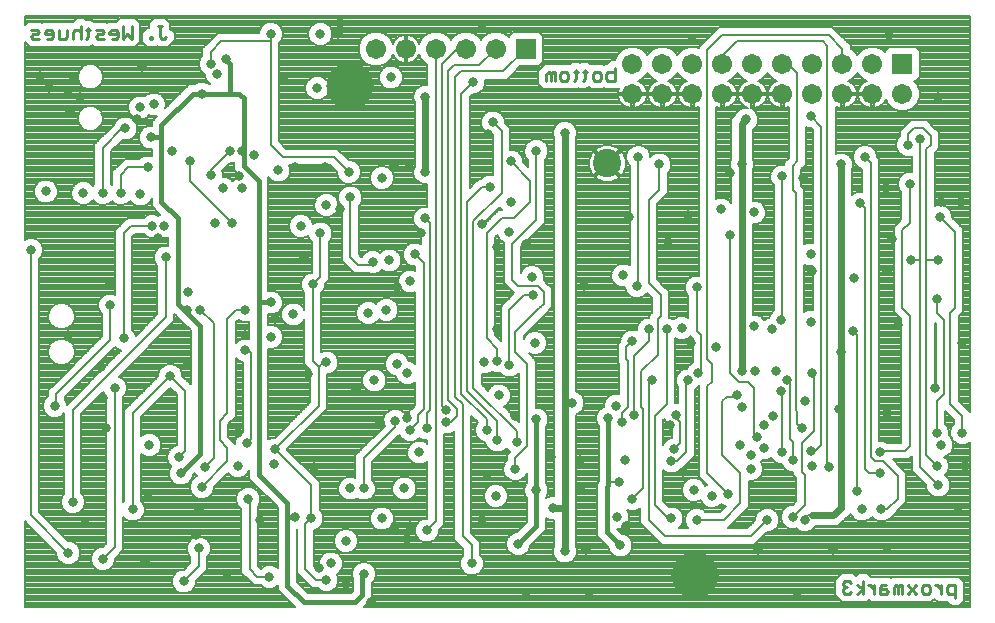
<source format=gbr>
G75*
G70*
%OFA0B0*%
%FSLAX24Y24*%
%IPPOS*%
%LPD*%
%AMOC8*
5,1,8,0,0,1.08239X$1,22.5*
%
%ADD10C,0.0090*%
%ADD11R,0.0675X0.0675*%
%ADD12C,0.0675*%
%ADD13C,0.0945*%
%ADD14C,0.0317*%
%ADD15C,0.1575*%
%ADD16C,0.0080*%
%ADD17C,0.0240*%
%ADD18C,0.0160*%
D10*
X020762Y019072D02*
X020762Y018662D01*
X020557Y018662D01*
X020488Y018730D01*
X020488Y018867D01*
X020557Y018935D01*
X020762Y018935D01*
X020301Y018867D02*
X020301Y018730D01*
X020233Y018662D01*
X020096Y018662D01*
X020028Y018730D01*
X020028Y018867D01*
X020096Y018935D01*
X020233Y018935D01*
X020301Y018867D01*
X019841Y018935D02*
X019704Y018935D01*
X019773Y019004D02*
X019773Y018730D01*
X019704Y018662D01*
X019466Y018730D02*
X019397Y018662D01*
X019466Y018730D02*
X019466Y019004D01*
X019534Y018935D02*
X019397Y018935D01*
X019227Y018867D02*
X019227Y018730D01*
X019159Y018662D01*
X019022Y018662D01*
X018954Y018730D01*
X018954Y018867D01*
X019022Y018935D01*
X019159Y018935D01*
X019227Y018867D01*
X018767Y018935D02*
X018767Y018662D01*
X018630Y018662D02*
X018630Y018867D01*
X018562Y018935D01*
X018493Y018867D01*
X018493Y018662D01*
X018630Y018867D02*
X018698Y018935D01*
X018767Y018935D01*
X005812Y020130D02*
X005743Y020062D01*
X005675Y020062D01*
X005607Y020130D01*
X005607Y020472D01*
X005675Y020472D02*
X005538Y020472D01*
X005351Y020130D02*
X005283Y020130D01*
X005283Y020062D01*
X005351Y020062D01*
X005351Y020130D01*
X004661Y020062D02*
X004524Y020199D01*
X004387Y020062D01*
X004387Y020472D01*
X004661Y020472D02*
X004661Y020062D01*
X004200Y020130D02*
X004200Y020267D01*
X004132Y020335D01*
X003995Y020335D01*
X003927Y020267D01*
X003927Y020199D01*
X004200Y020199D01*
X004200Y020130D02*
X004132Y020062D01*
X003995Y020062D01*
X003740Y020062D02*
X003535Y020062D01*
X003467Y020130D01*
X003535Y020199D01*
X003672Y020199D01*
X003740Y020267D01*
X003672Y020335D01*
X003467Y020335D01*
X003280Y020335D02*
X003143Y020335D01*
X003211Y020404D02*
X003211Y020130D01*
X003143Y020062D01*
X002973Y020062D02*
X002973Y020472D01*
X002904Y020335D02*
X002768Y020335D01*
X002699Y020267D01*
X002699Y020062D01*
X002513Y020130D02*
X002513Y020335D01*
X002513Y020130D02*
X002444Y020062D01*
X002239Y020062D01*
X002239Y020335D01*
X002052Y020267D02*
X001984Y020335D01*
X001847Y020335D01*
X001779Y020267D01*
X001779Y020199D01*
X002052Y020199D01*
X002052Y020267D02*
X002052Y020130D01*
X001984Y020062D01*
X001847Y020062D01*
X001592Y020062D02*
X001387Y020062D01*
X001318Y020130D01*
X001387Y020199D01*
X001523Y020199D01*
X001592Y020267D01*
X001523Y020335D01*
X001318Y020335D01*
X002904Y020335D02*
X002973Y020267D01*
X028386Y001904D02*
X028386Y001835D01*
X028454Y001767D01*
X028386Y001699D01*
X028386Y001630D01*
X028454Y001562D01*
X028591Y001562D01*
X028659Y001630D01*
X028838Y001562D02*
X029043Y001699D01*
X028838Y001835D01*
X028659Y001904D02*
X028591Y001972D01*
X028454Y001972D01*
X028386Y001904D01*
X028454Y001767D02*
X028522Y001767D01*
X029043Y001562D02*
X029043Y001972D01*
X029221Y001835D02*
X029290Y001835D01*
X029426Y001699D01*
X029426Y001835D02*
X029426Y001562D01*
X029613Y001562D02*
X029818Y001562D01*
X029887Y001630D01*
X029818Y001699D01*
X029613Y001699D01*
X029613Y001767D02*
X029613Y001562D01*
X029613Y001767D02*
X029681Y001835D01*
X029818Y001835D01*
X030073Y001767D02*
X030073Y001562D01*
X030210Y001562D02*
X030210Y001767D01*
X030142Y001835D01*
X030073Y001767D01*
X030210Y001767D02*
X030279Y001835D01*
X030347Y001835D01*
X030347Y001562D01*
X030534Y001562D02*
X030807Y001835D01*
X030994Y001767D02*
X031063Y001835D01*
X031199Y001835D01*
X031268Y001767D01*
X031268Y001630D01*
X031199Y001562D01*
X031063Y001562D01*
X030994Y001630D01*
X030994Y001767D01*
X030807Y001562D02*
X030534Y001835D01*
X031446Y001835D02*
X031515Y001835D01*
X031651Y001699D01*
X031651Y001835D02*
X031651Y001562D01*
X031838Y001630D02*
X031907Y001562D01*
X032112Y001562D01*
X032112Y001425D02*
X032112Y001835D01*
X031907Y001835D01*
X031838Y001767D01*
X031838Y001630D01*
D11*
X030357Y019217D03*
X017807Y019717D03*
D12*
X016807Y019717D03*
X015807Y019717D03*
X014807Y019717D03*
X013807Y019717D03*
X012807Y019717D03*
X021357Y019217D03*
X022357Y019217D03*
X023357Y019217D03*
X024357Y019217D03*
X025357Y019217D03*
X026357Y019217D03*
X027357Y019217D03*
X028357Y019217D03*
X029357Y019217D03*
X029357Y018217D03*
X030357Y018217D03*
X028357Y018217D03*
X027357Y018217D03*
X026357Y018217D03*
X025357Y018217D03*
X024357Y018217D03*
X023357Y018217D03*
X022357Y018217D03*
X021357Y018217D03*
D13*
X020521Y015902D03*
D14*
X021557Y016117D03*
X022257Y015867D03*
X024607Y015567D03*
X025007Y015867D03*
X026357Y015467D03*
X027057Y015417D03*
X028307Y015867D03*
X029107Y016117D03*
X030557Y016517D03*
X030957Y016717D03*
X031557Y018117D03*
X029907Y020167D03*
X027307Y017467D03*
X025157Y017367D03*
X023357Y020017D03*
X019107Y016917D03*
X018157Y016317D03*
X017307Y015967D03*
X016607Y015117D03*
X017307Y014617D03*
X016357Y013867D03*
X017257Y013617D03*
X017807Y013217D03*
X016857Y013117D03*
X018007Y012117D03*
X018057Y011517D03*
X016857Y010367D03*
X018107Y009917D03*
X017257Y009167D03*
X016857Y009317D03*
X016407Y009267D03*
X016907Y008167D03*
X017457Y007467D03*
X018157Y007367D03*
X017507Y006617D03*
X016857Y006667D03*
X016507Y007017D03*
X015157Y007267D03*
X014507Y007067D03*
X013957Y007017D03*
X013857Y007417D03*
X013457Y007317D03*
X012957Y007267D03*
X014257Y006267D03*
X013757Y005067D03*
X013007Y004067D03*
X013457Y003817D03*
X013957Y003817D03*
X013857Y003367D03*
X014507Y003667D03*
X016007Y002567D03*
X017557Y003217D03*
X016357Y004017D03*
X016807Y004817D03*
X016507Y005517D03*
X017457Y005717D03*
X018157Y005017D03*
X018707Y004417D03*
X019657Y005117D03*
X020907Y005267D03*
X021357Y004717D03*
X020857Y004117D03*
X021157Y003817D03*
X020957Y003167D03*
X019807Y003017D03*
X019107Y002967D03*
X019907Y001567D03*
X017807Y001567D03*
X022857Y002167D03*
X023032Y002591D03*
X023457Y002767D03*
X023881Y002591D03*
X024057Y002167D03*
X023881Y001743D03*
X023457Y001567D03*
X023032Y001743D03*
X025557Y003017D03*
X025857Y004017D03*
X026707Y004117D03*
X027107Y004017D03*
X028057Y003017D03*
X029857Y003067D03*
X029657Y004367D03*
X029007Y004367D03*
X028857Y004967D03*
X029607Y005567D03*
X029607Y006267D03*
X029857Y007567D03*
X028257Y007717D03*
X027107Y007967D03*
X026307Y008317D03*
X026507Y008667D03*
X026157Y008967D03*
X025457Y008967D03*
X025007Y008967D03*
X024157Y009767D03*
X023307Y009917D03*
X023007Y010417D03*
X022507Y010367D03*
X021907Y010367D03*
X021357Y009967D03*
X022007Y008667D03*
X023207Y008667D03*
X023557Y008917D03*
X024857Y008167D03*
X025007Y007767D03*
X025757Y007167D03*
X026057Y007467D03*
X025507Y006767D03*
X024957Y006517D03*
X025307Y006167D03*
X025757Y006417D03*
X026357Y006267D03*
X026707Y006017D03*
X027307Y006317D03*
X027357Y005817D03*
X027907Y005767D03*
X027007Y007067D03*
X025307Y005717D03*
X024557Y004867D03*
X024007Y004817D03*
X023407Y005017D03*
X023057Y005617D03*
X022657Y005967D03*
X022757Y006367D03*
X022607Y007167D03*
X022807Y007517D03*
X021407Y007517D03*
X021007Y007267D03*
X020557Y007417D03*
X020807Y007817D03*
X019357Y007917D03*
X019607Y006017D03*
X018657Y006117D03*
X021107Y006017D03*
X022657Y004067D03*
X023507Y004017D03*
X026857Y001467D03*
X032207Y004417D03*
X031557Y005167D03*
X031507Y005817D03*
X031657Y006517D03*
X031507Y006917D03*
X032357Y006917D03*
X032457Y005817D03*
X031457Y008417D03*
X032357Y009917D03*
X030207Y010517D03*
X028707Y010317D03*
X028307Y009617D03*
X027357Y008917D03*
X026007Y010367D03*
X026307Y010667D03*
X027307Y010617D03*
X025407Y010467D03*
X023507Y011767D03*
X021507Y011817D03*
X021057Y012167D03*
X019757Y011817D03*
X022557Y013267D03*
X023207Y014167D03*
X024307Y014367D03*
X025407Y014267D03*
X024607Y013517D03*
X027307Y012867D03*
X027357Y012317D03*
X028757Y012067D03*
X029857Y012317D03*
X030657Y012667D03*
X031557Y012667D03*
X031507Y011367D03*
X030007Y013367D03*
X031607Y014117D03*
X031657Y014617D03*
X032307Y014617D03*
X030607Y015217D03*
X029807Y015067D03*
X028957Y014567D03*
X021257Y014117D03*
X016557Y016867D03*
X016707Y017267D03*
X016057Y018617D03*
X014457Y018117D03*
X013307Y018767D03*
X012557Y018467D03*
X012381Y018891D03*
X011957Y019067D03*
X011532Y018891D03*
X011357Y018467D03*
X010857Y018417D03*
X011532Y018043D03*
X011957Y017867D03*
X012381Y018043D03*
X009757Y018667D03*
X007807Y019367D03*
X007307Y019217D03*
X007507Y018867D03*
X007007Y018217D03*
X005407Y017867D03*
X004957Y017767D03*
X004857Y017367D03*
X004457Y017067D03*
X005307Y016767D03*
X006007Y016317D03*
X006607Y015967D03*
X007307Y015517D03*
X007707Y015067D03*
X008357Y015067D03*
X008257Y015467D03*
X008757Y016167D03*
X008357Y016317D03*
X007957Y016317D03*
X009557Y015667D03*
X010107Y015767D03*
X011107Y015767D03*
X011907Y015617D03*
X013007Y015417D03*
X013407Y015817D03*
X013907Y015767D03*
X014457Y015617D03*
X014457Y014067D03*
X014307Y013567D03*
X014107Y012867D03*
X013257Y012667D03*
X012707Y012617D03*
X013507Y011767D03*
X013957Y011967D03*
X013157Y011017D03*
X012557Y010917D03*
X010707Y011867D03*
X010407Y012767D03*
X010957Y013567D03*
X010307Y013817D03*
X011157Y014517D03*
X011607Y014367D03*
X011957Y014767D03*
X008007Y013917D03*
X007457Y013917D03*
X005757Y013817D03*
X005357Y013817D03*
X005557Y013417D03*
X005807Y012767D03*
X006557Y011617D03*
X006507Y011017D03*
X006957Y011017D03*
X008457Y011017D03*
X009307Y011267D03*
X009457Y010717D03*
X010057Y010867D03*
X009307Y010117D03*
X008457Y010167D03*
X008457Y009667D03*
X006507Y009167D03*
X005957Y008817D03*
X004107Y008417D03*
X003707Y008067D03*
X003657Y009117D03*
X004407Y010067D03*
X003957Y011167D03*
X003957Y011917D03*
X002557Y010167D03*
X002107Y007817D03*
X003807Y007067D03*
X005257Y006517D03*
X006257Y006117D03*
X006307Y005567D03*
X007007Y005117D03*
X007107Y005767D03*
X008207Y005817D03*
X008507Y006567D03*
X008207Y006917D03*
X009457Y006367D03*
X009407Y005867D03*
X010757Y005767D03*
X011957Y005067D03*
X012407Y005067D03*
X010657Y004067D03*
X010107Y004117D03*
X008957Y004017D03*
X008557Y004717D03*
X006907Y004367D03*
X006807Y003517D03*
X006907Y003067D03*
X007857Y002217D03*
X009257Y002117D03*
X010907Y002417D03*
X011307Y002567D03*
X011157Y002017D03*
X011807Y001867D03*
X012407Y002217D03*
X012657Y001267D03*
X011807Y003317D03*
X006407Y001967D03*
X005107Y002617D03*
X003707Y002717D03*
X002557Y002917D03*
X003107Y003917D03*
X002707Y004617D03*
X004707Y004367D03*
X005207Y004767D03*
X010557Y008867D03*
X011157Y009267D03*
X012157Y008367D03*
X012757Y008667D03*
X013507Y009217D03*
X013857Y008917D03*
X015157Y007667D03*
X004957Y014867D03*
X004307Y014917D03*
X003707Y014917D03*
X003057Y014917D03*
X001807Y014967D03*
X001307Y013017D03*
X005207Y015767D03*
X002607Y017617D03*
X002557Y018217D03*
X002957Y018117D03*
X002707Y018767D03*
X001907Y018417D03*
X001607Y018817D03*
X005007Y019117D03*
X009307Y020217D03*
X010957Y020217D03*
X011557Y020217D03*
X011607Y020567D03*
X016357Y020517D03*
D15*
X011957Y018467D03*
X023457Y002167D03*
D16*
X001107Y001117D02*
X001107Y003971D01*
X001191Y003887D01*
X002158Y002920D01*
X002158Y002837D01*
X002219Y002691D01*
X002331Y002579D01*
X002477Y002518D01*
X002636Y002518D01*
X002783Y002579D01*
X002895Y002691D01*
X002955Y002837D01*
X002955Y002996D01*
X002895Y003143D01*
X002783Y003255D01*
X002636Y003315D01*
X002554Y003315D01*
X001587Y004283D01*
X001587Y012733D01*
X001645Y012791D01*
X001705Y012937D01*
X001705Y013096D01*
X001645Y013243D01*
X001533Y013355D01*
X001386Y013415D01*
X001227Y013415D01*
X001107Y013365D01*
X001107Y019939D01*
X001200Y019845D01*
X001269Y019777D01*
X001505Y019777D01*
X001710Y019777D01*
X001719Y019786D01*
X001729Y019777D01*
X001866Y019777D01*
X002102Y019777D01*
X002111Y019786D01*
X002121Y019777D01*
X002357Y019777D01*
X002562Y019777D01*
X002572Y019786D01*
X002581Y019777D01*
X002817Y019777D01*
X002836Y019796D01*
X002855Y019777D01*
X003091Y019777D01*
X003261Y019777D01*
X003339Y019855D01*
X003349Y019845D01*
X003417Y019777D01*
X003653Y019777D01*
X003858Y019777D01*
X003868Y019786D01*
X003877Y019777D01*
X004014Y019777D01*
X004250Y019777D01*
X004260Y019786D01*
X004269Y019777D01*
X004505Y019777D01*
X004524Y019796D01*
X004543Y019777D01*
X004779Y019777D01*
X004946Y019944D01*
X004946Y020180D01*
X004946Y020590D01*
X004779Y020757D01*
X004543Y020757D01*
X004524Y020738D01*
X004505Y020757D01*
X004269Y020757D01*
X004132Y020620D01*
X004113Y020620D01*
X003877Y020620D01*
X003834Y020576D01*
X003790Y020620D01*
X003398Y020620D01*
X003329Y020689D01*
X003159Y020689D01*
X003091Y020757D01*
X002855Y020757D01*
X002718Y020620D01*
X002650Y020620D01*
X002640Y020611D01*
X002631Y020620D01*
X002394Y020620D01*
X002376Y020602D01*
X002357Y020620D01*
X002121Y020620D01*
X002111Y020611D01*
X002102Y020620D01*
X001965Y020620D01*
X001729Y020620D01*
X001685Y020576D01*
X001641Y020620D01*
X001200Y020620D01*
X001107Y020527D01*
X001107Y020817D01*
X032607Y020817D01*
X032607Y007613D01*
X032237Y007983D01*
X032237Y010801D01*
X032387Y010951D01*
X032387Y013501D01*
X032387Y013733D01*
X032005Y014114D01*
X032005Y014196D01*
X031945Y014343D01*
X031833Y014455D01*
X032607Y014455D01*
X032607Y014533D02*
X031437Y014533D01*
X031437Y014478D02*
X031527Y014515D01*
X031686Y014515D01*
X031833Y014455D01*
X031911Y014376D02*
X032607Y014376D01*
X032607Y014298D02*
X031963Y014298D01*
X031996Y014219D02*
X032607Y014219D01*
X032607Y014141D02*
X032005Y014141D01*
X032057Y014062D02*
X032607Y014062D01*
X032607Y013984D02*
X032136Y013984D01*
X032214Y013905D02*
X032607Y013905D01*
X032607Y013826D02*
X032293Y013826D01*
X032371Y013748D02*
X032607Y013748D01*
X032607Y013669D02*
X032387Y013669D01*
X032387Y013591D02*
X032607Y013591D01*
X032607Y013512D02*
X032387Y013512D01*
X032387Y013434D02*
X032607Y013434D01*
X032607Y013355D02*
X032387Y013355D01*
X032387Y013277D02*
X032607Y013277D01*
X032607Y013198D02*
X032387Y013198D01*
X032387Y013120D02*
X032607Y013120D01*
X032607Y013041D02*
X032387Y013041D01*
X032387Y012962D02*
X032607Y012962D01*
X032607Y012884D02*
X032387Y012884D01*
X032387Y012805D02*
X032607Y012805D01*
X032607Y012727D02*
X032387Y012727D01*
X032387Y012648D02*
X032607Y012648D01*
X032607Y012570D02*
X032387Y012570D01*
X032387Y012491D02*
X032607Y012491D01*
X032607Y012413D02*
X032387Y012413D01*
X032387Y012334D02*
X032607Y012334D01*
X032607Y012256D02*
X032387Y012256D01*
X032387Y012177D02*
X032607Y012177D01*
X032607Y012098D02*
X032387Y012098D01*
X032387Y012020D02*
X032607Y012020D01*
X032607Y011941D02*
X032387Y011941D01*
X032387Y011863D02*
X032607Y011863D01*
X032607Y011784D02*
X032387Y011784D01*
X032387Y011706D02*
X032607Y011706D01*
X032607Y011627D02*
X032387Y011627D01*
X032387Y011549D02*
X032607Y011549D01*
X032607Y011470D02*
X032387Y011470D01*
X032387Y011392D02*
X032607Y011392D01*
X032607Y011313D02*
X032387Y011313D01*
X032387Y011234D02*
X032607Y011234D01*
X032607Y011156D02*
X032387Y011156D01*
X032387Y011077D02*
X032607Y011077D01*
X032607Y010999D02*
X032387Y010999D01*
X032356Y010920D02*
X032607Y010920D01*
X032607Y010842D02*
X032278Y010842D01*
X032237Y010763D02*
X032607Y010763D01*
X032607Y010685D02*
X032237Y010685D01*
X032237Y010606D02*
X032607Y010606D01*
X032607Y010528D02*
X032237Y010528D01*
X032237Y010449D02*
X032607Y010449D01*
X032607Y010371D02*
X032237Y010371D01*
X032237Y010292D02*
X032607Y010292D01*
X032607Y010213D02*
X032237Y010213D01*
X032237Y010135D02*
X032607Y010135D01*
X032607Y010056D02*
X032237Y010056D01*
X032237Y009978D02*
X032607Y009978D01*
X032607Y009899D02*
X032237Y009899D01*
X032237Y009821D02*
X032607Y009821D01*
X032607Y009742D02*
X032237Y009742D01*
X032237Y009664D02*
X032607Y009664D01*
X032607Y009585D02*
X032237Y009585D01*
X032237Y009507D02*
X032607Y009507D01*
X032607Y009428D02*
X032237Y009428D01*
X032237Y009349D02*
X032607Y009349D01*
X032607Y009271D02*
X032237Y009271D01*
X032237Y009192D02*
X032607Y009192D01*
X032607Y009114D02*
X032237Y009114D01*
X032237Y009035D02*
X032607Y009035D01*
X032607Y008957D02*
X032237Y008957D01*
X032237Y008878D02*
X032607Y008878D01*
X032607Y008800D02*
X032237Y008800D01*
X032237Y008721D02*
X032607Y008721D01*
X032607Y008643D02*
X032237Y008643D01*
X032237Y008564D02*
X032607Y008564D01*
X032607Y008485D02*
X032237Y008485D01*
X032237Y008407D02*
X032607Y008407D01*
X032607Y008328D02*
X032237Y008328D01*
X032237Y008250D02*
X032607Y008250D01*
X032607Y008171D02*
X032237Y008171D01*
X032237Y008093D02*
X032607Y008093D01*
X032607Y008014D02*
X032237Y008014D01*
X032284Y007936D02*
X032607Y007936D01*
X032607Y007857D02*
X032362Y007857D01*
X032441Y007779D02*
X032607Y007779D01*
X032607Y007700D02*
X032519Y007700D01*
X032598Y007621D02*
X032607Y007621D01*
X032357Y007467D02*
X031957Y007867D01*
X031957Y010917D01*
X032107Y011067D01*
X032107Y013617D01*
X031607Y014117D01*
X031437Y014478D02*
X031437Y016251D01*
X031587Y016401D01*
X031587Y016633D01*
X031587Y016933D01*
X031423Y017097D01*
X031173Y017347D01*
X030941Y017347D01*
X030641Y017347D01*
X030477Y017183D01*
X030277Y016983D01*
X030277Y016801D01*
X030219Y016743D01*
X030158Y016596D01*
X030158Y016437D01*
X030219Y016291D01*
X030331Y016179D01*
X030477Y016118D01*
X030636Y016118D01*
X030677Y016135D01*
X030677Y015615D01*
X030527Y015615D01*
X030381Y015555D01*
X030269Y015443D01*
X030208Y015296D01*
X030208Y015137D01*
X030269Y014991D01*
X030327Y014933D01*
X030327Y014033D01*
X030241Y013947D01*
X030077Y013783D01*
X030077Y011183D01*
X030077Y010951D01*
X030327Y010701D01*
X030327Y006597D01*
X029841Y006597D01*
X029833Y006605D01*
X029686Y006665D01*
X029587Y006665D01*
X029587Y015801D01*
X029587Y016033D01*
X029505Y016114D01*
X029505Y016196D01*
X029445Y016343D01*
X029333Y016455D01*
X029186Y016515D01*
X029027Y016515D01*
X028881Y016455D01*
X028769Y016343D01*
X028708Y016196D01*
X028708Y016037D01*
X028769Y015891D01*
X028881Y015779D01*
X029027Y015718D01*
X029027Y014965D01*
X028877Y014965D01*
X028731Y014905D01*
X028667Y014841D01*
X028667Y015694D01*
X028705Y015787D01*
X028705Y015946D01*
X028645Y016093D01*
X028533Y016205D01*
X028386Y016265D01*
X028227Y016265D01*
X028137Y016228D01*
X028137Y017791D01*
X028262Y017739D01*
X028317Y017739D01*
X028317Y018177D01*
X028397Y018177D01*
X028397Y018257D01*
X028834Y018257D01*
X028834Y018312D01*
X028761Y018487D01*
X028627Y018622D01*
X028528Y018663D01*
X028684Y018727D01*
X028846Y018890D01*
X028857Y018915D01*
X028867Y018890D01*
X029030Y018727D01*
X029185Y018663D01*
X029086Y018622D01*
X028952Y018487D01*
X028879Y018312D01*
X028879Y018257D01*
X029316Y018257D01*
X029316Y018177D01*
X028879Y018177D01*
X028879Y018122D01*
X028952Y017946D01*
X029086Y017812D01*
X029262Y017739D01*
X029317Y017739D01*
X029317Y018177D01*
X029397Y018177D01*
X029397Y017739D01*
X029452Y017739D01*
X029627Y017812D01*
X029761Y017946D01*
X029803Y018045D01*
X029867Y017890D01*
X030030Y017727D01*
X030242Y017639D01*
X030472Y017639D01*
X030684Y017727D01*
X030846Y017890D01*
X030934Y018102D01*
X030934Y018332D01*
X030846Y018544D01*
X030751Y018639D01*
X030794Y018639D01*
X030934Y018780D01*
X030934Y019654D01*
X030794Y019794D01*
X029920Y019794D01*
X029779Y019654D01*
X029779Y019611D01*
X029684Y019706D01*
X029472Y019794D01*
X029242Y019794D01*
X029030Y019706D01*
X028867Y019544D01*
X028857Y019519D01*
X028846Y019544D01*
X028684Y019706D01*
X028637Y019726D01*
X028637Y019833D01*
X028187Y020283D01*
X028023Y020447D01*
X024473Y020447D01*
X024241Y020447D01*
X023741Y019947D01*
X023577Y019783D01*
X023577Y019751D01*
X023472Y019794D01*
X023242Y019794D01*
X023030Y019706D01*
X022867Y019544D01*
X022857Y019519D01*
X022846Y019544D01*
X022684Y019706D01*
X022472Y019794D01*
X022242Y019794D01*
X022030Y019706D01*
X021867Y019544D01*
X021857Y019519D01*
X021846Y019544D01*
X021684Y019706D01*
X021472Y019794D01*
X021242Y019794D01*
X021030Y019706D01*
X020867Y019544D01*
X020790Y019357D01*
X020644Y019357D01*
X020507Y019220D01*
X020438Y019220D01*
X020395Y019176D01*
X020351Y019220D01*
X020115Y019220D01*
X019978Y019220D01*
X019969Y019211D01*
X019959Y019220D01*
X019891Y019289D01*
X019655Y019289D01*
X019619Y019253D01*
X019584Y019289D01*
X019348Y019289D01*
X019279Y019220D01*
X019278Y019219D01*
X019277Y019220D01*
X019041Y019220D01*
X018904Y019220D01*
X018894Y019211D01*
X018885Y019220D01*
X018816Y019220D01*
X018680Y019220D01*
X018444Y019220D01*
X018375Y019152D01*
X018208Y018985D01*
X018208Y018544D01*
X018375Y018377D01*
X018611Y018377D01*
X018748Y018377D01*
X018885Y018377D01*
X018894Y018386D01*
X018904Y018377D01*
X019041Y018377D01*
X019277Y018377D01*
X019278Y018378D01*
X019279Y018377D01*
X019515Y018377D01*
X019551Y018412D01*
X019586Y018377D01*
X019822Y018377D01*
X019900Y018455D01*
X019910Y018445D01*
X019978Y018377D01*
X020214Y018377D01*
X020351Y018377D01*
X020395Y018421D01*
X020438Y018377D01*
X020675Y018377D01*
X020880Y018377D01*
X020925Y018422D01*
X020879Y018312D01*
X020879Y018257D01*
X021316Y018257D01*
X021316Y018177D01*
X020879Y018177D01*
X020879Y018122D01*
X020952Y017946D01*
X021086Y017812D01*
X021262Y017739D01*
X021317Y017739D01*
X021317Y018177D01*
X021397Y018177D01*
X021397Y018257D01*
X021834Y018257D01*
X021834Y018312D01*
X021761Y018487D01*
X021627Y018622D01*
X021528Y018663D01*
X021684Y018727D01*
X021846Y018890D01*
X021857Y018915D01*
X021867Y018890D01*
X022030Y018727D01*
X022185Y018663D01*
X022086Y018622D01*
X021952Y018487D01*
X021879Y018312D01*
X021879Y018257D01*
X022316Y018257D01*
X022316Y018177D01*
X021879Y018177D01*
X021879Y018122D01*
X021952Y017946D01*
X022086Y017812D01*
X022262Y017739D01*
X022317Y017739D01*
X022317Y018177D01*
X022397Y018177D01*
X022397Y018257D01*
X022834Y018257D01*
X022834Y018312D01*
X022761Y018487D01*
X022627Y018622D01*
X022528Y018663D01*
X022684Y018727D01*
X022846Y018890D01*
X022857Y018915D01*
X022867Y018890D01*
X023030Y018727D01*
X023185Y018663D01*
X023086Y018622D01*
X022952Y018487D01*
X022879Y018312D01*
X022879Y018257D01*
X023316Y018257D01*
X023316Y018177D01*
X022879Y018177D01*
X022879Y018122D01*
X022952Y017946D01*
X023086Y017812D01*
X023262Y017739D01*
X023317Y017739D01*
X023317Y018177D01*
X023397Y018177D01*
X023397Y017739D01*
X023452Y017739D01*
X023577Y017791D01*
X023577Y012165D01*
X023427Y012165D01*
X023281Y012105D01*
X023169Y011993D01*
X023108Y011846D01*
X023108Y011687D01*
X023169Y011541D01*
X023227Y011483D01*
X023227Y010757D01*
X023086Y010815D01*
X022927Y010815D01*
X022781Y010755D01*
X022731Y010705D01*
X022587Y010765D01*
X022587Y010933D01*
X022587Y011633D01*
X022423Y011797D01*
X022187Y012033D01*
X022187Y014551D01*
X022537Y014901D01*
X022537Y015133D01*
X022537Y015583D01*
X022595Y015641D01*
X022655Y015787D01*
X022655Y015946D01*
X022595Y016093D01*
X022483Y016205D01*
X022336Y016265D01*
X022177Y016265D01*
X022031Y016205D01*
X021955Y016129D01*
X021955Y016196D01*
X021895Y016343D01*
X021783Y016455D01*
X021636Y016515D01*
X021477Y016515D01*
X021331Y016455D01*
X021219Y016343D01*
X021158Y016196D01*
X021158Y016037D01*
X021219Y015891D01*
X021277Y015833D01*
X021277Y012507D01*
X021136Y012565D01*
X020977Y012565D01*
X020831Y012505D01*
X020719Y012393D01*
X020658Y012246D01*
X020658Y012087D01*
X020719Y011941D01*
X020831Y011829D01*
X020977Y011768D01*
X021108Y011768D01*
X021108Y011737D01*
X021169Y011591D01*
X021281Y011479D01*
X021427Y011418D01*
X021586Y011418D01*
X021733Y011479D01*
X021841Y011587D01*
X022027Y011401D01*
X022027Y010933D01*
X021927Y010833D01*
X021927Y010765D01*
X021827Y010765D01*
X021681Y010705D01*
X021569Y010593D01*
X021508Y010446D01*
X021508Y010336D01*
X021436Y010365D01*
X021277Y010365D01*
X021131Y010305D01*
X021019Y010193D01*
X020958Y010046D01*
X020958Y009964D01*
X020877Y009883D01*
X020877Y009483D01*
X020877Y009251D01*
X020927Y009201D01*
X020927Y008199D01*
X020886Y008215D01*
X020727Y008215D01*
X020581Y008155D01*
X020469Y008043D01*
X020408Y007896D01*
X020408Y007787D01*
X020331Y007755D01*
X020219Y007643D01*
X020158Y007496D01*
X020158Y007337D01*
X020219Y007191D01*
X020237Y007173D01*
X020237Y005349D01*
X020237Y005299D01*
X020187Y005249D01*
X020187Y003749D01*
X020187Y003484D01*
X020558Y003113D01*
X020558Y003087D01*
X020619Y002941D01*
X020731Y002829D01*
X020877Y002768D01*
X021036Y002768D01*
X021183Y002829D01*
X021295Y002941D01*
X021355Y003087D01*
X021355Y003246D01*
X021295Y003393D01*
X021183Y003505D01*
X021036Y003565D01*
X021010Y003565D01*
X020858Y003718D01*
X020936Y003718D01*
X021083Y003779D01*
X021195Y003891D01*
X021255Y004037D01*
X021255Y004196D01*
X021195Y004343D01*
X021178Y004359D01*
X021277Y004318D01*
X021436Y004318D01*
X021583Y004379D01*
X021627Y004423D01*
X021627Y004133D01*
X021627Y003901D01*
X022177Y003351D01*
X022341Y003187D01*
X025191Y003187D01*
X025423Y003187D01*
X025854Y003618D01*
X025936Y003618D01*
X026083Y003679D01*
X026195Y003791D01*
X026255Y003937D01*
X026255Y004096D01*
X026195Y004243D01*
X026083Y004355D01*
X025936Y004415D01*
X025777Y004415D01*
X025631Y004355D01*
X025519Y004243D01*
X025458Y004096D01*
X025458Y004014D01*
X025191Y003747D01*
X024533Y003747D01*
X025073Y004287D01*
X025237Y004451D01*
X025237Y005318D01*
X025386Y005318D01*
X025533Y005379D01*
X025645Y005491D01*
X025705Y005637D01*
X025705Y005796D01*
X025645Y005942D01*
X025677Y006018D01*
X025836Y006018D01*
X025983Y006079D01*
X025997Y006093D01*
X026019Y006041D01*
X026131Y005929D01*
X026277Y005868D01*
X026337Y005868D01*
X026369Y005791D01*
X026481Y005679D01*
X026627Y005618D01*
X026727Y005618D01*
X026727Y005501D01*
X025649Y005501D01*
X025681Y005579D02*
X026727Y005579D01*
X026727Y005501D02*
X026827Y005401D01*
X026827Y004633D01*
X026709Y004515D01*
X026627Y004515D01*
X026481Y004455D01*
X026369Y004343D01*
X026308Y004196D01*
X026308Y004037D01*
X026369Y003891D01*
X026481Y003779D01*
X026627Y003718D01*
X026786Y003718D01*
X026825Y003734D01*
X026881Y003679D01*
X027027Y003618D01*
X027186Y003618D01*
X027333Y003679D01*
X027445Y003791D01*
X027451Y003807D01*
X028206Y003807D01*
X028417Y004018D01*
X028631Y004232D01*
X028669Y004141D01*
X028781Y004029D01*
X028927Y003968D01*
X029086Y003968D01*
X029233Y004029D01*
X029332Y004128D01*
X029431Y004029D01*
X029577Y003968D01*
X029736Y003968D01*
X029883Y004029D01*
X029941Y004087D01*
X029973Y004087D01*
X032607Y004087D01*
X032607Y004009D02*
X029834Y004009D01*
X029973Y004087D02*
X030323Y004437D01*
X030487Y004601D01*
X030487Y005583D01*
X030323Y005747D01*
X030323Y005747D01*
X030033Y006037D01*
X030573Y006037D01*
X030677Y006141D01*
X030677Y005883D01*
X030677Y005651D01*
X031158Y005170D01*
X031158Y005087D01*
X031219Y004941D01*
X031331Y004829D01*
X031477Y004768D01*
X031636Y004768D01*
X031783Y004829D01*
X031895Y004941D01*
X031955Y005087D01*
X031955Y005246D01*
X031895Y005393D01*
X031783Y005505D01*
X031766Y005512D01*
X031845Y005591D01*
X031905Y005737D01*
X031905Y005736D02*
X032607Y005736D01*
X032607Y005658D02*
X031872Y005658D01*
X031905Y005737D02*
X031905Y005896D01*
X031845Y006043D01*
X031759Y006128D01*
X031883Y006179D01*
X031995Y006291D01*
X032055Y006437D01*
X032055Y006596D01*
X031995Y006743D01*
X031904Y006834D01*
X031905Y006837D01*
X031905Y006996D01*
X031845Y007143D01*
X031787Y007201D01*
X031787Y007641D01*
X031841Y007587D01*
X032077Y007351D01*
X032077Y007201D01*
X032019Y007143D01*
X031958Y006996D01*
X031958Y006837D01*
X032019Y006691D01*
X032131Y006579D01*
X032277Y006518D01*
X032436Y006518D01*
X032583Y006579D01*
X032607Y006603D01*
X032607Y001117D01*
X012409Y001117D01*
X012489Y001197D01*
X012677Y001384D01*
X012677Y001923D01*
X012745Y001991D01*
X012805Y002137D01*
X012805Y002296D01*
X012745Y002443D01*
X012633Y002555D01*
X012486Y002615D01*
X012327Y002615D01*
X012181Y002555D01*
X012069Y002443D01*
X012008Y002296D01*
X012008Y002137D01*
X012037Y002068D01*
X012037Y001984D01*
X012037Y001649D01*
X011974Y001587D01*
X010539Y001587D01*
X010177Y001949D01*
X010177Y003718D01*
X010177Y002251D01*
X010341Y002087D01*
X010691Y001737D01*
X010873Y001737D01*
X010931Y001679D01*
X011077Y001618D01*
X011236Y001618D01*
X011383Y001679D01*
X011495Y001791D01*
X011555Y001937D01*
X011555Y002096D01*
X011505Y002217D01*
X011533Y002229D01*
X011645Y002341D01*
X011705Y002487D01*
X011705Y002646D01*
X011645Y002793D01*
X011533Y002905D01*
X011386Y002965D01*
X011227Y002965D01*
X011081Y002905D01*
X010969Y002793D01*
X010908Y002646D01*
X010908Y002487D01*
X010958Y002366D01*
X010931Y002355D01*
X010898Y002322D01*
X010737Y002483D01*
X010737Y003668D01*
X010883Y003729D01*
X010995Y003841D01*
X011055Y003987D01*
X011055Y004146D01*
X010995Y004293D01*
X010937Y004351D01*
X010937Y005051D01*
X010937Y005283D01*
X009855Y006364D01*
X009855Y006370D01*
X011187Y007701D01*
X011187Y007933D01*
X011187Y008868D01*
X011236Y008868D01*
X011383Y008929D01*
X011495Y009041D01*
X011555Y009187D01*
X011555Y009346D01*
X011495Y009493D01*
X011383Y009605D01*
X011236Y009665D01*
X011077Y009665D01*
X010987Y009628D01*
X010987Y011583D01*
X011045Y011641D01*
X011105Y011787D01*
X011105Y011870D01*
X011237Y012001D01*
X011237Y012233D01*
X011237Y013283D01*
X011295Y013341D01*
X011355Y013487D01*
X011355Y013646D01*
X011295Y013793D01*
X011183Y013905D01*
X011036Y013965D01*
X010877Y013965D01*
X010731Y013905D01*
X010705Y013879D01*
X010705Y013896D01*
X010645Y014043D01*
X010533Y014155D01*
X010386Y014215D01*
X010227Y014215D01*
X010081Y014155D01*
X009969Y014043D01*
X009908Y013896D01*
X009908Y013737D01*
X009969Y013591D01*
X009227Y013591D01*
X009227Y013669D02*
X009936Y013669D01*
X009908Y013748D02*
X009227Y013748D01*
X009227Y013826D02*
X009908Y013826D01*
X009912Y013905D02*
X009227Y013905D01*
X009227Y013984D02*
X009944Y013984D01*
X009988Y014062D02*
X009227Y014062D01*
X009227Y014141D02*
X010067Y014141D01*
X010547Y014141D02*
X011023Y014141D01*
X011077Y014118D02*
X011236Y014118D01*
X011383Y014179D01*
X011495Y014291D01*
X011555Y014437D01*
X011555Y014596D01*
X011495Y014743D01*
X011383Y014855D01*
X011236Y014915D01*
X011077Y014915D01*
X010931Y014855D01*
X010819Y014743D01*
X010758Y014596D01*
X010758Y014437D01*
X010819Y014291D01*
X010931Y014179D01*
X011077Y014118D01*
X010890Y014219D02*
X009227Y014219D01*
X009227Y014298D02*
X010816Y014298D01*
X010783Y014376D02*
X009227Y014376D01*
X009227Y014455D02*
X010758Y014455D01*
X010758Y014533D02*
X009227Y014533D01*
X009227Y014612D02*
X010765Y014612D01*
X010797Y014690D02*
X009227Y014690D01*
X009227Y014769D02*
X010845Y014769D01*
X010924Y014847D02*
X009227Y014847D01*
X009227Y014926D02*
X011591Y014926D01*
X011619Y014993D02*
X011558Y014846D01*
X011558Y014687D01*
X011619Y014541D01*
X011677Y014483D01*
X011677Y012883D01*
X011677Y012651D01*
X011927Y012401D01*
X012091Y012237D01*
X012491Y012237D01*
X012582Y012237D01*
X012627Y012218D01*
X012786Y012218D01*
X012933Y012279D01*
X013007Y012353D01*
X013031Y012329D01*
X013177Y012268D01*
X013336Y012268D01*
X013483Y012329D01*
X013595Y012441D01*
X013655Y012587D01*
X013655Y012746D01*
X013595Y012893D01*
X013483Y013005D01*
X013336Y013065D01*
X013177Y013065D01*
X013031Y013005D01*
X012957Y012931D01*
X012933Y012955D01*
X012786Y013015D01*
X012627Y013015D01*
X012481Y012955D01*
X012369Y012843D01*
X012350Y012797D01*
X012323Y012797D01*
X012237Y012883D01*
X012237Y014483D01*
X012295Y014541D01*
X012355Y014687D01*
X012355Y014846D01*
X012295Y014993D01*
X012183Y015105D01*
X012036Y015165D01*
X011877Y015165D01*
X011731Y015105D01*
X011619Y014993D01*
X011631Y015005D02*
X009227Y015005D01*
X009227Y015083D02*
X011709Y015083D01*
X011774Y015240D02*
X009227Y015240D01*
X009227Y015162D02*
X011868Y015162D01*
X011827Y015218D02*
X011986Y015218D01*
X012133Y015279D01*
X012245Y015391D01*
X012305Y015537D01*
X012305Y015696D01*
X012245Y015843D01*
X012133Y015955D01*
X011986Y016015D01*
X011904Y016015D01*
X011523Y016397D01*
X011291Y016397D01*
X009823Y016397D01*
X009587Y016633D01*
X009587Y019851D01*
X009587Y019933D01*
X009645Y019991D01*
X009705Y020137D01*
X009705Y020296D01*
X009645Y020443D01*
X009533Y020555D01*
X009386Y020615D01*
X009227Y020615D01*
X009081Y020555D01*
X008969Y020443D01*
X008908Y020296D01*
X008908Y020247D01*
X007541Y020247D01*
X007377Y020083D01*
X007191Y019897D01*
X007027Y019733D01*
X007027Y019501D01*
X006969Y019443D01*
X006908Y019296D01*
X006908Y019137D01*
X006969Y018991D01*
X007081Y018879D01*
X007108Y018868D01*
X007108Y018787D01*
X007169Y018641D01*
X007273Y018537D01*
X007251Y018537D01*
X007233Y018555D01*
X007086Y018615D01*
X006927Y018615D01*
X006781Y018555D01*
X006763Y018537D01*
X006574Y018537D01*
X005792Y017754D01*
X005805Y017787D01*
X005805Y017946D01*
X005745Y018093D01*
X005633Y018205D01*
X005486Y018265D01*
X005327Y018265D01*
X005181Y018205D01*
X005111Y018135D01*
X005036Y018165D01*
X004877Y018165D01*
X004731Y018105D01*
X004619Y017993D01*
X004558Y017846D01*
X004558Y017687D01*
X004619Y017541D01*
X004731Y017429D01*
X004877Y017368D01*
X005036Y017368D01*
X005183Y017429D01*
X005253Y017499D01*
X005327Y017468D01*
X005486Y017468D01*
X005519Y017482D01*
X005337Y017299D01*
X005337Y017165D01*
X005227Y017165D01*
X005081Y017105D01*
X004969Y016993D01*
X004908Y016846D01*
X004908Y016687D01*
X004969Y016541D01*
X005081Y016429D01*
X005227Y016368D01*
X005337Y016368D01*
X005337Y016144D01*
X005286Y016165D01*
X005127Y016165D01*
X004981Y016105D01*
X004923Y016047D01*
X004441Y016047D01*
X004277Y015883D01*
X004027Y015633D01*
X003987Y015633D01*
X004027Y015633D02*
X004027Y015401D01*
X004027Y015201D01*
X004007Y015181D01*
X003987Y015201D01*
X003987Y016301D01*
X004361Y016675D01*
X004377Y016668D01*
X004536Y016668D01*
X004683Y016729D01*
X004795Y016841D01*
X004855Y016987D01*
X004855Y017146D01*
X004795Y017293D01*
X004683Y017405D01*
X004536Y017465D01*
X004377Y017465D01*
X004231Y017405D01*
X004119Y017293D01*
X004071Y017177D01*
X003427Y016533D01*
X003427Y016301D01*
X003427Y015201D01*
X003382Y015156D01*
X003283Y015255D01*
X003136Y015315D01*
X002977Y015315D01*
X002831Y015255D01*
X002719Y015143D01*
X002658Y014996D01*
X002658Y014837D01*
X002719Y014691D01*
X002831Y014579D01*
X002977Y014518D01*
X003136Y014518D01*
X003283Y014579D01*
X003382Y014678D01*
X003481Y014579D01*
X003627Y014518D01*
X003786Y014518D01*
X003933Y014579D01*
X004007Y014653D01*
X004081Y014579D01*
X004227Y014518D01*
X004386Y014518D01*
X004533Y014579D01*
X004612Y014658D01*
X004619Y014641D01*
X004731Y014529D01*
X004877Y014468D01*
X005036Y014468D01*
X005183Y014529D01*
X005295Y014641D01*
X005337Y014742D01*
X005337Y014484D01*
X005627Y014194D01*
X005557Y014165D01*
X005436Y014215D01*
X005277Y014215D01*
X005131Y014155D01*
X005073Y014097D01*
X004541Y014097D01*
X004377Y013933D01*
X004127Y013683D01*
X004127Y013451D01*
X004127Y011528D01*
X004036Y011565D01*
X003877Y011565D01*
X003731Y011505D01*
X003619Y011393D01*
X003558Y011246D01*
X003558Y011087D01*
X003619Y010941D01*
X003677Y010883D01*
X003677Y010133D01*
X002041Y008497D01*
X001877Y008333D01*
X001877Y008151D01*
X001769Y008043D01*
X001708Y007896D01*
X001708Y007737D01*
X001769Y007591D01*
X001881Y007479D01*
X002027Y007418D01*
X002186Y007418D01*
X002333Y007479D01*
X002427Y007573D01*
X002427Y007551D01*
X002427Y004901D01*
X002369Y004843D01*
X002308Y004696D01*
X002308Y004537D01*
X002369Y004391D01*
X002481Y004279D01*
X002627Y004218D01*
X002786Y004218D01*
X002933Y004279D01*
X003045Y004391D01*
X003105Y004537D01*
X003105Y004696D01*
X003045Y004843D01*
X002987Y004901D01*
X002987Y007551D01*
X003727Y008291D01*
X003769Y008191D01*
X003827Y008133D01*
X003827Y003233D01*
X003709Y003115D01*
X003627Y003115D01*
X003481Y003055D01*
X003369Y002943D01*
X003308Y002796D01*
X003308Y002637D01*
X003369Y002491D01*
X003481Y002379D01*
X003627Y002318D01*
X003786Y002318D01*
X003933Y002379D01*
X004045Y002491D01*
X004105Y002637D01*
X004105Y002720D01*
X004387Y003001D01*
X004387Y003233D01*
X004387Y004123D01*
X004481Y004029D01*
X004627Y003968D01*
X004786Y003968D01*
X004933Y004029D01*
X005045Y004141D01*
X005105Y004287D01*
X005105Y004446D01*
X005045Y004593D01*
X004987Y004651D01*
X004987Y006223D01*
X005031Y006179D01*
X005177Y006118D01*
X005336Y006118D01*
X005483Y006179D01*
X005595Y006291D01*
X005655Y006437D01*
X005655Y006596D01*
X005595Y006743D01*
X005483Y006855D01*
X005336Y006915D01*
X005177Y006915D01*
X005031Y006855D01*
X004987Y006811D01*
X004987Y007451D01*
X005954Y008418D01*
X005959Y008418D01*
X006177Y008201D01*
X006177Y006515D01*
X006031Y006455D01*
X005919Y006343D01*
X005858Y006196D01*
X005858Y006037D01*
X005919Y005891D01*
X005993Y005817D01*
X005969Y005793D01*
X005908Y005646D01*
X005908Y005487D01*
X005969Y005341D01*
X006081Y005229D01*
X006227Y005168D01*
X006386Y005168D01*
X006533Y005229D01*
X006645Y005341D01*
X006705Y005487D01*
X006705Y005513D01*
X006758Y005566D01*
X006769Y005541D01*
X006833Y005476D01*
X006781Y005455D01*
X006669Y005343D01*
X006608Y005196D01*
X006608Y005037D01*
X006669Y004891D01*
X006781Y004779D01*
X006927Y004718D01*
X007086Y004718D01*
X007233Y004779D01*
X007345Y004891D01*
X007405Y005037D01*
X007405Y005120D01*
X007873Y005587D01*
X007981Y005479D01*
X008127Y005418D01*
X008286Y005418D01*
X008433Y005479D01*
X008545Y005591D01*
X008587Y005692D01*
X008587Y005649D01*
X008587Y005384D01*
X009537Y004434D01*
X009537Y004249D01*
X009537Y002401D01*
X009483Y002455D01*
X009336Y002515D01*
X009177Y002515D01*
X009031Y002455D01*
X008973Y002397D01*
X008973Y002397D01*
X008887Y002483D01*
X008887Y004483D01*
X008895Y004491D01*
X008955Y004637D01*
X009334Y004637D01*
X009256Y004715D02*
X008955Y004715D01*
X008955Y004637D02*
X008955Y004796D01*
X008895Y004943D01*
X008783Y005055D01*
X008636Y005115D01*
X008477Y005115D01*
X008331Y005055D01*
X008219Y004943D01*
X008158Y004796D01*
X008158Y004637D01*
X005000Y004637D01*
X004987Y004715D02*
X008158Y004715D01*
X008158Y004637D02*
X008219Y004491D01*
X008327Y004383D01*
X008327Y002483D01*
X008327Y002251D01*
X008577Y002001D01*
X008741Y001837D01*
X008973Y001837D01*
X009031Y001779D01*
X009177Y001718D01*
X009336Y001718D01*
X009483Y001779D01*
X009537Y001833D01*
X009537Y001684D01*
X010087Y001134D01*
X010104Y001117D01*
X001107Y001117D01*
X001107Y001181D02*
X010040Y001181D01*
X009961Y001259D02*
X001107Y001259D01*
X001107Y001338D02*
X009883Y001338D01*
X009804Y001417D02*
X001107Y001417D01*
X001107Y001495D02*
X009726Y001495D01*
X009647Y001574D02*
X006500Y001574D01*
X006486Y001568D02*
X006633Y001629D01*
X006745Y001741D01*
X006805Y001887D01*
X006805Y001970D01*
X007187Y002351D01*
X007187Y002583D01*
X007187Y002783D01*
X007245Y002841D01*
X007305Y002987D01*
X008327Y002987D01*
X008327Y002909D02*
X007273Y002909D01*
X007305Y002987D02*
X007305Y003146D01*
X007245Y003293D01*
X007133Y003405D01*
X006986Y003465D01*
X006827Y003465D01*
X006681Y003405D01*
X006569Y003293D01*
X006508Y003146D01*
X006508Y002987D01*
X004373Y002987D01*
X004387Y003066D02*
X006508Y003066D01*
X006508Y002987D02*
X006569Y002841D01*
X006627Y002783D01*
X006627Y002583D01*
X006409Y002365D01*
X006327Y002365D01*
X006181Y002305D01*
X006069Y002193D01*
X006008Y002046D01*
X006008Y001887D01*
X006069Y001741D01*
X006181Y001629D01*
X006327Y001568D01*
X006486Y001568D01*
X006314Y001574D02*
X001107Y001574D01*
X001107Y001652D02*
X006157Y001652D01*
X006079Y001731D02*
X001107Y001731D01*
X001107Y001809D02*
X006040Y001809D01*
X006008Y001888D02*
X001107Y001888D01*
X001107Y001966D02*
X006008Y001966D01*
X006008Y002045D02*
X001107Y002045D01*
X001107Y002123D02*
X006040Y002123D01*
X006078Y002202D02*
X001107Y002202D01*
X001107Y002281D02*
X006157Y002281D01*
X006312Y002359D02*
X003885Y002359D01*
X003991Y002438D02*
X006482Y002438D01*
X006560Y002516D02*
X004055Y002516D01*
X004088Y002595D02*
X006627Y002595D01*
X006627Y002673D02*
X004105Y002673D01*
X004138Y002752D02*
X006627Y002752D01*
X006579Y002830D02*
X004216Y002830D01*
X004295Y002909D02*
X006540Y002909D01*
X006508Y003145D02*
X004387Y003145D01*
X004387Y003223D02*
X006540Y003223D01*
X006578Y003302D02*
X004387Y003302D01*
X004387Y003380D02*
X006656Y003380D01*
X006811Y003459D02*
X004387Y003459D01*
X004387Y003537D02*
X008327Y003537D01*
X008327Y003459D02*
X007002Y003459D01*
X007157Y003380D02*
X008327Y003380D01*
X008327Y003302D02*
X007236Y003302D01*
X007274Y003223D02*
X008327Y003223D01*
X008327Y003145D02*
X007305Y003145D01*
X007305Y003066D02*
X008327Y003066D01*
X008327Y002830D02*
X007234Y002830D01*
X007187Y002752D02*
X008327Y002752D01*
X008327Y002673D02*
X007187Y002673D01*
X007187Y002595D02*
X008327Y002595D01*
X008327Y002516D02*
X007187Y002516D01*
X007187Y002438D02*
X008327Y002438D01*
X008327Y002359D02*
X007187Y002359D01*
X007116Y002281D02*
X008327Y002281D01*
X008375Y002202D02*
X007038Y002202D01*
X006959Y002123D02*
X008454Y002123D01*
X008533Y002045D02*
X006881Y002045D01*
X006805Y001966D02*
X008611Y001966D01*
X008690Y001888D02*
X006805Y001888D01*
X006773Y001809D02*
X009000Y001809D01*
X009147Y001731D02*
X006735Y001731D01*
X006656Y001652D02*
X009569Y001652D01*
X009537Y001731D02*
X009367Y001731D01*
X009513Y001809D02*
X009537Y001809D01*
X009307Y002117D02*
X009257Y002117D01*
X008857Y002117D01*
X008607Y002367D01*
X008607Y004667D01*
X008557Y004717D01*
X008924Y004872D02*
X009098Y004872D01*
X009177Y004794D02*
X008955Y004794D01*
X009020Y004951D02*
X008886Y004951D01*
X008941Y005030D02*
X008808Y005030D01*
X008863Y005108D02*
X008654Y005108D01*
X008784Y005187D02*
X007472Y005187D01*
X007405Y005108D02*
X008460Y005108D01*
X008306Y005030D02*
X007402Y005030D01*
X007370Y004951D02*
X008227Y004951D01*
X008190Y004872D02*
X007326Y004872D01*
X007248Y004794D02*
X008158Y004794D01*
X008191Y004558D02*
X005059Y004558D01*
X005091Y004480D02*
X008230Y004480D01*
X008308Y004401D02*
X005105Y004401D01*
X005105Y004323D02*
X008327Y004323D01*
X008327Y004244D02*
X005087Y004244D01*
X005055Y004166D02*
X008327Y004166D01*
X008327Y004087D02*
X004991Y004087D01*
X004884Y004009D02*
X008327Y004009D01*
X008327Y003930D02*
X004387Y003930D01*
X004387Y004009D02*
X004530Y004009D01*
X004423Y004087D02*
X004387Y004087D01*
X004387Y003851D02*
X008327Y003851D01*
X008327Y003773D02*
X004387Y003773D01*
X004387Y003694D02*
X008327Y003694D01*
X008327Y003616D02*
X004387Y003616D01*
X003827Y003616D02*
X002254Y003616D01*
X002332Y003537D02*
X003827Y003537D01*
X003827Y003459D02*
X002411Y003459D01*
X002489Y003380D02*
X003827Y003380D01*
X003827Y003302D02*
X002669Y003302D01*
X002814Y003223D02*
X003817Y003223D01*
X003739Y003145D02*
X002893Y003145D01*
X002926Y003066D02*
X003508Y003066D01*
X003414Y002987D02*
X002955Y002987D01*
X002955Y002909D02*
X003355Y002909D01*
X003322Y002830D02*
X002952Y002830D01*
X002920Y002752D02*
X003308Y002752D01*
X003308Y002673D02*
X002877Y002673D01*
X002799Y002595D02*
X003326Y002595D01*
X003358Y002516D02*
X001107Y002516D01*
X001107Y002438D02*
X003422Y002438D01*
X003528Y002359D02*
X001107Y002359D01*
X001107Y002595D02*
X002315Y002595D01*
X002236Y002673D02*
X001107Y002673D01*
X001107Y002752D02*
X002193Y002752D01*
X002161Y002830D02*
X001107Y002830D01*
X001107Y002909D02*
X002158Y002909D01*
X002090Y002987D02*
X001107Y002987D01*
X001107Y003066D02*
X002011Y003066D01*
X001933Y003145D02*
X001107Y003145D01*
X001107Y003223D02*
X001854Y003223D01*
X001776Y003302D02*
X001107Y003302D01*
X001107Y003380D02*
X001697Y003380D01*
X001619Y003459D02*
X001107Y003459D01*
X001107Y003537D02*
X001540Y003537D01*
X001462Y003616D02*
X001107Y003616D01*
X001107Y003694D02*
X001383Y003694D01*
X001305Y003773D02*
X001107Y003773D01*
X001107Y003851D02*
X001226Y003851D01*
X001148Y003930D02*
X001107Y003930D01*
X001307Y004167D02*
X001307Y013017D01*
X001683Y012884D02*
X004127Y012884D01*
X004127Y012962D02*
X001705Y012962D01*
X001705Y013041D02*
X004127Y013041D01*
X004127Y013120D02*
X001696Y013120D01*
X001663Y013198D02*
X004127Y013198D01*
X004127Y013277D02*
X001611Y013277D01*
X001532Y013355D02*
X004127Y013355D01*
X004127Y013434D02*
X001107Y013434D01*
X001107Y013512D02*
X004127Y013512D01*
X004127Y013591D02*
X001107Y013591D01*
X001107Y013669D02*
X004127Y013669D01*
X004192Y013748D02*
X001107Y013748D01*
X001107Y013826D02*
X004270Y013826D01*
X004349Y013905D02*
X001107Y013905D01*
X001107Y013984D02*
X004427Y013984D01*
X004506Y014062D02*
X001107Y014062D01*
X001107Y014141D02*
X005117Y014141D01*
X005366Y014455D02*
X001107Y014455D01*
X001107Y014533D02*
X002940Y014533D01*
X002798Y014612D02*
X001992Y014612D01*
X002033Y014629D02*
X001886Y014568D01*
X001727Y014568D01*
X001581Y014629D01*
X001469Y014741D01*
X001408Y014887D01*
X001408Y015046D01*
X001469Y015193D01*
X001581Y015305D01*
X001727Y015365D01*
X001886Y015365D01*
X002033Y015305D01*
X002145Y015193D01*
X002205Y015046D01*
X002205Y014887D01*
X002145Y014741D01*
X002033Y014629D01*
X002094Y014690D02*
X002719Y014690D01*
X002686Y014769D02*
X002156Y014769D01*
X002189Y014847D02*
X002658Y014847D01*
X002658Y014926D02*
X002205Y014926D01*
X002205Y015005D02*
X002661Y015005D01*
X002694Y015083D02*
X002190Y015083D01*
X002158Y015162D02*
X002738Y015162D01*
X002816Y015240D02*
X002097Y015240D01*
X001999Y015319D02*
X003427Y015319D01*
X003427Y015397D02*
X001107Y015397D01*
X001107Y015319D02*
X001615Y015319D01*
X001516Y015240D02*
X001107Y015240D01*
X001107Y015162D02*
X001456Y015162D01*
X001423Y015083D02*
X001107Y015083D01*
X001107Y015005D02*
X001408Y015005D01*
X001408Y014926D02*
X001107Y014926D01*
X001107Y014847D02*
X001424Y014847D01*
X001457Y014769D02*
X001107Y014769D01*
X001107Y014690D02*
X001519Y014690D01*
X001622Y014612D02*
X001107Y014612D01*
X001107Y014376D02*
X005445Y014376D01*
X005523Y014298D02*
X001107Y014298D01*
X001107Y014219D02*
X005602Y014219D01*
X005357Y013817D02*
X004657Y013817D01*
X004407Y013567D01*
X004407Y010067D01*
X004687Y010351D02*
X004687Y013451D01*
X004773Y013537D01*
X005073Y013537D01*
X005131Y013479D01*
X005277Y013418D01*
X005436Y013418D01*
X005557Y013468D01*
X005677Y013418D01*
X005836Y013418D01*
X005887Y013439D01*
X005887Y013165D01*
X005886Y013165D01*
X005727Y013165D01*
X005581Y013105D01*
X005469Y012993D01*
X005408Y012846D01*
X005408Y012687D01*
X005469Y012541D01*
X005527Y012483D01*
X005527Y010883D01*
X004801Y010157D01*
X004745Y010293D01*
X004687Y010351D01*
X004687Y010371D02*
X005015Y010371D01*
X005093Y010449D02*
X004687Y010449D01*
X004687Y010528D02*
X005172Y010528D01*
X005250Y010606D02*
X004687Y010606D01*
X004687Y010685D02*
X005329Y010685D01*
X005407Y010763D02*
X004687Y010763D01*
X004687Y010842D02*
X005486Y010842D01*
X005527Y010920D02*
X004687Y010920D01*
X004687Y010999D02*
X005527Y010999D01*
X005527Y011077D02*
X004687Y011077D01*
X004687Y011156D02*
X005527Y011156D01*
X005527Y011234D02*
X004687Y011234D01*
X004687Y011313D02*
X005527Y011313D01*
X005527Y011392D02*
X004687Y011392D01*
X004687Y011470D02*
X005527Y011470D01*
X005527Y011549D02*
X004687Y011549D01*
X004687Y011627D02*
X005527Y011627D01*
X005527Y011706D02*
X004687Y011706D01*
X004687Y011784D02*
X005527Y011784D01*
X005527Y011863D02*
X004687Y011863D01*
X004687Y011941D02*
X005527Y011941D01*
X005527Y012020D02*
X004687Y012020D01*
X004687Y012098D02*
X005527Y012098D01*
X005527Y012177D02*
X004687Y012177D01*
X004687Y012256D02*
X005527Y012256D01*
X005527Y012334D02*
X004687Y012334D01*
X004687Y012413D02*
X005527Y012413D01*
X005518Y012491D02*
X004687Y012491D01*
X004687Y012570D02*
X005457Y012570D01*
X005424Y012648D02*
X004687Y012648D01*
X004687Y012727D02*
X005408Y012727D01*
X005408Y012805D02*
X004687Y012805D01*
X004687Y012884D02*
X005424Y012884D01*
X005456Y012962D02*
X004687Y012962D01*
X004687Y013041D02*
X005517Y013041D01*
X005616Y013120D02*
X004687Y013120D01*
X004687Y013198D02*
X005887Y013198D01*
X005887Y013277D02*
X004687Y013277D01*
X004687Y013355D02*
X005887Y013355D01*
X005887Y013434D02*
X005874Y013434D01*
X005640Y013434D02*
X005474Y013434D01*
X005240Y013434D02*
X004687Y013434D01*
X004748Y013512D02*
X005097Y013512D01*
X005807Y012767D02*
X005807Y010767D01*
X002707Y007667D01*
X002707Y004617D01*
X003081Y004480D02*
X003827Y004480D01*
X003827Y004558D02*
X003105Y004558D01*
X003105Y004637D02*
X003827Y004637D01*
X003827Y004715D02*
X003097Y004715D01*
X003065Y004794D02*
X003827Y004794D01*
X003827Y004872D02*
X003015Y004872D01*
X002987Y004951D02*
X003827Y004951D01*
X003827Y005030D02*
X002987Y005030D01*
X002987Y005108D02*
X003827Y005108D01*
X003827Y005187D02*
X002987Y005187D01*
X002987Y005265D02*
X003827Y005265D01*
X003827Y005344D02*
X002987Y005344D01*
X002987Y005422D02*
X003827Y005422D01*
X003827Y005501D02*
X002987Y005501D01*
X002987Y005579D02*
X003827Y005579D01*
X003827Y005658D02*
X002987Y005658D01*
X002987Y005736D02*
X003827Y005736D01*
X003827Y005815D02*
X002987Y005815D01*
X002987Y005894D02*
X003827Y005894D01*
X003827Y005972D02*
X002987Y005972D01*
X002987Y006051D02*
X003827Y006051D01*
X003827Y006129D02*
X002987Y006129D01*
X002987Y006208D02*
X003827Y006208D01*
X003827Y006286D02*
X002987Y006286D01*
X002987Y006365D02*
X003827Y006365D01*
X003827Y006443D02*
X002987Y006443D01*
X002987Y006522D02*
X003827Y006522D01*
X003827Y006600D02*
X002987Y006600D01*
X002987Y006679D02*
X003827Y006679D01*
X003827Y006758D02*
X002987Y006758D01*
X002987Y006836D02*
X003827Y006836D01*
X003827Y006915D02*
X002987Y006915D01*
X002987Y006993D02*
X003827Y006993D01*
X003827Y007072D02*
X002987Y007072D01*
X002987Y007150D02*
X003827Y007150D01*
X003827Y007229D02*
X002987Y007229D01*
X002987Y007307D02*
X003827Y007307D01*
X003827Y007386D02*
X002987Y007386D01*
X002987Y007464D02*
X003827Y007464D01*
X003827Y007543D02*
X002987Y007543D01*
X003057Y007621D02*
X003827Y007621D01*
X003827Y007700D02*
X003136Y007700D01*
X003214Y007779D02*
X003827Y007779D01*
X003827Y007857D02*
X003293Y007857D01*
X003371Y007936D02*
X003827Y007936D01*
X003827Y008014D02*
X003450Y008014D01*
X003529Y008093D02*
X003827Y008093D01*
X003788Y008171D02*
X003607Y008171D01*
X003686Y008250D02*
X003744Y008250D01*
X004107Y008417D02*
X004107Y003117D01*
X003707Y002717D01*
X002557Y002917D02*
X001307Y004167D01*
X001587Y004323D02*
X002437Y004323D01*
X002364Y004401D02*
X001587Y004401D01*
X001587Y004480D02*
X002332Y004480D01*
X002308Y004558D02*
X001587Y004558D01*
X001587Y004637D02*
X002308Y004637D01*
X002316Y004715D02*
X001587Y004715D01*
X001587Y004794D02*
X002349Y004794D01*
X002399Y004872D02*
X001587Y004872D01*
X001587Y004951D02*
X002427Y004951D01*
X002427Y005030D02*
X001587Y005030D01*
X001587Y005108D02*
X002427Y005108D01*
X002427Y005187D02*
X001587Y005187D01*
X001587Y005265D02*
X002427Y005265D01*
X002427Y005344D02*
X001587Y005344D01*
X001587Y005422D02*
X002427Y005422D01*
X002427Y005501D02*
X001587Y005501D01*
X001587Y005579D02*
X002427Y005579D01*
X002427Y005658D02*
X001587Y005658D01*
X001587Y005736D02*
X002427Y005736D01*
X002427Y005815D02*
X001587Y005815D01*
X001587Y005894D02*
X002427Y005894D01*
X002427Y005972D02*
X001587Y005972D01*
X001587Y006051D02*
X002427Y006051D01*
X002427Y006129D02*
X001587Y006129D01*
X001587Y006208D02*
X002427Y006208D01*
X002427Y006286D02*
X001587Y006286D01*
X001587Y006365D02*
X002427Y006365D01*
X002427Y006443D02*
X001587Y006443D01*
X001587Y006522D02*
X002427Y006522D01*
X002427Y006600D02*
X001587Y006600D01*
X001587Y006679D02*
X002427Y006679D01*
X002427Y006758D02*
X001587Y006758D01*
X001587Y006836D02*
X002427Y006836D01*
X002427Y006915D02*
X001587Y006915D01*
X001587Y006993D02*
X002427Y006993D01*
X002427Y007072D02*
X001587Y007072D01*
X001587Y007150D02*
X002427Y007150D01*
X002427Y007229D02*
X001587Y007229D01*
X001587Y007307D02*
X002427Y007307D01*
X002427Y007386D02*
X001587Y007386D01*
X001587Y007464D02*
X001915Y007464D01*
X001817Y007543D02*
X001587Y007543D01*
X001587Y007621D02*
X001756Y007621D01*
X001723Y007700D02*
X001587Y007700D01*
X001587Y007779D02*
X001708Y007779D01*
X001708Y007857D02*
X001587Y007857D01*
X001587Y007936D02*
X001724Y007936D01*
X001757Y008014D02*
X001587Y008014D01*
X001587Y008093D02*
X001819Y008093D01*
X001877Y008171D02*
X001587Y008171D01*
X001587Y008250D02*
X001877Y008250D01*
X001877Y008328D02*
X001587Y008328D01*
X001587Y008407D02*
X001951Y008407D01*
X002029Y008485D02*
X001587Y008485D01*
X001587Y008564D02*
X002108Y008564D01*
X002041Y008497D02*
X002041Y008497D01*
X002187Y008643D02*
X001587Y008643D01*
X001587Y008721D02*
X002265Y008721D01*
X002344Y008800D02*
X001587Y008800D01*
X001587Y008878D02*
X002422Y008878D01*
X002501Y008957D02*
X001587Y008957D01*
X001587Y009035D02*
X002579Y009035D01*
X002658Y009114D02*
X001587Y009114D01*
X001587Y009192D02*
X002230Y009192D01*
X002237Y009189D02*
X002411Y009189D01*
X002571Y009256D01*
X002694Y009379D01*
X002761Y009539D01*
X002761Y009713D01*
X002694Y009874D01*
X002571Y009997D01*
X002411Y010063D01*
X002237Y010063D01*
X002077Y009997D01*
X001954Y009874D01*
X001887Y009713D01*
X001887Y009539D01*
X001954Y009379D01*
X002077Y009256D01*
X002237Y009189D01*
X002418Y009192D02*
X002736Y009192D01*
X002815Y009271D02*
X002586Y009271D01*
X002665Y009349D02*
X002893Y009349D01*
X002972Y009428D02*
X002715Y009428D01*
X002747Y009507D02*
X003051Y009507D01*
X003129Y009585D02*
X002761Y009585D01*
X002761Y009664D02*
X003208Y009664D01*
X003286Y009742D02*
X002749Y009742D01*
X002716Y009821D02*
X003365Y009821D01*
X003443Y009899D02*
X002669Y009899D01*
X002590Y009978D02*
X003522Y009978D01*
X003600Y010056D02*
X002427Y010056D01*
X002221Y010056D02*
X001587Y010056D01*
X001587Y009978D02*
X002058Y009978D01*
X001979Y009899D02*
X001587Y009899D01*
X001587Y009821D02*
X001932Y009821D01*
X001899Y009742D02*
X001587Y009742D01*
X001587Y009664D02*
X001887Y009664D01*
X001887Y009585D02*
X001587Y009585D01*
X001587Y009507D02*
X001901Y009507D01*
X001933Y009428D02*
X001587Y009428D01*
X001587Y009349D02*
X001983Y009349D01*
X002061Y009271D02*
X001587Y009271D01*
X001587Y010135D02*
X003677Y010135D01*
X003677Y010213D02*
X001587Y010213D01*
X001587Y010292D02*
X003677Y010292D01*
X003677Y010371D02*
X002411Y010371D01*
X002411Y010370D02*
X002571Y010437D01*
X002694Y010560D01*
X002761Y010720D01*
X002761Y010894D01*
X002694Y011055D01*
X002571Y011178D01*
X002411Y011244D01*
X002237Y011244D01*
X002077Y011178D01*
X001954Y011055D01*
X001887Y010894D01*
X001887Y010720D01*
X001954Y010560D01*
X002077Y010437D01*
X002237Y010370D01*
X002411Y010370D01*
X002237Y010371D02*
X001587Y010371D01*
X001587Y010449D02*
X002064Y010449D01*
X001986Y010528D02*
X001587Y010528D01*
X001587Y010606D02*
X001934Y010606D01*
X001902Y010685D02*
X001587Y010685D01*
X001587Y010763D02*
X001887Y010763D01*
X001887Y010842D02*
X001587Y010842D01*
X001587Y010920D02*
X001898Y010920D01*
X001931Y010999D02*
X001587Y010999D01*
X001587Y011077D02*
X001976Y011077D01*
X002055Y011156D02*
X001587Y011156D01*
X001587Y011234D02*
X002214Y011234D01*
X002434Y011234D02*
X003558Y011234D01*
X003558Y011156D02*
X002593Y011156D01*
X002672Y011077D02*
X003562Y011077D01*
X003595Y010999D02*
X002718Y010999D01*
X002750Y010920D02*
X003639Y010920D01*
X003677Y010842D02*
X002761Y010842D01*
X002761Y010763D02*
X003677Y010763D01*
X003677Y010685D02*
X002746Y010685D01*
X002714Y010606D02*
X003677Y010606D01*
X003677Y010528D02*
X002662Y010528D01*
X002584Y010449D02*
X003677Y010449D01*
X003957Y010017D02*
X002157Y008217D01*
X002157Y007867D01*
X002107Y007817D01*
X002489Y007936D02*
X002580Y007936D01*
X002505Y007896D02*
X002505Y007861D01*
X004317Y009673D01*
X004181Y009729D01*
X004123Y009787D01*
X004073Y009737D01*
X004073Y009737D01*
X002437Y008101D01*
X002437Y008051D01*
X002445Y008043D01*
X002505Y007896D01*
X002456Y008014D02*
X002658Y008014D01*
X002737Y008093D02*
X002437Y008093D01*
X002507Y008171D02*
X002815Y008171D01*
X002894Y008250D02*
X002586Y008250D01*
X002664Y008328D02*
X002972Y008328D01*
X003051Y008407D02*
X002743Y008407D01*
X002821Y008485D02*
X003129Y008485D01*
X003208Y008564D02*
X002900Y008564D01*
X002978Y008643D02*
X003287Y008643D01*
X003365Y008721D02*
X003057Y008721D01*
X003135Y008800D02*
X003444Y008800D01*
X003522Y008878D02*
X003214Y008878D01*
X003293Y008957D02*
X003601Y008957D01*
X003679Y009035D02*
X003371Y009035D01*
X003450Y009114D02*
X003758Y009114D01*
X003836Y009192D02*
X003528Y009192D01*
X003607Y009271D02*
X003915Y009271D01*
X003993Y009349D02*
X003685Y009349D01*
X003764Y009428D02*
X004072Y009428D01*
X004151Y009507D02*
X003842Y009507D01*
X003921Y009585D02*
X004229Y009585D01*
X004308Y009664D02*
X003999Y009664D01*
X004078Y009742D02*
X004167Y009742D01*
X003957Y010017D02*
X003957Y011167D01*
X003586Y011313D02*
X001587Y011313D01*
X001587Y011392D02*
X003618Y011392D01*
X003696Y011470D02*
X001587Y011470D01*
X001587Y011549D02*
X003837Y011549D01*
X004077Y011549D02*
X004127Y011549D01*
X004127Y011627D02*
X001587Y011627D01*
X001587Y011706D02*
X004127Y011706D01*
X004127Y011784D02*
X001587Y011784D01*
X001587Y011863D02*
X004127Y011863D01*
X004127Y011941D02*
X001587Y011941D01*
X001587Y012020D02*
X004127Y012020D01*
X004127Y012098D02*
X001587Y012098D01*
X001587Y012177D02*
X004127Y012177D01*
X004127Y012256D02*
X001587Y012256D01*
X001587Y012334D02*
X004127Y012334D01*
X004127Y012413D02*
X001587Y012413D01*
X001587Y012491D02*
X004127Y012491D01*
X004127Y012570D02*
X001587Y012570D01*
X001587Y012648D02*
X004127Y012648D01*
X004127Y012727D02*
X001587Y012727D01*
X001651Y012805D02*
X004127Y012805D01*
X004190Y014533D02*
X003823Y014533D01*
X003966Y014612D02*
X004048Y014612D01*
X004423Y014533D02*
X004726Y014533D01*
X004648Y014612D02*
X004566Y014612D01*
X004307Y014917D02*
X004307Y015517D01*
X004557Y015767D01*
X005207Y015767D01*
X004980Y016104D02*
X003987Y016104D01*
X003987Y016026D02*
X004420Y016026D01*
X004341Y015947D02*
X003987Y015947D01*
X003987Y015869D02*
X004263Y015869D01*
X004184Y015790D02*
X003987Y015790D01*
X003987Y015711D02*
X004105Y015711D01*
X004027Y015554D02*
X003987Y015554D01*
X003987Y015476D02*
X004027Y015476D01*
X004027Y015397D02*
X003987Y015397D01*
X003987Y015319D02*
X004027Y015319D01*
X004027Y015240D02*
X003987Y015240D01*
X003427Y015240D02*
X003297Y015240D01*
X003376Y015162D02*
X003388Y015162D01*
X003427Y015476D02*
X001107Y015476D01*
X001107Y015554D02*
X003427Y015554D01*
X003427Y015633D02*
X001107Y015633D01*
X001107Y015711D02*
X003427Y015711D01*
X003427Y015790D02*
X001107Y015790D01*
X001107Y015869D02*
X003427Y015869D01*
X003427Y015947D02*
X001107Y015947D01*
X001107Y016026D02*
X003427Y016026D01*
X003427Y016104D02*
X001107Y016104D01*
X001107Y016183D02*
X003427Y016183D01*
X003427Y016261D02*
X001107Y016261D01*
X001107Y016340D02*
X003427Y016340D01*
X003427Y016418D02*
X001107Y016418D01*
X001107Y016497D02*
X003427Y016497D01*
X003469Y016575D02*
X001107Y016575D01*
X001107Y016654D02*
X003548Y016654D01*
X003627Y016733D02*
X001107Y016733D01*
X001107Y016811D02*
X003705Y016811D01*
X003784Y016890D02*
X001107Y016890D01*
X001107Y016968D02*
X003862Y016968D01*
X003941Y017047D02*
X003511Y017047D01*
X003523Y017052D02*
X003641Y017169D01*
X003704Y017322D01*
X003704Y017488D01*
X003641Y017642D01*
X003523Y017759D01*
X003370Y017822D01*
X003204Y017822D01*
X003051Y017759D01*
X002933Y017642D01*
X002870Y017488D01*
X002870Y017322D01*
X002933Y017169D01*
X003051Y017052D01*
X003204Y016988D01*
X003370Y016988D01*
X003523Y017052D01*
X003597Y017125D02*
X004019Y017125D01*
X004082Y017204D02*
X003655Y017204D01*
X003688Y017282D02*
X004114Y017282D01*
X004187Y017361D02*
X003704Y017361D01*
X003704Y017439D02*
X004314Y017439D01*
X004599Y017439D02*
X004720Y017439D01*
X004726Y017361D02*
X005398Y017361D01*
X005337Y017282D02*
X004799Y017282D01*
X004831Y017204D02*
X005337Y017204D01*
X005130Y017125D02*
X004855Y017125D01*
X004855Y017047D02*
X005023Y017047D01*
X004959Y016968D02*
X004847Y016968D01*
X004815Y016890D02*
X004926Y016890D01*
X004908Y016811D02*
X004765Y016811D01*
X004686Y016733D02*
X004908Y016733D01*
X004922Y016654D02*
X004340Y016654D01*
X004261Y016575D02*
X004954Y016575D01*
X005013Y016497D02*
X004183Y016497D01*
X004104Y016418D02*
X005106Y016418D01*
X005337Y016340D02*
X004026Y016340D01*
X003987Y016261D02*
X005337Y016261D01*
X005337Y016183D02*
X003987Y016183D01*
X003707Y016417D02*
X004357Y017067D01*
X004457Y017067D01*
X004642Y017518D02*
X003692Y017518D01*
X003659Y017596D02*
X004596Y017596D01*
X004563Y017675D02*
X003607Y017675D01*
X003529Y017754D02*
X004558Y017754D01*
X004558Y017832D02*
X001107Y017832D01*
X001107Y017754D02*
X003045Y017754D01*
X002967Y017675D02*
X001107Y017675D01*
X001107Y017596D02*
X002915Y017596D01*
X002882Y017518D02*
X001107Y017518D01*
X001107Y017439D02*
X002870Y017439D01*
X002870Y017361D02*
X001107Y017361D01*
X001107Y017282D02*
X002886Y017282D01*
X002919Y017204D02*
X001107Y017204D01*
X001107Y017125D02*
X002977Y017125D01*
X003063Y017047D02*
X001107Y017047D01*
X001107Y017911D02*
X004585Y017911D01*
X004617Y017989D02*
X001107Y017989D01*
X001107Y018068D02*
X004694Y018068D01*
X004831Y018146D02*
X001107Y018146D01*
X001107Y018225D02*
X005229Y018225D01*
X005122Y018146D02*
X005082Y018146D01*
X005584Y018225D02*
X006262Y018225D01*
X006184Y018146D02*
X005691Y018146D01*
X005755Y018068D02*
X006105Y018068D01*
X006027Y017989D02*
X005788Y017989D01*
X005805Y017911D02*
X005948Y017911D01*
X005870Y017832D02*
X005805Y017832D01*
X005477Y017439D02*
X005193Y017439D01*
X006341Y018303D02*
X001107Y018303D01*
X001107Y018382D02*
X003166Y018382D01*
X003204Y018366D02*
X003370Y018366D01*
X003523Y018430D01*
X003641Y018547D01*
X003704Y018700D01*
X003704Y018866D01*
X003641Y019020D01*
X003523Y019137D01*
X003370Y019200D01*
X003204Y019200D01*
X003051Y019137D01*
X002933Y019020D01*
X002870Y018866D01*
X002870Y018700D01*
X002933Y018547D01*
X003051Y018430D01*
X003204Y018366D01*
X003408Y018382D02*
X006419Y018382D01*
X006498Y018460D02*
X003554Y018460D01*
X003633Y018539D02*
X006765Y018539D01*
X007146Y018696D02*
X003702Y018696D01*
X003704Y018775D02*
X007113Y018775D01*
X007108Y018853D02*
X003704Y018853D01*
X003677Y018932D02*
X007028Y018932D01*
X006961Y019010D02*
X003645Y019010D01*
X003571Y019089D02*
X006928Y019089D01*
X006908Y019167D02*
X003450Y019167D01*
X003124Y019167D02*
X001107Y019167D01*
X001107Y019089D02*
X003003Y019089D01*
X002929Y019010D02*
X001107Y019010D01*
X001107Y018932D02*
X002897Y018932D01*
X002870Y018853D02*
X001107Y018853D01*
X001107Y018775D02*
X002870Y018775D01*
X002872Y018696D02*
X001107Y018696D01*
X001107Y018618D02*
X002904Y018618D01*
X002941Y018539D02*
X001107Y018539D01*
X001107Y018460D02*
X003020Y018460D01*
X003670Y018618D02*
X007192Y018618D01*
X007248Y018539D02*
X007271Y018539D01*
X007307Y019217D02*
X007307Y019617D01*
X007657Y019967D01*
X009307Y019967D01*
X009307Y020217D01*
X009307Y019967D02*
X009307Y016517D01*
X009707Y016117D01*
X011407Y016117D01*
X011907Y015617D01*
X012280Y015476D02*
X012608Y015476D01*
X012608Y015496D02*
X012669Y015643D01*
X012781Y015755D01*
X012927Y015815D01*
X013086Y015815D01*
X013233Y015755D01*
X013345Y015643D01*
X013405Y015496D01*
X013405Y015337D01*
X013345Y015191D01*
X013233Y015079D01*
X013086Y015018D01*
X012927Y015018D01*
X012781Y015079D01*
X012669Y015191D01*
X012608Y015337D01*
X012608Y015496D01*
X012632Y015554D02*
X012305Y015554D01*
X012305Y015633D02*
X012665Y015633D01*
X012738Y015711D02*
X012299Y015711D01*
X012266Y015790D02*
X012866Y015790D01*
X013147Y015790D02*
X014097Y015790D01*
X014058Y015696D01*
X014058Y015537D01*
X014119Y015391D01*
X014231Y015279D01*
X014377Y015218D01*
X014527Y015218D01*
X014527Y014465D01*
X014377Y014465D01*
X014231Y014405D01*
X014119Y014293D01*
X014058Y014146D01*
X014058Y013987D01*
X014119Y013841D01*
X014231Y013729D01*
X014327Y013689D01*
X014327Y013207D01*
X014186Y013265D01*
X014027Y013265D01*
X013881Y013205D01*
X013769Y013093D01*
X013708Y012946D01*
X013708Y012787D01*
X013769Y012641D01*
X013881Y012529D01*
X014027Y012468D01*
X014109Y012468D01*
X014127Y012451D01*
X014127Y012328D01*
X014036Y012365D01*
X013877Y012365D01*
X013731Y012305D01*
X013619Y012193D01*
X013558Y012046D01*
X013558Y011887D01*
X013619Y011741D01*
X013731Y011629D01*
X013877Y011568D01*
X014036Y011568D01*
X014127Y011606D01*
X014127Y009211D01*
X014083Y009255D01*
X013936Y009315D01*
X013897Y009315D01*
X013845Y009443D01*
X013733Y009555D01*
X013586Y009615D01*
X013427Y009615D01*
X013281Y009555D01*
X013169Y009443D01*
X013108Y009296D01*
X013108Y009137D01*
X013169Y008991D01*
X013281Y008879D01*
X013427Y008818D01*
X013466Y008818D01*
X013519Y008691D01*
X013631Y008579D01*
X013777Y008518D01*
X013936Y008518D01*
X014083Y008579D01*
X014127Y008623D01*
X014127Y007833D01*
X014091Y007797D01*
X013927Y007633D01*
X013927Y007415D01*
X013877Y007415D01*
X013852Y007405D01*
X013795Y007543D01*
X013683Y007655D01*
X013536Y007715D01*
X013377Y007715D01*
X013231Y007655D01*
X013119Y007543D01*
X011029Y007543D01*
X011107Y007621D02*
X013198Y007621D01*
X013119Y007543D02*
X013058Y007396D01*
X013058Y007237D01*
X013094Y007150D01*
X012127Y006183D01*
X012127Y005951D01*
X012127Y005428D01*
X012036Y005465D01*
X011877Y005465D01*
X011731Y005405D01*
X011619Y005293D01*
X011558Y005146D01*
X011558Y004987D01*
X011619Y004841D01*
X011731Y004729D01*
X011877Y004668D01*
X012036Y004668D01*
X012182Y004728D01*
X012327Y004668D01*
X012486Y004668D01*
X012633Y004729D01*
X012745Y004841D01*
X012805Y004987D01*
X012805Y005146D01*
X012745Y005293D01*
X012687Y005351D01*
X012687Y005951D01*
X013573Y006837D01*
X013592Y006856D01*
X013619Y006791D01*
X013731Y006679D01*
X013877Y006618D01*
X014036Y006618D01*
X014183Y006679D01*
X014401Y006679D01*
X014427Y006668D02*
X014527Y006668D01*
X014527Y006561D01*
X014483Y006605D01*
X014336Y006665D01*
X014177Y006665D01*
X014031Y006605D01*
X013919Y006493D01*
X013858Y006346D01*
X013858Y006187D01*
X013919Y006041D01*
X014031Y005929D01*
X014177Y005868D01*
X014336Y005868D01*
X014483Y005929D01*
X014527Y005973D01*
X014527Y004083D01*
X014509Y004065D01*
X014427Y004065D01*
X014281Y004005D01*
X014169Y003893D01*
X014108Y003746D01*
X014108Y003587D01*
X014169Y003441D01*
X014281Y003329D01*
X014427Y003268D01*
X014586Y003268D01*
X014733Y003329D01*
X014845Y003441D01*
X014905Y003587D01*
X014905Y003670D01*
X015087Y003851D01*
X015087Y004083D01*
X015087Y006868D01*
X015236Y006868D01*
X015383Y006929D01*
X015427Y006973D01*
X015427Y003351D01*
X015591Y003187D01*
X015727Y003051D01*
X015727Y002851D01*
X015669Y002793D01*
X015608Y002646D01*
X015608Y002487D01*
X015669Y002341D01*
X015781Y002229D01*
X015927Y002168D01*
X016086Y002168D01*
X016233Y002229D01*
X016345Y002341D01*
X016405Y002487D01*
X016405Y002646D01*
X016345Y002793D01*
X016287Y002851D01*
X016287Y003051D01*
X016287Y003283D01*
X015987Y003583D01*
X015987Y007491D01*
X016202Y007276D01*
X016169Y007243D01*
X016108Y007096D01*
X016108Y006937D01*
X016169Y006791D01*
X016281Y006679D01*
X016427Y006618D01*
X016458Y006618D01*
X016458Y006587D01*
X016519Y006441D01*
X016631Y006329D01*
X016777Y006268D01*
X016936Y006268D01*
X017083Y006329D01*
X017162Y006408D01*
X017169Y006391D01*
X017277Y006283D01*
X017177Y006183D01*
X017177Y006001D01*
X017119Y005943D01*
X017058Y005796D01*
X017058Y005637D01*
X017119Y005491D01*
X017231Y005379D01*
X017377Y005318D01*
X017536Y005318D01*
X017683Y005379D01*
X017795Y005491D01*
X017837Y005592D01*
X017837Y005261D01*
X017819Y005243D01*
X017758Y005096D01*
X017758Y004937D01*
X017819Y004791D01*
X017837Y004773D01*
X017837Y003949D01*
X017503Y003615D01*
X017477Y003615D01*
X017331Y003555D01*
X017219Y003443D01*
X017158Y003296D01*
X017158Y003137D01*
X017219Y002991D01*
X017331Y002879D01*
X017477Y002818D01*
X017636Y002818D01*
X017783Y002879D01*
X017895Y002991D01*
X017955Y003137D01*
X017955Y003163D01*
X018477Y003684D01*
X018477Y003949D01*
X018477Y004083D01*
X018481Y004079D01*
X018627Y004018D01*
X018747Y004018D01*
X018747Y003140D01*
X018708Y003046D01*
X018708Y002887D01*
X018769Y002741D01*
X018881Y002629D01*
X019027Y002568D01*
X019186Y002568D01*
X019333Y002629D01*
X019445Y002741D01*
X019505Y002887D01*
X019505Y003046D01*
X019467Y003140D01*
X019467Y004268D01*
X019467Y004566D01*
X019467Y007531D01*
X019583Y007579D01*
X019695Y007691D01*
X019755Y007837D01*
X019755Y007996D01*
X019695Y008143D01*
X019583Y008255D01*
X019467Y008303D01*
X019467Y016744D01*
X019505Y016837D01*
X019505Y016996D01*
X019445Y017143D01*
X019333Y017255D01*
X019186Y017315D01*
X019027Y017315D01*
X018881Y017255D01*
X018769Y017143D01*
X018708Y016996D01*
X018708Y016837D01*
X018747Y016744D01*
X018747Y007768D01*
X018747Y004815D01*
X018627Y004815D01*
X018481Y004755D01*
X018477Y004751D01*
X018477Y004773D01*
X018495Y004791D01*
X018555Y004937D01*
X018555Y005096D01*
X018495Y005243D01*
X018477Y005261D01*
X018477Y007123D01*
X018495Y007141D01*
X018555Y007287D01*
X018555Y007446D01*
X018495Y007593D01*
X018383Y007705D01*
X018236Y007765D01*
X018137Y007765D01*
X018137Y009101D01*
X018137Y009333D01*
X017897Y009572D01*
X018027Y009518D01*
X018186Y009518D01*
X018333Y009579D01*
X018445Y009691D01*
X018505Y009837D01*
X018505Y009996D01*
X018445Y010143D01*
X018333Y010255D01*
X018186Y010315D01*
X018027Y010315D01*
X017881Y010255D01*
X017769Y010143D01*
X017737Y010065D01*
X017737Y010151D01*
X018373Y010787D01*
X018687Y011101D01*
X018687Y011333D01*
X018687Y011733D01*
X018523Y011897D01*
X018399Y012021D01*
X018405Y012037D01*
X018405Y012196D01*
X018345Y012343D01*
X018233Y012455D01*
X018086Y012515D01*
X017927Y012515D01*
X017781Y012455D01*
X017669Y012343D01*
X017637Y012265D01*
X017637Y013101D01*
X018273Y013737D01*
X018437Y013901D01*
X018437Y016033D01*
X018495Y016091D01*
X018555Y016237D01*
X018555Y016396D01*
X018495Y016543D01*
X018383Y016655D01*
X018236Y016715D01*
X018077Y016715D01*
X017931Y016655D01*
X017819Y016543D01*
X017758Y016396D01*
X017758Y016237D01*
X017819Y016091D01*
X017877Y016033D01*
X017877Y015793D01*
X017705Y015964D01*
X017705Y016046D01*
X017645Y016193D01*
X017533Y016305D01*
X017386Y016365D01*
X017287Y016365D01*
X017287Y016851D01*
X017287Y017083D01*
X017105Y017264D01*
X017105Y017346D01*
X017045Y017493D01*
X016933Y017605D01*
X016786Y017665D01*
X016627Y017665D01*
X016481Y017605D01*
X016369Y017493D01*
X016308Y017346D01*
X016308Y017187D01*
X016369Y017041D01*
X016481Y016929D01*
X016627Y016868D01*
X016709Y016868D01*
X016727Y016851D01*
X016727Y015499D01*
X016686Y015515D01*
X016527Y015515D01*
X016381Y015455D01*
X016323Y015397D01*
X016241Y015397D01*
X016077Y015233D01*
X015937Y015093D01*
X015937Y018101D01*
X016054Y018218D01*
X016136Y018218D01*
X016283Y018279D01*
X016395Y018391D01*
X016455Y018537D01*
X016455Y018687D01*
X017173Y018687D01*
X017337Y018851D01*
X017625Y019139D01*
X018244Y019139D01*
X018384Y019280D01*
X018384Y020154D01*
X018244Y020294D01*
X017370Y020294D01*
X017229Y020154D01*
X017229Y020111D01*
X017134Y020206D01*
X016922Y020294D01*
X016692Y020294D01*
X016480Y020206D01*
X016317Y020044D01*
X016307Y020019D01*
X016296Y020044D01*
X016134Y020206D01*
X015922Y020294D01*
X015692Y020294D01*
X015480Y020206D01*
X015317Y020044D01*
X015307Y020019D01*
X015296Y020044D01*
X015134Y020206D01*
X014922Y020294D01*
X014692Y020294D01*
X014480Y020206D01*
X014317Y020044D01*
X014253Y019888D01*
X014211Y019987D01*
X014077Y020122D01*
X013902Y020194D01*
X013847Y020194D01*
X013847Y019757D01*
X013767Y019757D01*
X013767Y020194D01*
X013712Y020194D01*
X013536Y020122D01*
X013402Y019987D01*
X013361Y019888D01*
X013296Y020044D01*
X013134Y020206D01*
X012922Y020294D01*
X012692Y020294D01*
X012480Y020206D01*
X012317Y020044D01*
X012229Y019832D01*
X012229Y019602D01*
X012317Y019390D01*
X012480Y019227D01*
X012692Y019139D01*
X012922Y019139D01*
X013134Y019227D01*
X013296Y019390D01*
X013361Y019545D01*
X013402Y019446D01*
X013536Y019312D01*
X013712Y019239D01*
X013767Y019239D01*
X013767Y019677D01*
X013847Y019677D01*
X013847Y019239D01*
X013902Y019239D01*
X014077Y019312D01*
X014211Y019446D01*
X014253Y019545D01*
X014317Y019390D01*
X014480Y019227D01*
X014527Y019208D01*
X014527Y018515D01*
X014377Y018515D01*
X014231Y018455D01*
X014119Y018343D01*
X014058Y018196D01*
X014058Y018037D01*
X014097Y017944D01*
X014097Y015790D01*
X014097Y015869D02*
X012219Y015869D01*
X012140Y015947D02*
X014097Y015947D01*
X014097Y016026D02*
X011894Y016026D01*
X011815Y016104D02*
X014097Y016104D01*
X014097Y016183D02*
X011737Y016183D01*
X011658Y016261D02*
X014097Y016261D01*
X014097Y016340D02*
X011580Y016340D01*
X011291Y015837D02*
X011508Y015620D01*
X011508Y015537D01*
X011569Y015391D01*
X011681Y015279D01*
X011827Y015218D01*
X011641Y015319D02*
X009758Y015319D01*
X009783Y015329D02*
X009636Y015268D01*
X009477Y015268D01*
X009331Y015329D01*
X009227Y015433D01*
X009227Y011665D01*
X009227Y011665D01*
X009386Y011665D01*
X009533Y011605D01*
X009645Y011493D01*
X009705Y011346D01*
X009705Y011187D01*
X009645Y011041D01*
X009533Y010929D01*
X009386Y010868D01*
X009227Y010868D01*
X009227Y010868D01*
X009227Y010515D01*
X009227Y010515D01*
X009386Y010515D01*
X009533Y010455D01*
X009645Y010343D01*
X009705Y010196D01*
X009705Y010037D01*
X009645Y009891D01*
X009533Y009779D01*
X009386Y009718D01*
X009227Y009718D01*
X009227Y009718D01*
X009227Y006701D01*
X009231Y006705D01*
X009377Y006765D01*
X009459Y006765D01*
X010627Y007933D01*
X010627Y009001D01*
X010427Y009201D01*
X010427Y009433D01*
X010427Y010718D01*
X010395Y010641D01*
X010283Y010529D01*
X010136Y010468D01*
X009977Y010468D01*
X009831Y010529D01*
X009719Y010641D01*
X009658Y010787D01*
X009658Y010946D01*
X009719Y011093D01*
X009831Y011205D01*
X009977Y011265D01*
X010136Y011265D01*
X010283Y011205D01*
X010395Y011093D01*
X010427Y011015D01*
X010427Y011583D01*
X010369Y011641D01*
X010308Y011787D01*
X010308Y011946D01*
X010369Y012093D01*
X010481Y012205D01*
X010627Y012265D01*
X010677Y012265D01*
X010677Y013283D01*
X010619Y013341D01*
X010558Y013487D01*
X010558Y013504D01*
X010533Y013479D01*
X010386Y013418D01*
X010227Y013418D01*
X010081Y013479D01*
X009969Y013591D01*
X010047Y013512D02*
X009227Y013512D01*
X009227Y013434D02*
X010190Y013434D01*
X010424Y013434D02*
X010580Y013434D01*
X010613Y013355D02*
X009227Y013355D01*
X009227Y013277D02*
X010677Y013277D01*
X010677Y013198D02*
X009227Y013198D01*
X009227Y013120D02*
X010677Y013120D01*
X010677Y013041D02*
X009227Y013041D01*
X009227Y012962D02*
X010677Y012962D01*
X010677Y012884D02*
X009227Y012884D01*
X009227Y012805D02*
X010677Y012805D01*
X010677Y012727D02*
X009227Y012727D01*
X009227Y012648D02*
X010677Y012648D01*
X010677Y012570D02*
X009227Y012570D01*
X009227Y012491D02*
X010677Y012491D01*
X010677Y012413D02*
X009227Y012413D01*
X009227Y012334D02*
X010677Y012334D01*
X010603Y012256D02*
X009227Y012256D01*
X009227Y012177D02*
X010453Y012177D01*
X010375Y012098D02*
X009227Y012098D01*
X009227Y012020D02*
X010339Y012020D01*
X010308Y011941D02*
X009227Y011941D01*
X009227Y011863D02*
X010308Y011863D01*
X010309Y011784D02*
X009227Y011784D01*
X009227Y011706D02*
X010342Y011706D01*
X010382Y011627D02*
X009478Y011627D01*
X009589Y011549D02*
X010427Y011549D01*
X010427Y011470D02*
X009654Y011470D01*
X009687Y011392D02*
X010427Y011392D01*
X010427Y011313D02*
X009705Y011313D01*
X009705Y011234D02*
X009903Y011234D01*
X009782Y011156D02*
X009692Y011156D01*
X009712Y011077D02*
X009660Y011077D01*
X009680Y010999D02*
X009603Y010999D01*
X009658Y010920D02*
X009512Y010920D01*
X009658Y010842D02*
X009227Y010842D01*
X009227Y010763D02*
X009668Y010763D01*
X009701Y010685D02*
X009227Y010685D01*
X009227Y010606D02*
X009753Y010606D01*
X009834Y010528D02*
X009227Y010528D01*
X009538Y010449D02*
X010427Y010449D01*
X010427Y010371D02*
X009617Y010371D01*
X009666Y010292D02*
X010427Y010292D01*
X010427Y010213D02*
X009698Y010213D01*
X009705Y010135D02*
X010427Y010135D01*
X010427Y010056D02*
X009705Y010056D01*
X009681Y009978D02*
X010427Y009978D01*
X010427Y009899D02*
X009648Y009899D01*
X009574Y009821D02*
X010427Y009821D01*
X010427Y009742D02*
X009444Y009742D01*
X009227Y009664D02*
X010427Y009664D01*
X010427Y009585D02*
X009227Y009585D01*
X009227Y009507D02*
X010427Y009507D01*
X010427Y009428D02*
X009227Y009428D01*
X009227Y009349D02*
X010427Y009349D01*
X010427Y009271D02*
X009227Y009271D01*
X009227Y009192D02*
X010435Y009192D01*
X010514Y009114D02*
X009227Y009114D01*
X009227Y009035D02*
X010592Y009035D01*
X010627Y008957D02*
X009227Y008957D01*
X009227Y008878D02*
X010627Y008878D01*
X010627Y008800D02*
X009227Y008800D01*
X009227Y008721D02*
X010627Y008721D01*
X010627Y008643D02*
X009227Y008643D01*
X009227Y008564D02*
X010627Y008564D01*
X010627Y008485D02*
X009227Y008485D01*
X009227Y008407D02*
X010627Y008407D01*
X010627Y008328D02*
X009227Y008328D01*
X009227Y008250D02*
X010627Y008250D01*
X010627Y008171D02*
X009227Y008171D01*
X009227Y008093D02*
X010627Y008093D01*
X010627Y008014D02*
X009227Y008014D01*
X009227Y007936D02*
X010627Y007936D01*
X010551Y007857D02*
X009227Y007857D01*
X009227Y007779D02*
X010473Y007779D01*
X010394Y007700D02*
X009227Y007700D01*
X009227Y007621D02*
X010315Y007621D01*
X010237Y007543D02*
X009227Y007543D01*
X009227Y007464D02*
X010158Y007464D01*
X010080Y007386D02*
X009227Y007386D01*
X009227Y007307D02*
X010001Y007307D01*
X009923Y007229D02*
X009227Y007229D01*
X009227Y007150D02*
X009844Y007150D01*
X009766Y007072D02*
X009227Y007072D01*
X009227Y006993D02*
X009687Y006993D01*
X009609Y006915D02*
X009227Y006915D01*
X009227Y006836D02*
X009530Y006836D01*
X009358Y006758D02*
X009227Y006758D01*
X009457Y006367D02*
X010907Y007817D01*
X010907Y009117D01*
X011057Y009267D01*
X011157Y009267D01*
X010907Y009117D02*
X010707Y009317D01*
X010707Y011867D01*
X010957Y012117D01*
X010957Y013567D01*
X011333Y013434D02*
X011677Y013434D01*
X011677Y013512D02*
X011355Y013512D01*
X011355Y013591D02*
X011677Y013591D01*
X011677Y013669D02*
X011346Y013669D01*
X011313Y013748D02*
X011677Y013748D01*
X011677Y013826D02*
X011261Y013826D01*
X011182Y013905D02*
X011677Y013905D01*
X011677Y013984D02*
X010669Y013984D01*
X010702Y013905D02*
X010731Y013905D01*
X010625Y014062D02*
X011677Y014062D01*
X011677Y014141D02*
X011290Y014141D01*
X011423Y014219D02*
X011677Y014219D01*
X011677Y014298D02*
X011497Y014298D01*
X011530Y014376D02*
X011677Y014376D01*
X011677Y014455D02*
X011555Y014455D01*
X011555Y014533D02*
X011626Y014533D01*
X011589Y014612D02*
X011549Y014612D01*
X011558Y014690D02*
X011516Y014690D01*
X011558Y014769D02*
X011468Y014769D01*
X011390Y014847D02*
X011559Y014847D01*
X011957Y014767D02*
X011957Y012767D01*
X012207Y012517D01*
X012607Y012517D01*
X012707Y012617D01*
X012988Y012334D02*
X013025Y012334D01*
X012877Y012256D02*
X013682Y012256D01*
X013612Y012177D02*
X011237Y012177D01*
X011237Y012256D02*
X012072Y012256D01*
X011993Y012334D02*
X011237Y012334D01*
X011237Y012413D02*
X011915Y012413D01*
X011836Y012491D02*
X011237Y012491D01*
X011237Y012570D02*
X011758Y012570D01*
X011679Y012648D02*
X011237Y012648D01*
X011237Y012727D02*
X011677Y012727D01*
X011677Y012805D02*
X011237Y012805D01*
X011237Y012884D02*
X011677Y012884D01*
X011677Y012962D02*
X011237Y012962D01*
X011237Y013041D02*
X011677Y013041D01*
X011677Y013120D02*
X011237Y013120D01*
X011237Y013198D02*
X011677Y013198D01*
X011677Y013277D02*
X011237Y013277D01*
X011301Y013355D02*
X011677Y013355D01*
X012237Y013355D02*
X014327Y013355D01*
X014327Y013277D02*
X012237Y013277D01*
X012237Y013198D02*
X013874Y013198D01*
X013796Y013120D02*
X012237Y013120D01*
X012237Y013041D02*
X013118Y013041D01*
X012989Y012962D02*
X012914Y012962D01*
X012499Y012962D02*
X012237Y012962D01*
X012237Y012884D02*
X012410Y012884D01*
X012353Y012805D02*
X012314Y012805D01*
X012237Y013434D02*
X014327Y013434D01*
X014327Y013512D02*
X012237Y013512D01*
X012237Y013591D02*
X014327Y013591D01*
X014327Y013669D02*
X012237Y013669D01*
X012237Y013748D02*
X014212Y013748D01*
X014133Y013826D02*
X012237Y013826D01*
X012237Y013905D02*
X014092Y013905D01*
X014060Y013984D02*
X012237Y013984D01*
X012237Y014062D02*
X014058Y014062D01*
X014058Y014141D02*
X012237Y014141D01*
X012237Y014219D02*
X014088Y014219D01*
X014124Y014298D02*
X012237Y014298D01*
X012237Y014376D02*
X014202Y014376D01*
X014352Y014455D02*
X012237Y014455D01*
X012287Y014533D02*
X014527Y014533D01*
X014527Y014612D02*
X012324Y014612D01*
X012355Y014690D02*
X014527Y014690D01*
X014527Y014769D02*
X012355Y014769D01*
X012355Y014847D02*
X014527Y014847D01*
X014527Y014926D02*
X012322Y014926D01*
X012283Y015005D02*
X014527Y015005D01*
X014527Y015083D02*
X013237Y015083D01*
X013315Y015162D02*
X014527Y015162D01*
X014324Y015240D02*
X013365Y015240D01*
X013398Y015319D02*
X014191Y015319D01*
X014116Y015397D02*
X013405Y015397D01*
X013405Y015476D02*
X014083Y015476D01*
X014058Y015554D02*
X013381Y015554D01*
X013349Y015633D02*
X014058Y015633D01*
X014064Y015711D02*
X013276Y015711D01*
X012608Y015397D02*
X012247Y015397D01*
X012173Y015319D02*
X012616Y015319D01*
X012648Y015240D02*
X012039Y015240D01*
X012045Y015162D02*
X012698Y015162D01*
X012776Y015083D02*
X012204Y015083D01*
X011566Y015397D02*
X009851Y015397D01*
X009895Y015441D02*
X009955Y015587D01*
X009955Y015746D01*
X009918Y015837D01*
X011291Y015837D01*
X011337Y015790D02*
X009937Y015790D01*
X009955Y015711D02*
X011416Y015711D01*
X011495Y015633D02*
X009955Y015633D01*
X009942Y015554D02*
X011508Y015554D01*
X011533Y015476D02*
X009909Y015476D01*
X009895Y015441D02*
X009783Y015329D01*
X009355Y015319D02*
X009227Y015319D01*
X009227Y015397D02*
X009262Y015397D01*
X008305Y015465D02*
X008277Y015465D01*
X008131Y015405D01*
X008032Y015306D01*
X007933Y015405D01*
X007786Y015465D01*
X007705Y015465D01*
X007705Y015596D01*
X007684Y015648D01*
X007954Y015918D01*
X008036Y015918D01*
X008087Y015939D01*
X008087Y015684D01*
X008305Y015465D01*
X008295Y015476D02*
X007705Y015476D01*
X007705Y015554D02*
X008217Y015554D01*
X008138Y015633D02*
X007690Y015633D01*
X007747Y015711D02*
X008087Y015711D01*
X008087Y015790D02*
X007826Y015790D01*
X007904Y015869D02*
X008087Y015869D01*
X008407Y016217D02*
X008357Y016267D01*
X008357Y016317D01*
X007957Y016317D02*
X007307Y015667D01*
X007307Y015517D01*
X007940Y015397D02*
X008123Y015397D01*
X008045Y015319D02*
X008019Y015319D01*
X008007Y013917D02*
X006607Y015317D01*
X006607Y015967D01*
X005337Y014690D02*
X005315Y014690D01*
X005337Y014612D02*
X005266Y014612D01*
X005337Y014533D02*
X005187Y014533D01*
X003707Y014917D02*
X003707Y016417D01*
X003448Y014612D02*
X003316Y014612D01*
X003173Y014533D02*
X003590Y014533D01*
X006507Y011017D02*
X006457Y010967D01*
X006196Y010763D02*
X006087Y010763D01*
X006087Y010685D02*
X006275Y010685D01*
X006281Y010679D02*
X006300Y010671D01*
X006324Y010647D01*
X006637Y010334D01*
X006637Y008533D01*
X006355Y008814D01*
X006355Y008896D01*
X006295Y009043D01*
X006183Y009155D01*
X006036Y009215D01*
X005877Y009215D01*
X005731Y009155D01*
X005619Y009043D01*
X005558Y008896D01*
X005558Y008814D01*
X004427Y007683D01*
X004427Y007451D01*
X004427Y004651D01*
X004387Y004611D01*
X004387Y008133D01*
X004445Y008191D01*
X004505Y008337D01*
X004505Y008496D01*
X004445Y008643D01*
X004333Y008755D01*
X004232Y008796D01*
X005923Y010487D01*
X006087Y010651D01*
X006087Y010884D01*
X006161Y010810D01*
X006169Y010791D01*
X006281Y010679D01*
X006365Y010606D02*
X006042Y010606D01*
X005963Y010528D02*
X006443Y010528D01*
X006522Y010449D02*
X005885Y010449D01*
X005806Y010371D02*
X006600Y010371D01*
X006637Y010292D02*
X005728Y010292D01*
X005649Y010213D02*
X006637Y010213D01*
X006637Y010135D02*
X005571Y010135D01*
X005492Y010056D02*
X006637Y010056D01*
X006637Y009978D02*
X005414Y009978D01*
X005335Y009899D02*
X006637Y009899D01*
X006637Y009821D02*
X005257Y009821D01*
X005178Y009742D02*
X006637Y009742D01*
X006637Y009664D02*
X005099Y009664D01*
X005021Y009585D02*
X006637Y009585D01*
X006637Y009507D02*
X004942Y009507D01*
X004864Y009428D02*
X006637Y009428D01*
X006637Y009349D02*
X004785Y009349D01*
X004707Y009271D02*
X006637Y009271D01*
X006637Y009192D02*
X006092Y009192D01*
X006223Y009114D02*
X006637Y009114D01*
X006637Y009035D02*
X006298Y009035D01*
X006330Y008957D02*
X006637Y008957D01*
X006637Y008878D02*
X006355Y008878D01*
X006370Y008800D02*
X006637Y008800D01*
X006637Y008721D02*
X006448Y008721D01*
X006527Y008643D02*
X006637Y008643D01*
X006637Y008564D02*
X006605Y008564D01*
X006457Y008317D02*
X005957Y008817D01*
X004707Y007567D01*
X004707Y004367D01*
X004413Y004637D02*
X004387Y004637D01*
X004387Y004715D02*
X004427Y004715D01*
X004427Y004794D02*
X004387Y004794D01*
X004387Y004872D02*
X004427Y004872D01*
X004427Y004951D02*
X004387Y004951D01*
X004387Y005030D02*
X004427Y005030D01*
X004427Y005108D02*
X004387Y005108D01*
X004387Y005187D02*
X004427Y005187D01*
X004427Y005265D02*
X004387Y005265D01*
X004387Y005344D02*
X004427Y005344D01*
X004427Y005422D02*
X004387Y005422D01*
X004387Y005501D02*
X004427Y005501D01*
X004427Y005579D02*
X004387Y005579D01*
X004387Y005658D02*
X004427Y005658D01*
X004427Y005736D02*
X004387Y005736D01*
X004387Y005815D02*
X004427Y005815D01*
X004427Y005894D02*
X004387Y005894D01*
X004387Y005972D02*
X004427Y005972D01*
X004427Y006051D02*
X004387Y006051D01*
X004387Y006129D02*
X004427Y006129D01*
X004427Y006208D02*
X004387Y006208D01*
X004387Y006286D02*
X004427Y006286D01*
X004427Y006365D02*
X004387Y006365D01*
X004387Y006443D02*
X004427Y006443D01*
X004427Y006522D02*
X004387Y006522D01*
X004387Y006600D02*
X004427Y006600D01*
X004427Y006679D02*
X004387Y006679D01*
X004387Y006758D02*
X004427Y006758D01*
X004427Y006836D02*
X004387Y006836D01*
X004387Y006915D02*
X004427Y006915D01*
X004427Y006993D02*
X004387Y006993D01*
X004387Y007072D02*
X004427Y007072D01*
X004427Y007150D02*
X004387Y007150D01*
X004387Y007229D02*
X004427Y007229D01*
X004427Y007307D02*
X004387Y007307D01*
X004387Y007386D02*
X004427Y007386D01*
X004427Y007464D02*
X004387Y007464D01*
X004387Y007543D02*
X004427Y007543D01*
X004427Y007621D02*
X004387Y007621D01*
X004387Y007700D02*
X004444Y007700D01*
X004387Y007779D02*
X004523Y007779D01*
X004601Y007857D02*
X004387Y007857D01*
X004387Y007936D02*
X004680Y007936D01*
X004758Y008014D02*
X004387Y008014D01*
X004387Y008093D02*
X004837Y008093D01*
X004915Y008171D02*
X004425Y008171D01*
X004469Y008250D02*
X004994Y008250D01*
X005072Y008328D02*
X004502Y008328D01*
X004505Y008407D02*
X005151Y008407D01*
X005229Y008485D02*
X004505Y008485D01*
X004477Y008564D02*
X005308Y008564D01*
X005387Y008643D02*
X004445Y008643D01*
X004366Y008721D02*
X005465Y008721D01*
X005544Y008800D02*
X004235Y008800D01*
X004314Y008878D02*
X005558Y008878D01*
X005583Y008957D02*
X004393Y008957D01*
X004471Y009035D02*
X005616Y009035D01*
X005690Y009114D02*
X004550Y009114D01*
X004628Y009192D02*
X005822Y009192D01*
X005943Y008407D02*
X005971Y008407D01*
X006049Y008328D02*
X005864Y008328D01*
X005786Y008250D02*
X006128Y008250D01*
X006177Y008171D02*
X005707Y008171D01*
X005629Y008093D02*
X006177Y008093D01*
X006177Y008014D02*
X005550Y008014D01*
X005472Y007936D02*
X006177Y007936D01*
X006177Y007857D02*
X005393Y007857D01*
X005314Y007779D02*
X006177Y007779D01*
X006177Y007700D02*
X005236Y007700D01*
X005157Y007621D02*
X006177Y007621D01*
X006177Y007543D02*
X005079Y007543D01*
X005000Y007464D02*
X006177Y007464D01*
X006177Y007386D02*
X004987Y007386D01*
X004987Y007307D02*
X006177Y007307D01*
X006177Y007229D02*
X004987Y007229D01*
X004987Y007150D02*
X006177Y007150D01*
X006177Y007072D02*
X004987Y007072D01*
X004987Y006993D02*
X006177Y006993D01*
X006177Y006915D02*
X005338Y006915D01*
X005175Y006915D02*
X004987Y006915D01*
X004987Y006836D02*
X005012Y006836D01*
X005501Y006836D02*
X006177Y006836D01*
X006177Y006758D02*
X005580Y006758D01*
X005621Y006679D02*
X006177Y006679D01*
X006177Y006600D02*
X005654Y006600D01*
X005655Y006522D02*
X006177Y006522D01*
X006019Y006443D02*
X005655Y006443D01*
X005625Y006365D02*
X005941Y006365D01*
X005895Y006286D02*
X005590Y006286D01*
X005511Y006208D02*
X005863Y006208D01*
X005858Y006129D02*
X005363Y006129D01*
X005150Y006129D02*
X004987Y006129D01*
X004987Y006051D02*
X005858Y006051D01*
X005885Y005972D02*
X004987Y005972D01*
X004987Y005894D02*
X005918Y005894D01*
X005991Y005815D02*
X004987Y005815D01*
X004987Y005736D02*
X005945Y005736D01*
X005913Y005658D02*
X004987Y005658D01*
X004987Y005579D02*
X005908Y005579D01*
X005908Y005501D02*
X004987Y005501D01*
X004987Y005422D02*
X005935Y005422D01*
X005967Y005344D02*
X004987Y005344D01*
X004987Y005265D02*
X006044Y005265D01*
X006182Y005187D02*
X004987Y005187D01*
X004987Y005108D02*
X006608Y005108D01*
X006611Y005030D02*
X004987Y005030D01*
X004987Y004951D02*
X006644Y004951D01*
X006687Y004872D02*
X004987Y004872D01*
X004987Y004794D02*
X006766Y004794D01*
X007007Y005117D02*
X007857Y005967D01*
X007857Y006417D01*
X007607Y006667D01*
X007607Y007317D01*
X007857Y007567D01*
X007857Y010717D01*
X008157Y011017D01*
X008457Y011017D01*
X008587Y010639D02*
X008587Y010044D01*
X008536Y010065D01*
X008377Y010065D01*
X008231Y010005D01*
X008137Y009911D01*
X008137Y010601D01*
X008223Y010687D01*
X008231Y010679D01*
X008377Y010618D01*
X008536Y010618D01*
X008587Y010639D01*
X008587Y010606D02*
X008142Y010606D01*
X008137Y010528D02*
X008587Y010528D01*
X008587Y010449D02*
X008137Y010449D01*
X008137Y010371D02*
X008587Y010371D01*
X008587Y010292D02*
X008137Y010292D01*
X008137Y010213D02*
X008587Y010213D01*
X008587Y010135D02*
X008137Y010135D01*
X008137Y010056D02*
X008355Y010056D01*
X008204Y009978D02*
X008137Y009978D01*
X008558Y010056D02*
X008587Y010056D01*
X008557Y009667D02*
X008657Y009567D01*
X008657Y006717D01*
X008507Y006567D01*
X008108Y006561D02*
X007887Y006783D01*
X007887Y007201D01*
X008137Y007451D01*
X008137Y007683D01*
X008137Y009423D01*
X008231Y009329D01*
X008377Y009268D01*
X008377Y006944D01*
X008281Y006905D01*
X008169Y006793D01*
X008108Y006646D01*
X008108Y006561D01*
X008108Y006600D02*
X008069Y006600D01*
X008122Y006679D02*
X007990Y006679D01*
X007912Y006758D02*
X008154Y006758D01*
X008212Y006836D02*
X007887Y006836D01*
X007887Y006915D02*
X008305Y006915D01*
X008377Y006993D02*
X007887Y006993D01*
X007887Y007072D02*
X008377Y007072D01*
X008377Y007150D02*
X007887Y007150D01*
X007915Y007229D02*
X008377Y007229D01*
X008377Y007307D02*
X007993Y007307D01*
X008072Y007386D02*
X008377Y007386D01*
X008377Y007464D02*
X008137Y007464D01*
X008137Y007543D02*
X008377Y007543D01*
X008377Y007621D02*
X008137Y007621D01*
X008137Y007700D02*
X008377Y007700D01*
X008377Y007779D02*
X008137Y007779D01*
X008137Y007857D02*
X008377Y007857D01*
X008377Y007936D02*
X008137Y007936D01*
X008137Y008014D02*
X008377Y008014D01*
X008377Y008093D02*
X008137Y008093D01*
X008137Y008171D02*
X008377Y008171D01*
X008377Y008250D02*
X008137Y008250D01*
X008137Y008328D02*
X008377Y008328D01*
X008377Y008407D02*
X008137Y008407D01*
X008137Y008485D02*
X008377Y008485D01*
X008377Y008564D02*
X008137Y008564D01*
X008137Y008643D02*
X008377Y008643D01*
X008377Y008721D02*
X008137Y008721D01*
X008137Y008800D02*
X008377Y008800D01*
X008377Y008878D02*
X008137Y008878D01*
X008137Y008957D02*
X008377Y008957D01*
X008377Y009035D02*
X008137Y009035D01*
X008137Y009114D02*
X008377Y009114D01*
X008377Y009192D02*
X008137Y009192D01*
X008137Y009271D02*
X008370Y009271D01*
X008210Y009349D02*
X008137Y009349D01*
X008457Y009667D02*
X008557Y009667D01*
X008225Y010685D02*
X008221Y010685D01*
X007407Y010567D02*
X006957Y011017D01*
X007407Y010567D02*
X007407Y006067D01*
X007107Y005767D01*
X006809Y005501D02*
X006705Y005501D01*
X006678Y005422D02*
X006748Y005422D01*
X006670Y005344D02*
X006646Y005344D01*
X006637Y005265D02*
X006569Y005265D01*
X006608Y005187D02*
X006431Y005187D01*
X007551Y005265D02*
X008706Y005265D01*
X008627Y005344D02*
X007630Y005344D01*
X007708Y005422D02*
X008117Y005422D01*
X007959Y005501D02*
X007787Y005501D01*
X007865Y005579D02*
X007880Y005579D01*
X008296Y005422D02*
X008587Y005422D01*
X008587Y005501D02*
X008455Y005501D01*
X008533Y005579D02*
X008587Y005579D01*
X008587Y005658D02*
X008572Y005658D01*
X009457Y006367D02*
X010657Y005167D01*
X010657Y004067D01*
X010457Y003867D01*
X010457Y002367D01*
X010807Y002017D01*
X011157Y002017D01*
X011535Y001888D02*
X012037Y001888D01*
X012037Y001966D02*
X011555Y001966D01*
X011555Y002045D02*
X012037Y002045D01*
X012014Y002123D02*
X011544Y002123D01*
X011512Y002202D02*
X012008Y002202D01*
X012008Y002281D02*
X011584Y002281D01*
X011652Y002359D02*
X012034Y002359D01*
X012067Y002438D02*
X011685Y002438D01*
X011705Y002516D02*
X012142Y002516D01*
X012277Y002595D02*
X011705Y002595D01*
X011694Y002673D02*
X015619Y002673D01*
X015608Y002595D02*
X012536Y002595D01*
X012671Y002516D02*
X015608Y002516D01*
X015629Y002438D02*
X012747Y002438D01*
X012779Y002359D02*
X015661Y002359D01*
X015729Y002281D02*
X012805Y002281D01*
X012805Y002202D02*
X015845Y002202D01*
X016168Y002202D02*
X028281Y002202D01*
X028336Y002257D02*
X028101Y002022D01*
X028101Y001786D01*
X028101Y001748D01*
X028101Y001512D01*
X028169Y001444D01*
X028336Y001277D01*
X028473Y001277D01*
X028709Y001277D01*
X028714Y001282D01*
X028719Y001277D01*
X028924Y001277D01*
X028925Y001277D01*
X029161Y001277D01*
X029234Y001351D01*
X029308Y001277D01*
X029544Y001277D01*
X029700Y001277D01*
X029936Y001277D01*
X029946Y001286D01*
X029955Y001277D01*
X030191Y001277D01*
X030328Y001277D01*
X030465Y001277D01*
X030652Y001277D01*
X030671Y001296D01*
X030689Y001277D01*
X030925Y001277D01*
X030935Y001286D01*
X030944Y001277D01*
X031081Y001277D01*
X031317Y001277D01*
X031425Y001385D01*
X031533Y001277D01*
X031769Y001277D01*
X031779Y001286D01*
X031788Y001277D01*
X031857Y001277D01*
X031994Y001140D01*
X032230Y001140D01*
X032397Y001307D01*
X032397Y001444D01*
X032397Y001680D01*
X032397Y001717D01*
X032397Y001953D01*
X032230Y002120D01*
X032025Y002120D01*
X031788Y002120D01*
X031779Y002111D01*
X031769Y002120D01*
X031633Y002120D01*
X031328Y002120D01*
X031323Y002115D01*
X031317Y002120D01*
X031081Y002120D01*
X030944Y002120D01*
X030935Y002111D01*
X030925Y002120D01*
X030689Y002120D01*
X030671Y002102D01*
X030652Y002120D01*
X030465Y002120D01*
X030397Y002120D01*
X030260Y002120D01*
X030024Y002120D01*
X029980Y002076D01*
X029936Y002120D01*
X029800Y002120D01*
X029563Y002120D01*
X029554Y002111D01*
X029544Y002120D01*
X029408Y002120D01*
X029297Y002120D01*
X029161Y002257D01*
X028925Y002257D01*
X028817Y002149D01*
X028709Y002257D01*
X028572Y002257D01*
X028336Y002257D01*
X028202Y002123D02*
X012800Y002123D01*
X012767Y002045D02*
X028124Y002045D01*
X028101Y001966D02*
X012720Y001966D01*
X012677Y001888D02*
X028101Y001888D01*
X028101Y001809D02*
X012677Y001809D01*
X012677Y001731D02*
X028101Y001731D01*
X028101Y001652D02*
X012677Y001652D01*
X012677Y001574D02*
X028101Y001574D01*
X028117Y001495D02*
X012677Y001495D01*
X012677Y001417D02*
X028196Y001417D01*
X028275Y001338D02*
X012630Y001338D01*
X012552Y001259D02*
X031874Y001259D01*
X031953Y001181D02*
X012473Y001181D01*
X012037Y001652D02*
X011318Y001652D01*
X011435Y001731D02*
X012037Y001731D01*
X012037Y001809D02*
X011502Y001809D01*
X010995Y001652D02*
X010474Y001652D01*
X010395Y001731D02*
X010879Y001731D01*
X010618Y001809D02*
X010317Y001809D01*
X010238Y001888D02*
X010540Y001888D01*
X010461Y001966D02*
X010177Y001966D01*
X010177Y002045D02*
X010383Y002045D01*
X010304Y002123D02*
X010177Y002123D01*
X010177Y002202D02*
X010225Y002202D01*
X010177Y002281D02*
X010177Y002281D01*
X010177Y002359D02*
X010177Y002359D01*
X010177Y002438D02*
X010177Y002438D01*
X010177Y002516D02*
X010177Y002516D01*
X010177Y002595D02*
X010177Y002595D01*
X010177Y002673D02*
X010177Y002673D01*
X010177Y002752D02*
X010177Y002752D01*
X010177Y002830D02*
X010177Y002830D01*
X010177Y002909D02*
X010177Y002909D01*
X010177Y002987D02*
X010177Y002987D01*
X010177Y003066D02*
X010177Y003066D01*
X010177Y003145D02*
X010177Y003145D01*
X010177Y003223D02*
X010177Y003223D01*
X010177Y003302D02*
X010177Y003302D01*
X010177Y003380D02*
X010177Y003380D01*
X010177Y003459D02*
X010177Y003459D01*
X010177Y003537D02*
X010177Y003537D01*
X010177Y003616D02*
X010177Y003616D01*
X010177Y003694D02*
X010177Y003694D01*
X010177Y003718D02*
X010177Y003718D01*
X010737Y003616D02*
X011542Y003616D01*
X011581Y003655D02*
X011469Y003543D01*
X011408Y003396D01*
X011408Y003237D01*
X011469Y003091D01*
X011581Y002979D01*
X011727Y002918D01*
X011886Y002918D01*
X012033Y002979D01*
X012145Y003091D01*
X012205Y003237D01*
X012205Y003396D01*
X012145Y003543D01*
X012033Y003655D01*
X011886Y003715D01*
X011727Y003715D01*
X011581Y003655D01*
X011676Y003694D02*
X010799Y003694D01*
X010927Y003773D02*
X012737Y003773D01*
X012781Y003729D02*
X012927Y003668D01*
X013086Y003668D01*
X013233Y003729D01*
X013345Y003841D01*
X013405Y003987D01*
X013405Y004146D01*
X013345Y004293D01*
X013233Y004405D01*
X013086Y004465D01*
X012927Y004465D01*
X012781Y004405D01*
X012669Y004293D01*
X012608Y004146D01*
X012608Y003987D01*
X012669Y003841D01*
X012781Y003729D01*
X012864Y003694D02*
X011937Y003694D01*
X012071Y003616D02*
X014108Y003616D01*
X014108Y003694D02*
X013149Y003694D01*
X013277Y003773D02*
X014119Y003773D01*
X014152Y003851D02*
X013349Y003851D01*
X013382Y003930D02*
X014206Y003930D01*
X014290Y004009D02*
X013405Y004009D01*
X013405Y004087D02*
X014527Y004087D01*
X014527Y004166D02*
X013397Y004166D01*
X013365Y004244D02*
X014527Y004244D01*
X014527Y004323D02*
X013315Y004323D01*
X013236Y004401D02*
X014527Y004401D01*
X014527Y004480D02*
X010937Y004480D01*
X010937Y004558D02*
X014527Y004558D01*
X014527Y004637D02*
X010937Y004637D01*
X010937Y004715D02*
X011763Y004715D01*
X011666Y004794D02*
X010937Y004794D01*
X010937Y004872D02*
X011606Y004872D01*
X011573Y004951D02*
X010937Y004951D01*
X010937Y005030D02*
X011558Y005030D01*
X011558Y005108D02*
X010937Y005108D01*
X010937Y005187D02*
X011575Y005187D01*
X011607Y005265D02*
X010937Y005265D01*
X010876Y005344D02*
X011670Y005344D01*
X011773Y005422D02*
X010797Y005422D01*
X010719Y005501D02*
X012127Y005501D01*
X012127Y005579D02*
X010640Y005579D01*
X010561Y005658D02*
X012127Y005658D01*
X012127Y005736D02*
X010483Y005736D01*
X010404Y005815D02*
X012127Y005815D01*
X012127Y005894D02*
X010326Y005894D01*
X010247Y005972D02*
X012127Y005972D01*
X012127Y006051D02*
X010169Y006051D01*
X010090Y006129D02*
X012127Y006129D01*
X012152Y006208D02*
X010012Y006208D01*
X009933Y006286D02*
X012230Y006286D01*
X012309Y006365D02*
X009855Y006365D01*
X009929Y006443D02*
X012387Y006443D01*
X012466Y006522D02*
X010008Y006522D01*
X010086Y006600D02*
X012544Y006600D01*
X012623Y006679D02*
X010165Y006679D01*
X010243Y006758D02*
X012702Y006758D01*
X012780Y006836D02*
X010322Y006836D01*
X010400Y006915D02*
X012859Y006915D01*
X012937Y006993D02*
X010479Y006993D01*
X010558Y007072D02*
X013016Y007072D01*
X013094Y007150D02*
X010636Y007150D01*
X010715Y007229D02*
X013062Y007229D01*
X013058Y007307D02*
X010793Y007307D01*
X010872Y007386D02*
X013058Y007386D01*
X013086Y007464D02*
X010950Y007464D01*
X011186Y007700D02*
X013340Y007700D01*
X013573Y007700D02*
X013994Y007700D01*
X013927Y007621D02*
X013716Y007621D01*
X013794Y007543D02*
X013927Y007543D01*
X013927Y007464D02*
X013827Y007464D01*
X014207Y007517D02*
X014207Y007267D01*
X013957Y007017D01*
X014257Y006753D02*
X014281Y006729D01*
X014427Y006668D01*
X014487Y006600D02*
X014527Y006600D01*
X014257Y006753D02*
X014183Y006679D01*
X014026Y006600D02*
X013336Y006600D01*
X013258Y006522D02*
X013948Y006522D01*
X013898Y006443D02*
X013179Y006443D01*
X013101Y006365D02*
X013866Y006365D01*
X013858Y006286D02*
X013022Y006286D01*
X012944Y006208D02*
X013858Y006208D01*
X013882Y006129D02*
X012865Y006129D01*
X012786Y006051D02*
X013915Y006051D01*
X013987Y005972D02*
X012708Y005972D01*
X012687Y005894D02*
X014116Y005894D01*
X014398Y005894D02*
X014527Y005894D01*
X014526Y005972D02*
X014527Y005972D01*
X014527Y005815D02*
X012687Y005815D01*
X012687Y005736D02*
X014527Y005736D01*
X014527Y005658D02*
X012687Y005658D01*
X012687Y005579D02*
X014527Y005579D01*
X014527Y005501D02*
X012687Y005501D01*
X012687Y005422D02*
X013573Y005422D01*
X013531Y005405D02*
X013419Y005293D01*
X013358Y005146D01*
X013358Y004987D01*
X013419Y004841D01*
X013531Y004729D01*
X013677Y004668D01*
X013836Y004668D01*
X013983Y004729D01*
X014095Y004841D01*
X014155Y004987D01*
X014155Y005146D01*
X014095Y005293D01*
X013983Y005405D01*
X013836Y005465D01*
X013677Y005465D01*
X013531Y005405D01*
X013470Y005344D02*
X012694Y005344D01*
X012756Y005265D02*
X013407Y005265D01*
X013375Y005187D02*
X012789Y005187D01*
X012805Y005108D02*
X013358Y005108D01*
X013358Y005030D02*
X012805Y005030D01*
X012790Y004951D02*
X013373Y004951D01*
X013406Y004872D02*
X012758Y004872D01*
X012698Y004794D02*
X013466Y004794D01*
X013563Y004715D02*
X012600Y004715D01*
X012213Y004715D02*
X012150Y004715D01*
X012407Y005067D02*
X012407Y006067D01*
X013457Y007117D01*
X013457Y007317D01*
X013572Y006836D02*
X013600Y006836D01*
X013652Y006758D02*
X013493Y006758D01*
X013415Y006679D02*
X013731Y006679D01*
X014507Y007067D02*
X014507Y007567D01*
X014607Y007667D01*
X014607Y013917D01*
X014457Y014067D01*
X013747Y013041D02*
X013395Y013041D01*
X013525Y012962D02*
X013715Y012962D01*
X013708Y012884D02*
X013598Y012884D01*
X013631Y012805D02*
X013708Y012805D01*
X013733Y012727D02*
X013655Y012727D01*
X013655Y012648D02*
X013766Y012648D01*
X013840Y012570D02*
X013648Y012570D01*
X013616Y012491D02*
X013971Y012491D01*
X014127Y012413D02*
X013566Y012413D01*
X013488Y012334D02*
X013802Y012334D01*
X014112Y012334D02*
X014127Y012334D01*
X014407Y012567D02*
X014407Y007717D01*
X014207Y007517D01*
X014073Y007779D02*
X011187Y007779D01*
X011187Y007857D02*
X014127Y007857D01*
X014127Y007936D02*
X011187Y007936D01*
X011187Y008014D02*
X014127Y008014D01*
X014127Y008093D02*
X011187Y008093D01*
X011187Y008171D02*
X014127Y008171D01*
X014127Y008250D02*
X011187Y008250D01*
X011187Y008328D02*
X012532Y008328D01*
X012531Y008329D02*
X012677Y008268D01*
X012836Y008268D01*
X012983Y008329D01*
X013095Y008441D01*
X013155Y008587D01*
X013155Y008746D01*
X013095Y008893D01*
X012983Y009005D01*
X012836Y009065D01*
X012677Y009065D01*
X012531Y009005D01*
X012419Y008893D01*
X012358Y008746D01*
X012358Y008587D01*
X012419Y008441D01*
X012531Y008329D01*
X012453Y008407D02*
X011187Y008407D01*
X011187Y008485D02*
X012400Y008485D01*
X012368Y008564D02*
X011187Y008564D01*
X011187Y008643D02*
X012358Y008643D01*
X012358Y008721D02*
X011187Y008721D01*
X011187Y008800D02*
X012380Y008800D01*
X012413Y008878D02*
X011260Y008878D01*
X011411Y008957D02*
X012483Y008957D01*
X012604Y009035D02*
X011489Y009035D01*
X011525Y009114D02*
X013118Y009114D01*
X013108Y009192D02*
X011555Y009192D01*
X011555Y009271D02*
X013108Y009271D01*
X013130Y009349D02*
X011554Y009349D01*
X011521Y009428D02*
X013163Y009428D01*
X013233Y009507D02*
X011481Y009507D01*
X011402Y009585D02*
X013354Y009585D01*
X013659Y009585D02*
X014127Y009585D01*
X014127Y009507D02*
X013781Y009507D01*
X013851Y009428D02*
X014127Y009428D01*
X014127Y009349D02*
X013883Y009349D01*
X014044Y009271D02*
X014127Y009271D01*
X014127Y009664D02*
X011240Y009664D01*
X011073Y009664D02*
X010987Y009664D01*
X010987Y009742D02*
X014127Y009742D01*
X014127Y009821D02*
X010987Y009821D01*
X010987Y009899D02*
X014127Y009899D01*
X014127Y009978D02*
X010987Y009978D01*
X010987Y010056D02*
X014127Y010056D01*
X014127Y010135D02*
X010987Y010135D01*
X010987Y010213D02*
X014127Y010213D01*
X014127Y010292D02*
X010987Y010292D01*
X010987Y010371D02*
X014127Y010371D01*
X014127Y010449D02*
X010987Y010449D01*
X010987Y010528D02*
X012454Y010528D01*
X012477Y010518D02*
X012331Y010579D01*
X012219Y010691D01*
X012158Y010837D01*
X012158Y010996D01*
X012219Y011143D01*
X012331Y011255D01*
X012477Y011315D01*
X012636Y011315D01*
X012783Y011255D01*
X012812Y011226D01*
X012819Y011243D01*
X012931Y011355D01*
X013077Y011415D01*
X013236Y011415D01*
X013383Y011355D01*
X013495Y011243D01*
X013555Y011096D01*
X013555Y010937D01*
X013495Y010791D01*
X013383Y010679D01*
X013236Y010618D01*
X013077Y010618D01*
X012931Y010679D01*
X012902Y010708D01*
X012895Y010691D01*
X012783Y010579D01*
X012636Y010518D01*
X012477Y010518D01*
X012659Y010528D02*
X014127Y010528D01*
X014127Y010606D02*
X012810Y010606D01*
X012888Y010685D02*
X012925Y010685D01*
X013388Y010685D02*
X014127Y010685D01*
X014127Y010763D02*
X013467Y010763D01*
X013516Y010842D02*
X014127Y010842D01*
X014127Y010920D02*
X013548Y010920D01*
X013555Y010999D02*
X014127Y010999D01*
X014127Y011077D02*
X013555Y011077D01*
X013531Y011156D02*
X014127Y011156D01*
X014127Y011234D02*
X013498Y011234D01*
X013424Y011313D02*
X014127Y011313D01*
X014127Y011392D02*
X013294Y011392D01*
X013020Y011392D02*
X010987Y011392D01*
X010987Y011470D02*
X014127Y011470D01*
X014127Y011549D02*
X010987Y011549D01*
X011031Y011627D02*
X013735Y011627D01*
X013654Y011706D02*
X011072Y011706D01*
X011104Y011784D02*
X013601Y011784D01*
X013568Y011863D02*
X011105Y011863D01*
X011177Y011941D02*
X013558Y011941D01*
X013558Y012020D02*
X011237Y012020D01*
X011237Y012098D02*
X013580Y012098D01*
X014107Y012867D02*
X014407Y012567D01*
X012889Y011313D02*
X012642Y011313D01*
X012471Y011313D02*
X010987Y011313D01*
X010987Y011234D02*
X012311Y011234D01*
X012232Y011156D02*
X010987Y011156D01*
X010987Y011077D02*
X012192Y011077D01*
X012159Y010999D02*
X010987Y010999D01*
X010987Y010920D02*
X012158Y010920D01*
X012158Y010842D02*
X010987Y010842D01*
X010987Y010763D02*
X012189Y010763D01*
X012225Y010685D02*
X010987Y010685D01*
X010987Y010606D02*
X012303Y010606D01*
X012803Y011234D02*
X012815Y011234D01*
X010427Y011234D02*
X010211Y011234D01*
X010331Y011156D02*
X010427Y011156D01*
X010427Y011077D02*
X010401Y011077D01*
X010413Y010685D02*
X010427Y010685D01*
X010427Y010606D02*
X010360Y010606D01*
X010427Y010528D02*
X010280Y010528D01*
X012909Y009035D02*
X013150Y009035D01*
X013203Y008957D02*
X013031Y008957D01*
X013101Y008878D02*
X013282Y008878D01*
X013133Y008800D02*
X013474Y008800D01*
X013506Y008721D02*
X013155Y008721D01*
X013155Y008643D02*
X013567Y008643D01*
X013666Y008564D02*
X013146Y008564D01*
X013113Y008485D02*
X014127Y008485D01*
X014127Y008407D02*
X013061Y008407D01*
X012982Y008328D02*
X014127Y008328D01*
X014127Y008564D02*
X014047Y008564D01*
X015007Y007817D02*
X015157Y007667D01*
X015007Y007817D02*
X015007Y019217D01*
X015507Y019717D01*
X015807Y019717D01*
X015312Y020031D02*
X015301Y020031D01*
X015230Y020110D02*
X015383Y020110D01*
X015462Y020188D02*
X015152Y020188D01*
X014987Y020267D02*
X015626Y020267D01*
X015987Y020267D02*
X016626Y020267D01*
X016462Y020188D02*
X016152Y020188D01*
X016230Y020110D02*
X016383Y020110D01*
X016312Y020031D02*
X016301Y020031D01*
X016807Y019717D02*
X016257Y019167D01*
X015407Y019167D01*
X015207Y018967D01*
X015207Y008017D01*
X015507Y007717D01*
X015507Y007467D01*
X015307Y007267D01*
X015157Y007267D01*
X015348Y006915D02*
X015427Y006915D01*
X015427Y006836D02*
X015087Y006836D01*
X015087Y006758D02*
X015427Y006758D01*
X015427Y006679D02*
X015087Y006679D01*
X015087Y006600D02*
X015427Y006600D01*
X015427Y006522D02*
X015087Y006522D01*
X015087Y006443D02*
X015427Y006443D01*
X015427Y006365D02*
X015087Y006365D01*
X015087Y006286D02*
X015427Y006286D01*
X015427Y006208D02*
X015087Y006208D01*
X015087Y006129D02*
X015427Y006129D01*
X015427Y006051D02*
X015087Y006051D01*
X015087Y005972D02*
X015427Y005972D01*
X015427Y005894D02*
X015087Y005894D01*
X015087Y005815D02*
X015427Y005815D01*
X015427Y005736D02*
X015087Y005736D01*
X015087Y005658D02*
X015427Y005658D01*
X015427Y005579D02*
X015087Y005579D01*
X015087Y005501D02*
X015427Y005501D01*
X015427Y005422D02*
X015087Y005422D01*
X015087Y005344D02*
X015427Y005344D01*
X015427Y005265D02*
X015087Y005265D01*
X015087Y005187D02*
X015427Y005187D01*
X015427Y005108D02*
X015087Y005108D01*
X015087Y005030D02*
X015427Y005030D01*
X015427Y004951D02*
X015087Y004951D01*
X015087Y004872D02*
X015427Y004872D01*
X015427Y004794D02*
X015087Y004794D01*
X015087Y004715D02*
X015427Y004715D01*
X015427Y004637D02*
X015087Y004637D01*
X015087Y004558D02*
X015427Y004558D01*
X015427Y004480D02*
X015087Y004480D01*
X015087Y004401D02*
X015427Y004401D01*
X015427Y004323D02*
X015087Y004323D01*
X015087Y004244D02*
X015427Y004244D01*
X015427Y004166D02*
X015087Y004166D01*
X015087Y004087D02*
X015427Y004087D01*
X015427Y004009D02*
X015087Y004009D01*
X015087Y003930D02*
X015427Y003930D01*
X015427Y003851D02*
X015087Y003851D01*
X015009Y003773D02*
X015427Y003773D01*
X015427Y003694D02*
X014930Y003694D01*
X014905Y003616D02*
X015427Y003616D01*
X015427Y003537D02*
X014885Y003537D01*
X014852Y003459D02*
X015427Y003459D01*
X015427Y003380D02*
X014784Y003380D01*
X014667Y003302D02*
X015476Y003302D01*
X015554Y003223D02*
X012199Y003223D01*
X012205Y003302D02*
X014346Y003302D01*
X014229Y003380D02*
X012205Y003380D01*
X012179Y003459D02*
X014161Y003459D01*
X014129Y003537D02*
X012147Y003537D01*
X012167Y003145D02*
X015633Y003145D01*
X015711Y003066D02*
X012120Y003066D01*
X012041Y002987D02*
X015727Y002987D01*
X015727Y002909D02*
X011523Y002909D01*
X011572Y002987D02*
X010737Y002987D01*
X010737Y002909D02*
X011091Y002909D01*
X011006Y002830D02*
X010737Y002830D01*
X010737Y002752D02*
X010952Y002752D01*
X010919Y002673D02*
X010737Y002673D01*
X010737Y002595D02*
X010908Y002595D01*
X010908Y002516D02*
X010737Y002516D01*
X010782Y002438D02*
X010929Y002438D01*
X010941Y002359D02*
X010860Y002359D01*
X011607Y002830D02*
X015706Y002830D01*
X015652Y002752D02*
X011662Y002752D01*
X011494Y003066D02*
X010737Y003066D01*
X010737Y003145D02*
X011446Y003145D01*
X011414Y003223D02*
X010737Y003223D01*
X010737Y003302D02*
X011408Y003302D01*
X011408Y003380D02*
X010737Y003380D01*
X010737Y003459D02*
X011434Y003459D01*
X011466Y003537D02*
X010737Y003537D01*
X010999Y003851D02*
X012664Y003851D01*
X012632Y003930D02*
X011032Y003930D01*
X011055Y004009D02*
X012608Y004009D01*
X012608Y004087D02*
X011055Y004087D01*
X011047Y004166D02*
X012616Y004166D01*
X012649Y004244D02*
X011015Y004244D01*
X010965Y004323D02*
X012699Y004323D01*
X012777Y004401D02*
X010937Y004401D01*
X009537Y004401D02*
X008887Y004401D01*
X008887Y004323D02*
X009537Y004323D01*
X009537Y004244D02*
X008887Y004244D01*
X008887Y004166D02*
X009537Y004166D01*
X009537Y004087D02*
X008887Y004087D01*
X008887Y004009D02*
X009537Y004009D01*
X009537Y003930D02*
X008887Y003930D01*
X008887Y003851D02*
X009537Y003851D01*
X009537Y003773D02*
X008887Y003773D01*
X008887Y003694D02*
X009537Y003694D01*
X009537Y003616D02*
X008887Y003616D01*
X008887Y003537D02*
X009537Y003537D01*
X009537Y003459D02*
X008887Y003459D01*
X008887Y003380D02*
X009537Y003380D01*
X009537Y003302D02*
X008887Y003302D01*
X008887Y003223D02*
X009537Y003223D01*
X009537Y003145D02*
X008887Y003145D01*
X008887Y003066D02*
X009537Y003066D01*
X009537Y002987D02*
X008887Y002987D01*
X008887Y002909D02*
X009537Y002909D01*
X009537Y002830D02*
X008887Y002830D01*
X008887Y002752D02*
X009537Y002752D01*
X009537Y002673D02*
X008887Y002673D01*
X008887Y002595D02*
X009537Y002595D01*
X009537Y002516D02*
X008887Y002516D01*
X008932Y002438D02*
X009014Y002438D01*
X009500Y002438D02*
X009537Y002438D01*
X006907Y002467D02*
X006407Y001967D01*
X006907Y002467D02*
X006907Y003067D01*
X008887Y004480D02*
X009491Y004480D01*
X009413Y004558D02*
X008923Y004558D01*
X006457Y006317D02*
X006457Y008317D01*
X004857Y010213D02*
X004778Y010213D01*
X004745Y010292D02*
X004936Y010292D01*
X006087Y010842D02*
X006129Y010842D01*
X002427Y007543D02*
X002397Y007543D01*
X002427Y007464D02*
X002298Y007464D01*
X004987Y006208D02*
X005002Y006208D01*
X006257Y006117D02*
X006457Y006317D01*
X003827Y004401D02*
X003049Y004401D01*
X002976Y004323D02*
X003827Y004323D01*
X003827Y004244D02*
X002849Y004244D01*
X002564Y004244D02*
X001625Y004244D01*
X001704Y004166D02*
X003827Y004166D01*
X003827Y004087D02*
X001782Y004087D01*
X001861Y004009D02*
X003827Y004009D01*
X003827Y003930D02*
X001939Y003930D01*
X002018Y003851D02*
X003827Y003851D01*
X003827Y003773D02*
X002096Y003773D01*
X002175Y003694D02*
X003827Y003694D01*
X013950Y004715D02*
X014527Y004715D01*
X014527Y004794D02*
X014048Y004794D01*
X014108Y004872D02*
X014527Y004872D01*
X014527Y004951D02*
X014140Y004951D01*
X014155Y005030D02*
X014527Y005030D01*
X014527Y005108D02*
X014155Y005108D01*
X014139Y005187D02*
X014527Y005187D01*
X014527Y005265D02*
X014106Y005265D01*
X014044Y005344D02*
X014527Y005344D01*
X014527Y005422D02*
X013940Y005422D01*
X015987Y005422D02*
X017187Y005422D01*
X017115Y005501D02*
X015987Y005501D01*
X015987Y005579D02*
X017082Y005579D01*
X017058Y005658D02*
X015987Y005658D01*
X015987Y005736D02*
X017058Y005736D01*
X017066Y005815D02*
X015987Y005815D01*
X015987Y005894D02*
X017098Y005894D01*
X017148Y005972D02*
X015987Y005972D01*
X015987Y006051D02*
X017177Y006051D01*
X017177Y006129D02*
X015987Y006129D01*
X015987Y006208D02*
X017202Y006208D01*
X017273Y006286D02*
X016980Y006286D01*
X017119Y006365D02*
X017195Y006365D01*
X017457Y006067D02*
X017857Y006467D01*
X017857Y009217D01*
X017457Y009617D01*
X017457Y010067D01*
X017457Y010267D01*
X018257Y011067D01*
X018407Y011217D01*
X018407Y011617D01*
X018207Y011817D01*
X017557Y011817D01*
X017357Y012017D01*
X017357Y013217D01*
X018157Y014017D01*
X018157Y016317D01*
X018533Y016183D02*
X018747Y016183D01*
X018747Y016261D02*
X018555Y016261D01*
X018555Y016340D02*
X018747Y016340D01*
X018747Y016418D02*
X018546Y016418D01*
X018514Y016497D02*
X018747Y016497D01*
X018747Y016575D02*
X018462Y016575D01*
X018383Y016654D02*
X018747Y016654D01*
X018747Y016733D02*
X017287Y016733D01*
X017287Y016811D02*
X018719Y016811D01*
X018708Y016890D02*
X017287Y016890D01*
X017287Y016968D02*
X018708Y016968D01*
X018729Y017047D02*
X017287Y017047D01*
X017244Y017125D02*
X018761Y017125D01*
X018830Y017204D02*
X017166Y017204D01*
X017105Y017282D02*
X018947Y017282D01*
X019266Y017282D02*
X023577Y017282D01*
X023577Y017204D02*
X019384Y017204D01*
X019452Y017125D02*
X023577Y017125D01*
X023577Y017047D02*
X019484Y017047D01*
X019505Y016968D02*
X023577Y016968D01*
X023577Y016890D02*
X019505Y016890D01*
X019494Y016811D02*
X023577Y016811D01*
X023577Y016733D02*
X019467Y016733D01*
X019467Y016654D02*
X023577Y016654D01*
X023577Y016575D02*
X019467Y016575D01*
X019467Y016497D02*
X020357Y016497D01*
X020399Y016515D02*
X020174Y016421D01*
X020116Y016363D01*
X020521Y015959D01*
X020465Y015902D01*
X020521Y015845D01*
X020116Y015441D01*
X020174Y015383D01*
X020399Y015290D01*
X020643Y015290D01*
X020868Y015383D01*
X020926Y015441D01*
X020521Y015845D01*
X020578Y015902D01*
X020983Y015497D01*
X021041Y015555D01*
X021134Y015780D01*
X021134Y016024D01*
X021041Y016249D01*
X020983Y016307D01*
X020578Y015902D01*
X020521Y015959D01*
X020926Y016363D01*
X020868Y016421D01*
X020643Y016515D01*
X020399Y016515D01*
X020171Y016418D02*
X019467Y016418D01*
X019467Y016340D02*
X020140Y016340D01*
X020106Y016261D02*
X020219Y016261D01*
X020184Y016183D02*
X020297Y016183D01*
X020263Y016104D02*
X020376Y016104D01*
X020341Y016026D02*
X020454Y016026D01*
X020420Y015947D02*
X020509Y015947D01*
X020533Y015947D02*
X020623Y015947D01*
X020611Y015869D02*
X020544Y015869D01*
X020498Y015869D02*
X020431Y015869D01*
X020465Y015902D02*
X020060Y015497D01*
X020002Y015555D01*
X019909Y015780D01*
X019909Y016024D01*
X020002Y016249D01*
X020060Y016307D01*
X020465Y015902D01*
X020466Y015790D02*
X020353Y015790D01*
X020387Y015711D02*
X020274Y015711D01*
X020309Y015633D02*
X020196Y015633D01*
X020230Y015554D02*
X020117Y015554D01*
X020152Y015476D02*
X019467Y015476D01*
X019467Y015554D02*
X020003Y015554D01*
X019970Y015633D02*
X019467Y015633D01*
X019467Y015711D02*
X019937Y015711D01*
X019909Y015790D02*
X019467Y015790D01*
X019467Y015869D02*
X019909Y015869D01*
X019909Y015947D02*
X019467Y015947D01*
X019467Y016026D02*
X019909Y016026D01*
X019942Y016104D02*
X019467Y016104D01*
X019467Y016183D02*
X019975Y016183D01*
X020014Y016261D02*
X019467Y016261D01*
X018747Y016104D02*
X018500Y016104D01*
X018437Y016026D02*
X018747Y016026D01*
X018747Y015947D02*
X018437Y015947D01*
X018437Y015869D02*
X018747Y015869D01*
X018747Y015790D02*
X018437Y015790D01*
X018437Y015711D02*
X018747Y015711D01*
X018747Y015633D02*
X018437Y015633D01*
X018437Y015554D02*
X018747Y015554D01*
X018747Y015476D02*
X018437Y015476D01*
X018437Y015397D02*
X018747Y015397D01*
X018747Y015319D02*
X018437Y015319D01*
X018437Y015240D02*
X018747Y015240D01*
X018747Y015162D02*
X018437Y015162D01*
X018437Y015083D02*
X018747Y015083D01*
X018747Y015005D02*
X018437Y015005D01*
X018437Y014926D02*
X018747Y014926D01*
X018747Y014847D02*
X018437Y014847D01*
X018437Y014769D02*
X018747Y014769D01*
X018747Y014690D02*
X018437Y014690D01*
X018437Y014612D02*
X018747Y014612D01*
X018747Y014533D02*
X018437Y014533D01*
X018437Y014455D02*
X018747Y014455D01*
X018747Y014376D02*
X018437Y014376D01*
X018437Y014298D02*
X018747Y014298D01*
X018747Y014219D02*
X018437Y014219D01*
X018437Y014141D02*
X018747Y014141D01*
X018747Y014062D02*
X018437Y014062D01*
X018437Y013984D02*
X018747Y013984D01*
X018747Y013905D02*
X018437Y013905D01*
X018362Y013826D02*
X018747Y013826D01*
X018747Y013748D02*
X018284Y013748D01*
X018205Y013669D02*
X018747Y013669D01*
X018747Y013591D02*
X018127Y013591D01*
X018048Y013512D02*
X018747Y013512D01*
X018747Y013434D02*
X017970Y013434D01*
X017891Y013355D02*
X018747Y013355D01*
X018747Y013277D02*
X017812Y013277D01*
X017734Y013198D02*
X018747Y013198D01*
X018747Y013120D02*
X017655Y013120D01*
X017637Y013041D02*
X018747Y013041D01*
X018747Y012962D02*
X017637Y012962D01*
X017637Y012884D02*
X018747Y012884D01*
X018747Y012805D02*
X017637Y012805D01*
X017637Y012727D02*
X018747Y012727D01*
X018747Y012648D02*
X017637Y012648D01*
X017637Y012570D02*
X018747Y012570D01*
X018747Y012491D02*
X018145Y012491D01*
X018275Y012413D02*
X018747Y012413D01*
X018747Y012334D02*
X018348Y012334D01*
X018381Y012256D02*
X018747Y012256D01*
X018747Y012177D02*
X018405Y012177D01*
X018405Y012098D02*
X018747Y012098D01*
X018747Y012020D02*
X018399Y012020D01*
X018478Y011941D02*
X018747Y011941D01*
X018747Y011863D02*
X018557Y011863D01*
X018635Y011784D02*
X018747Y011784D01*
X018747Y011706D02*
X018687Y011706D01*
X018687Y011627D02*
X018747Y011627D01*
X018747Y011549D02*
X018687Y011549D01*
X018687Y011470D02*
X018747Y011470D01*
X018747Y011392D02*
X018687Y011392D01*
X018687Y011313D02*
X018747Y011313D01*
X018747Y011234D02*
X018687Y011234D01*
X018687Y011156D02*
X018747Y011156D01*
X018747Y011077D02*
X018663Y011077D01*
X018585Y010999D02*
X018747Y010999D01*
X018747Y010920D02*
X018506Y010920D01*
X018428Y010842D02*
X018747Y010842D01*
X018747Y010763D02*
X018349Y010763D01*
X018271Y010685D02*
X018747Y010685D01*
X018747Y010606D02*
X018192Y010606D01*
X018113Y010528D02*
X018747Y010528D01*
X018747Y010449D02*
X018035Y010449D01*
X017956Y010371D02*
X018747Y010371D01*
X018747Y010292D02*
X018243Y010292D01*
X018374Y010213D02*
X018747Y010213D01*
X018747Y010135D02*
X018448Y010135D01*
X018480Y010056D02*
X018747Y010056D01*
X018747Y009978D02*
X018505Y009978D01*
X018505Y009899D02*
X018747Y009899D01*
X018747Y009821D02*
X018498Y009821D01*
X018466Y009742D02*
X018747Y009742D01*
X018747Y009664D02*
X018417Y009664D01*
X018339Y009585D02*
X018747Y009585D01*
X018747Y009507D02*
X017963Y009507D01*
X018041Y009428D02*
X018747Y009428D01*
X018747Y009349D02*
X018120Y009349D01*
X018137Y009271D02*
X018747Y009271D01*
X018747Y009192D02*
X018137Y009192D01*
X018137Y009114D02*
X018747Y009114D01*
X018747Y009035D02*
X018137Y009035D01*
X018137Y008957D02*
X018747Y008957D01*
X018747Y008878D02*
X018137Y008878D01*
X018137Y008800D02*
X018747Y008800D01*
X018747Y008721D02*
X018137Y008721D01*
X018137Y008643D02*
X018747Y008643D01*
X018747Y008564D02*
X018137Y008564D01*
X018137Y008485D02*
X018747Y008485D01*
X018747Y008407D02*
X018137Y008407D01*
X018137Y008328D02*
X018747Y008328D01*
X018747Y008250D02*
X018137Y008250D01*
X018137Y008171D02*
X018747Y008171D01*
X018747Y008093D02*
X018137Y008093D01*
X018137Y008014D02*
X018747Y008014D01*
X018747Y007936D02*
X018137Y007936D01*
X018137Y007857D02*
X018747Y007857D01*
X018747Y007779D02*
X018137Y007779D01*
X018387Y007700D02*
X018747Y007700D01*
X018747Y007621D02*
X018466Y007621D01*
X018515Y007543D02*
X018747Y007543D01*
X018747Y007464D02*
X018548Y007464D01*
X018555Y007386D02*
X018747Y007386D01*
X018747Y007307D02*
X018555Y007307D01*
X018531Y007229D02*
X018747Y007229D01*
X018747Y007150D02*
X018499Y007150D01*
X018477Y007072D02*
X018747Y007072D01*
X018747Y006993D02*
X018477Y006993D01*
X018477Y006915D02*
X018747Y006915D01*
X018747Y006836D02*
X018477Y006836D01*
X018477Y006758D02*
X018747Y006758D01*
X018747Y006679D02*
X018477Y006679D01*
X018477Y006600D02*
X018747Y006600D01*
X018747Y006522D02*
X018477Y006522D01*
X018477Y006443D02*
X018747Y006443D01*
X018747Y006365D02*
X018477Y006365D01*
X018477Y006286D02*
X018747Y006286D01*
X018747Y006208D02*
X018477Y006208D01*
X018477Y006129D02*
X018747Y006129D01*
X018747Y006051D02*
X018477Y006051D01*
X018477Y005972D02*
X018747Y005972D01*
X018747Y005894D02*
X018477Y005894D01*
X018477Y005815D02*
X018747Y005815D01*
X018747Y005736D02*
X018477Y005736D01*
X018477Y005658D02*
X018747Y005658D01*
X018747Y005579D02*
X018477Y005579D01*
X018477Y005501D02*
X018747Y005501D01*
X018747Y005422D02*
X018477Y005422D01*
X018477Y005344D02*
X018747Y005344D01*
X018747Y005265D02*
X018477Y005265D01*
X018518Y005187D02*
X018747Y005187D01*
X018747Y005108D02*
X018550Y005108D01*
X018555Y005030D02*
X018747Y005030D01*
X018747Y004951D02*
X018555Y004951D01*
X018528Y004872D02*
X018747Y004872D01*
X018575Y004794D02*
X018496Y004794D01*
X018157Y004967D02*
X018107Y005017D01*
X018157Y005017D01*
X017785Y004872D02*
X017205Y004872D01*
X017205Y004896D02*
X017145Y005043D01*
X017033Y005155D01*
X016886Y005215D01*
X016727Y005215D01*
X016581Y005155D01*
X016469Y005043D01*
X016408Y004896D01*
X016408Y004737D01*
X016469Y004591D01*
X016581Y004479D01*
X016727Y004418D01*
X016886Y004418D01*
X017033Y004479D01*
X017145Y004591D01*
X017205Y004737D01*
X017205Y004896D01*
X017183Y004951D02*
X017758Y004951D01*
X017758Y005030D02*
X017150Y005030D01*
X017079Y005108D02*
X017763Y005108D01*
X017796Y005187D02*
X016956Y005187D01*
X016658Y005187D02*
X015987Y005187D01*
X015987Y005265D02*
X017837Y005265D01*
X017837Y005344D02*
X017598Y005344D01*
X017726Y005422D02*
X017837Y005422D01*
X017837Y005501D02*
X017799Y005501D01*
X017831Y005579D02*
X017837Y005579D01*
X017457Y005717D02*
X017457Y006067D01*
X017507Y006617D02*
X017507Y006967D01*
X016057Y008417D01*
X016057Y013967D01*
X017007Y014917D01*
X017007Y016967D01*
X016707Y017267D01*
X017067Y017439D02*
X023577Y017439D01*
X023577Y017361D02*
X017099Y017361D01*
X017019Y017518D02*
X023577Y017518D01*
X023577Y017596D02*
X016941Y017596D01*
X016473Y017596D02*
X015937Y017596D01*
X015937Y017518D02*
X016394Y017518D01*
X016347Y017439D02*
X015937Y017439D01*
X015937Y017361D02*
X016314Y017361D01*
X016308Y017282D02*
X015937Y017282D01*
X015937Y017204D02*
X016308Y017204D01*
X016334Y017125D02*
X015937Y017125D01*
X015937Y017047D02*
X016366Y017047D01*
X016441Y016968D02*
X015937Y016968D01*
X015937Y016890D02*
X016575Y016890D01*
X016727Y016811D02*
X015937Y016811D01*
X015937Y016733D02*
X016727Y016733D01*
X016727Y016654D02*
X015937Y016654D01*
X015937Y016575D02*
X016727Y016575D01*
X016727Y016497D02*
X015937Y016497D01*
X015937Y016418D02*
X016727Y016418D01*
X016727Y016340D02*
X015937Y016340D01*
X015937Y016261D02*
X016727Y016261D01*
X016727Y016183D02*
X015937Y016183D01*
X015937Y016104D02*
X016727Y016104D01*
X016727Y016026D02*
X015937Y016026D01*
X015937Y015947D02*
X016727Y015947D01*
X016727Y015869D02*
X015937Y015869D01*
X015937Y015790D02*
X016727Y015790D01*
X016727Y015711D02*
X015937Y015711D01*
X015937Y015633D02*
X016727Y015633D01*
X016727Y015554D02*
X015937Y015554D01*
X015937Y015476D02*
X016432Y015476D01*
X016323Y015397D02*
X015937Y015397D01*
X015937Y015319D02*
X016163Y015319D01*
X016084Y015240D02*
X015937Y015240D01*
X015937Y015162D02*
X016006Y015162D01*
X016357Y015117D02*
X016607Y015117D01*
X016357Y015117D02*
X015857Y014617D01*
X015857Y008317D01*
X016857Y007317D01*
X016857Y006667D01*
X016485Y006522D02*
X015987Y006522D01*
X015987Y006600D02*
X016458Y006600D01*
X016518Y006443D02*
X015987Y006443D01*
X015987Y006365D02*
X016595Y006365D01*
X016733Y006286D02*
X015987Y006286D01*
X015987Y006679D02*
X016281Y006679D01*
X016202Y006758D02*
X015987Y006758D01*
X015987Y006836D02*
X016150Y006836D01*
X016117Y006915D02*
X015987Y006915D01*
X015987Y006993D02*
X016108Y006993D01*
X016108Y007072D02*
X015987Y007072D01*
X015987Y007150D02*
X016130Y007150D01*
X016163Y007229D02*
X015987Y007229D01*
X015987Y007307D02*
X016170Y007307D01*
X016092Y007386D02*
X015987Y007386D01*
X015987Y007464D02*
X016013Y007464D01*
X016507Y007367D02*
X015657Y008217D01*
X015657Y018217D01*
X016057Y018617D01*
X016455Y018618D02*
X018208Y018618D01*
X018208Y018696D02*
X017182Y018696D01*
X017261Y018775D02*
X018208Y018775D01*
X018208Y018853D02*
X017339Y018853D01*
X017418Y018932D02*
X018208Y018932D01*
X018234Y019010D02*
X017496Y019010D01*
X017575Y019089D02*
X018312Y019089D01*
X018272Y019167D02*
X018391Y019167D01*
X018350Y019246D02*
X019305Y019246D01*
X019933Y019246D02*
X020532Y019246D01*
X020611Y019324D02*
X018384Y019324D01*
X018384Y019403D02*
X020809Y019403D01*
X020841Y019482D02*
X018384Y019482D01*
X018384Y019560D02*
X020883Y019560D01*
X020962Y019639D02*
X018384Y019639D01*
X018384Y019717D02*
X021056Y019717D01*
X021658Y019717D02*
X022056Y019717D01*
X021962Y019639D02*
X021752Y019639D01*
X021830Y019560D02*
X021883Y019560D01*
X021904Y018853D02*
X021810Y018853D01*
X021731Y018775D02*
X021982Y018775D01*
X022105Y018696D02*
X021609Y018696D01*
X021631Y018618D02*
X022082Y018618D01*
X022004Y018539D02*
X021710Y018539D01*
X021773Y018460D02*
X021941Y018460D01*
X021908Y018382D02*
X021805Y018382D01*
X021834Y018303D02*
X021879Y018303D01*
X021834Y018177D02*
X021397Y018177D01*
X021397Y017739D01*
X021452Y017739D01*
X021627Y017812D01*
X021761Y017946D01*
X021834Y018122D01*
X021834Y018177D01*
X021834Y018146D02*
X021879Y018146D01*
X021902Y018068D02*
X021812Y018068D01*
X021779Y017989D02*
X021934Y017989D01*
X021987Y017911D02*
X021726Y017911D01*
X021647Y017832D02*
X022066Y017832D01*
X022227Y017754D02*
X021486Y017754D01*
X021397Y017754D02*
X021317Y017754D01*
X021317Y017832D02*
X021397Y017832D01*
X021397Y017911D02*
X021317Y017911D01*
X021317Y017989D02*
X021397Y017989D01*
X021397Y018068D02*
X021317Y018068D01*
X021317Y018146D02*
X021397Y018146D01*
X021397Y018225D02*
X022316Y018225D01*
X022317Y018146D02*
X022397Y018146D01*
X022397Y018177D02*
X022397Y017739D01*
X022452Y017739D01*
X022627Y017812D01*
X022761Y017946D01*
X022834Y018122D01*
X022834Y018177D01*
X022397Y018177D01*
X022397Y018225D02*
X023316Y018225D01*
X023317Y018146D02*
X023397Y018146D01*
X023397Y018068D02*
X023317Y018068D01*
X023317Y017989D02*
X023397Y017989D01*
X023397Y017911D02*
X023317Y017911D01*
X023317Y017832D02*
X023397Y017832D01*
X023397Y017754D02*
X023317Y017754D01*
X023227Y017754D02*
X022486Y017754D01*
X022397Y017754D02*
X022317Y017754D01*
X022317Y017832D02*
X022397Y017832D01*
X022397Y017911D02*
X022317Y017911D01*
X022317Y017989D02*
X022397Y017989D01*
X022397Y018068D02*
X022317Y018068D01*
X022647Y017832D02*
X023066Y017832D01*
X022987Y017911D02*
X022726Y017911D01*
X022779Y017989D02*
X022934Y017989D01*
X022902Y018068D02*
X022812Y018068D01*
X022834Y018146D02*
X022879Y018146D01*
X022879Y018303D02*
X022834Y018303D01*
X022805Y018382D02*
X022908Y018382D01*
X022941Y018460D02*
X022773Y018460D01*
X022710Y018539D02*
X023004Y018539D01*
X023082Y018618D02*
X022631Y018618D01*
X022609Y018696D02*
X023105Y018696D01*
X022982Y018775D02*
X022731Y018775D01*
X022810Y018853D02*
X022904Y018853D01*
X022883Y019560D02*
X022830Y019560D01*
X022752Y019639D02*
X022962Y019639D01*
X023056Y019717D02*
X022658Y019717D01*
X023590Y019796D02*
X018384Y019796D01*
X018384Y019874D02*
X023668Y019874D01*
X023747Y019953D02*
X018384Y019953D01*
X018384Y020031D02*
X023825Y020031D01*
X023904Y020110D02*
X018384Y020110D01*
X018349Y020188D02*
X023982Y020188D01*
X024061Y020267D02*
X018271Y020267D01*
X017807Y019717D02*
X017057Y018967D01*
X015657Y018967D01*
X015457Y018767D01*
X015457Y008117D01*
X015707Y007867D01*
X015707Y003467D01*
X016007Y003167D01*
X016007Y002567D01*
X016284Y002281D02*
X032607Y002281D01*
X032607Y002359D02*
X016352Y002359D01*
X016385Y002438D02*
X032607Y002438D01*
X032607Y002516D02*
X016405Y002516D01*
X016405Y002595D02*
X018963Y002595D01*
X018836Y002673D02*
X016394Y002673D01*
X016362Y002752D02*
X018764Y002752D01*
X018732Y002830D02*
X017666Y002830D01*
X017813Y002909D02*
X018708Y002909D01*
X018708Y002987D02*
X017891Y002987D01*
X017926Y003066D02*
X018716Y003066D01*
X018747Y003145D02*
X017955Y003145D01*
X018016Y003223D02*
X018747Y003223D01*
X018747Y003302D02*
X018094Y003302D01*
X018173Y003380D02*
X018747Y003380D01*
X018747Y003459D02*
X018251Y003459D01*
X018330Y003537D02*
X018747Y003537D01*
X018747Y003616D02*
X018408Y003616D01*
X018477Y003694D02*
X018747Y003694D01*
X018747Y003773D02*
X018477Y003773D01*
X018477Y003851D02*
X018747Y003851D01*
X018747Y003930D02*
X018477Y003930D01*
X018477Y004009D02*
X018747Y004009D01*
X019467Y004009D02*
X020187Y004009D01*
X020187Y004087D02*
X019467Y004087D01*
X019467Y004166D02*
X020187Y004166D01*
X020187Y004244D02*
X019467Y004244D01*
X019467Y004323D02*
X020187Y004323D01*
X020187Y004401D02*
X019467Y004401D01*
X019467Y004480D02*
X020187Y004480D01*
X020187Y004558D02*
X019467Y004558D01*
X019467Y004637D02*
X020187Y004637D01*
X020187Y004715D02*
X019467Y004715D01*
X019467Y004794D02*
X020187Y004794D01*
X020187Y004872D02*
X019467Y004872D01*
X019467Y004951D02*
X020187Y004951D01*
X020187Y005030D02*
X019467Y005030D01*
X019467Y005108D02*
X020187Y005108D01*
X020187Y005187D02*
X019467Y005187D01*
X019467Y005265D02*
X020203Y005265D01*
X020237Y005344D02*
X019467Y005344D01*
X019467Y005422D02*
X020237Y005422D01*
X020237Y005501D02*
X019467Y005501D01*
X019467Y005579D02*
X020237Y005579D01*
X020237Y005658D02*
X019467Y005658D01*
X019467Y005736D02*
X020237Y005736D01*
X020237Y005815D02*
X019467Y005815D01*
X019467Y005894D02*
X020237Y005894D01*
X020237Y005972D02*
X019467Y005972D01*
X019467Y006051D02*
X020237Y006051D01*
X020237Y006129D02*
X019467Y006129D01*
X019467Y006208D02*
X020237Y006208D01*
X020237Y006286D02*
X019467Y006286D01*
X019467Y006365D02*
X020237Y006365D01*
X020237Y006443D02*
X019467Y006443D01*
X019467Y006522D02*
X020237Y006522D01*
X020237Y006600D02*
X019467Y006600D01*
X019467Y006679D02*
X020237Y006679D01*
X020237Y006758D02*
X019467Y006758D01*
X019467Y006836D02*
X020237Y006836D01*
X020237Y006915D02*
X019467Y006915D01*
X019467Y006993D02*
X020237Y006993D01*
X020237Y007072D02*
X019467Y007072D01*
X019467Y007150D02*
X020237Y007150D01*
X020203Y007229D02*
X019467Y007229D01*
X019467Y007307D02*
X020170Y007307D01*
X020158Y007386D02*
X019467Y007386D01*
X019467Y007464D02*
X020158Y007464D01*
X020177Y007543D02*
X019496Y007543D01*
X019625Y007621D02*
X020210Y007621D01*
X020276Y007700D02*
X019698Y007700D01*
X019731Y007779D02*
X020388Y007779D01*
X020408Y007857D02*
X019755Y007857D01*
X019755Y007936D02*
X020424Y007936D01*
X020457Y008014D02*
X019748Y008014D01*
X019715Y008093D02*
X020519Y008093D01*
X020621Y008171D02*
X019666Y008171D01*
X019587Y008250D02*
X020927Y008250D01*
X020927Y008328D02*
X019467Y008328D01*
X019467Y008407D02*
X020927Y008407D01*
X020927Y008485D02*
X019467Y008485D01*
X019467Y008564D02*
X020927Y008564D01*
X020927Y008643D02*
X019467Y008643D01*
X019467Y008721D02*
X020927Y008721D01*
X020927Y008800D02*
X019467Y008800D01*
X019467Y008878D02*
X020927Y008878D01*
X020927Y008957D02*
X019467Y008957D01*
X019467Y009035D02*
X020927Y009035D01*
X020927Y009114D02*
X019467Y009114D01*
X019467Y009192D02*
X020927Y009192D01*
X020877Y009271D02*
X019467Y009271D01*
X019467Y009349D02*
X020877Y009349D01*
X020877Y009428D02*
X019467Y009428D01*
X019467Y009507D02*
X020877Y009507D01*
X020877Y009585D02*
X019467Y009585D01*
X019467Y009664D02*
X020877Y009664D01*
X020877Y009742D02*
X019467Y009742D01*
X019467Y009821D02*
X020877Y009821D01*
X020893Y009899D02*
X019467Y009899D01*
X019467Y009978D02*
X020958Y009978D01*
X020962Y010056D02*
X019467Y010056D01*
X019467Y010135D02*
X020995Y010135D01*
X021039Y010213D02*
X019467Y010213D01*
X019467Y010292D02*
X021118Y010292D01*
X021508Y010371D02*
X019467Y010371D01*
X019467Y010449D02*
X021509Y010449D01*
X021542Y010528D02*
X019467Y010528D01*
X019467Y010606D02*
X021582Y010606D01*
X021661Y010685D02*
X019467Y010685D01*
X019467Y010763D02*
X021822Y010763D01*
X021936Y010842D02*
X019467Y010842D01*
X019467Y010920D02*
X022014Y010920D01*
X022027Y010999D02*
X019467Y010999D01*
X019467Y011077D02*
X022027Y011077D01*
X022027Y011156D02*
X019467Y011156D01*
X019467Y011234D02*
X022027Y011234D01*
X022027Y011313D02*
X019467Y011313D01*
X019467Y011392D02*
X022027Y011392D01*
X021957Y011470D02*
X021712Y011470D01*
X021802Y011549D02*
X021879Y011549D01*
X021302Y011470D02*
X019467Y011470D01*
X019467Y011549D02*
X021211Y011549D01*
X021154Y011627D02*
X019467Y011627D01*
X019467Y011706D02*
X021121Y011706D01*
X020938Y011784D02*
X019467Y011784D01*
X019467Y011863D02*
X020797Y011863D01*
X020718Y011941D02*
X019467Y011941D01*
X019467Y012020D02*
X020686Y012020D01*
X020658Y012098D02*
X019467Y012098D01*
X019467Y012177D02*
X020658Y012177D01*
X020662Y012256D02*
X019467Y012256D01*
X019467Y012334D02*
X020694Y012334D01*
X020739Y012413D02*
X019467Y012413D01*
X019467Y012491D02*
X020817Y012491D01*
X021277Y012570D02*
X019467Y012570D01*
X019467Y012648D02*
X021277Y012648D01*
X021277Y012727D02*
X019467Y012727D01*
X019467Y012805D02*
X021277Y012805D01*
X021277Y012884D02*
X019467Y012884D01*
X019467Y012962D02*
X021277Y012962D01*
X021277Y013041D02*
X019467Y013041D01*
X019467Y013120D02*
X021277Y013120D01*
X021277Y013198D02*
X019467Y013198D01*
X019467Y013277D02*
X021277Y013277D01*
X021277Y013355D02*
X019467Y013355D01*
X019467Y013434D02*
X021277Y013434D01*
X021277Y013512D02*
X019467Y013512D01*
X019467Y013591D02*
X021277Y013591D01*
X021277Y013669D02*
X019467Y013669D01*
X019467Y013748D02*
X021277Y013748D01*
X021277Y013826D02*
X019467Y013826D01*
X019467Y013905D02*
X021277Y013905D01*
X021277Y013984D02*
X019467Y013984D01*
X019467Y014062D02*
X021277Y014062D01*
X021277Y014141D02*
X019467Y014141D01*
X019467Y014219D02*
X021277Y014219D01*
X021277Y014298D02*
X019467Y014298D01*
X019467Y014376D02*
X021277Y014376D01*
X021277Y014455D02*
X019467Y014455D01*
X019467Y014533D02*
X021277Y014533D01*
X021277Y014612D02*
X019467Y014612D01*
X019467Y014690D02*
X021277Y014690D01*
X021277Y014769D02*
X019467Y014769D01*
X019467Y014847D02*
X021277Y014847D01*
X021277Y014926D02*
X019467Y014926D01*
X019467Y015005D02*
X021277Y015005D01*
X021277Y015083D02*
X019467Y015083D01*
X019467Y015162D02*
X021277Y015162D01*
X021277Y015240D02*
X019467Y015240D01*
X019467Y015319D02*
X020329Y015319D01*
X020160Y015397D02*
X019467Y015397D01*
X020577Y015790D02*
X020690Y015790D01*
X020655Y015711D02*
X020768Y015711D01*
X020734Y015633D02*
X020847Y015633D01*
X020812Y015554D02*
X020926Y015554D01*
X020891Y015476D02*
X021277Y015476D01*
X021277Y015554D02*
X021040Y015554D01*
X021073Y015633D02*
X021277Y015633D01*
X021277Y015711D02*
X021105Y015711D01*
X021134Y015790D02*
X021277Y015790D01*
X021241Y015869D02*
X021134Y015869D01*
X021134Y015947D02*
X021195Y015947D01*
X021163Y016026D02*
X021133Y016026D01*
X021158Y016104D02*
X021101Y016104D01*
X021068Y016183D02*
X021158Y016183D01*
X021185Y016261D02*
X021028Y016261D01*
X020937Y016261D02*
X020824Y016261D01*
X020858Y016183D02*
X020745Y016183D01*
X020780Y016104D02*
X020667Y016104D01*
X020701Y016026D02*
X020588Y016026D01*
X020902Y016340D02*
X021218Y016340D01*
X021294Y016418D02*
X020871Y016418D01*
X020686Y016497D02*
X021433Y016497D01*
X021681Y016497D02*
X023577Y016497D01*
X023577Y016418D02*
X021819Y016418D01*
X021896Y016340D02*
X023577Y016340D01*
X023577Y016261D02*
X022346Y016261D01*
X022505Y016183D02*
X023577Y016183D01*
X023577Y016104D02*
X022583Y016104D01*
X022622Y016026D02*
X023577Y016026D01*
X023577Y015947D02*
X022655Y015947D01*
X022655Y015869D02*
X023577Y015869D01*
X023577Y015790D02*
X022655Y015790D01*
X022624Y015711D02*
X023577Y015711D01*
X023577Y015633D02*
X022587Y015633D01*
X022537Y015554D02*
X023577Y015554D01*
X023577Y015476D02*
X022537Y015476D01*
X022537Y015397D02*
X023577Y015397D01*
X023577Y015319D02*
X022537Y015319D01*
X022537Y015240D02*
X023577Y015240D01*
X023577Y015162D02*
X022537Y015162D01*
X022537Y015083D02*
X023577Y015083D01*
X023577Y015005D02*
X022537Y015005D01*
X022537Y014926D02*
X023577Y014926D01*
X023577Y014847D02*
X022483Y014847D01*
X022405Y014769D02*
X023577Y014769D01*
X023577Y014690D02*
X022326Y014690D01*
X022248Y014612D02*
X023577Y014612D01*
X023577Y014533D02*
X022187Y014533D01*
X022187Y014455D02*
X023577Y014455D01*
X023577Y014376D02*
X022187Y014376D01*
X022187Y014298D02*
X023577Y014298D01*
X023577Y014219D02*
X022187Y014219D01*
X022187Y014141D02*
X023577Y014141D01*
X023577Y014062D02*
X022187Y014062D01*
X022187Y013984D02*
X023577Y013984D01*
X023577Y013905D02*
X022187Y013905D01*
X022187Y013826D02*
X023577Y013826D01*
X023577Y013748D02*
X022187Y013748D01*
X022187Y013669D02*
X023577Y013669D01*
X023577Y013591D02*
X022187Y013591D01*
X022187Y013512D02*
X023577Y013512D01*
X023577Y013434D02*
X022187Y013434D01*
X022187Y013355D02*
X023577Y013355D01*
X023577Y013277D02*
X022187Y013277D01*
X022187Y013198D02*
X023577Y013198D01*
X023577Y013120D02*
X022187Y013120D01*
X022187Y013041D02*
X023577Y013041D01*
X023577Y012962D02*
X022187Y012962D01*
X022187Y012884D02*
X023577Y012884D01*
X023577Y012805D02*
X022187Y012805D01*
X022187Y012727D02*
X023577Y012727D01*
X023577Y012648D02*
X022187Y012648D01*
X022187Y012570D02*
X023577Y012570D01*
X023577Y012491D02*
X022187Y012491D01*
X022187Y012413D02*
X023577Y012413D01*
X023577Y012334D02*
X022187Y012334D01*
X022187Y012256D02*
X023577Y012256D01*
X023577Y012177D02*
X022187Y012177D01*
X022187Y012098D02*
X023275Y012098D01*
X023196Y012020D02*
X022199Y012020D01*
X022278Y011941D02*
X023147Y011941D01*
X023115Y011863D02*
X022357Y011863D01*
X022435Y011784D02*
X023108Y011784D01*
X023108Y011706D02*
X022514Y011706D01*
X022587Y011627D02*
X023133Y011627D01*
X023165Y011549D02*
X022587Y011549D01*
X022587Y011470D02*
X023227Y011470D01*
X023227Y011392D02*
X022587Y011392D01*
X022587Y011313D02*
X023227Y011313D01*
X023227Y011234D02*
X022587Y011234D01*
X022587Y011156D02*
X023227Y011156D01*
X023227Y011077D02*
X022587Y011077D01*
X022587Y010999D02*
X023227Y010999D01*
X023227Y010920D02*
X022587Y010920D01*
X022587Y010842D02*
X023227Y010842D01*
X023227Y010763D02*
X023212Y010763D01*
X022801Y010763D02*
X022591Y010763D01*
X022307Y010817D02*
X022207Y010717D01*
X022207Y009517D01*
X021657Y008967D01*
X021657Y007767D01*
X021707Y007717D01*
X021707Y005067D01*
X021357Y004717D01*
X021605Y004401D02*
X021627Y004401D01*
X021627Y004323D02*
X021447Y004323D01*
X021266Y004323D02*
X021203Y004323D01*
X021236Y004244D02*
X021627Y004244D01*
X021627Y004166D02*
X021255Y004166D01*
X021255Y004087D02*
X021627Y004087D01*
X021627Y004009D02*
X021243Y004009D01*
X021211Y003930D02*
X021627Y003930D01*
X021676Y003851D02*
X021155Y003851D01*
X021068Y003773D02*
X021755Y003773D01*
X021833Y003694D02*
X020882Y003694D01*
X020960Y003616D02*
X021912Y003616D01*
X021990Y003537D02*
X021104Y003537D01*
X021229Y003459D02*
X022069Y003459D01*
X022147Y003380D02*
X021300Y003380D01*
X021332Y003302D02*
X022226Y003302D01*
X022304Y003223D02*
X021355Y003223D01*
X021355Y003145D02*
X032607Y003145D01*
X032607Y003223D02*
X025459Y003223D01*
X025537Y003302D02*
X032607Y003302D01*
X032607Y003380D02*
X025616Y003380D01*
X025695Y003459D02*
X032607Y003459D01*
X032607Y003537D02*
X025773Y003537D01*
X025852Y003616D02*
X032607Y003616D01*
X032607Y003694D02*
X027348Y003694D01*
X027427Y003773D02*
X032607Y003773D01*
X032607Y003851D02*
X028250Y003851D01*
X028329Y003930D02*
X032607Y003930D01*
X032607Y004166D02*
X030051Y004166D01*
X030130Y004244D02*
X032607Y004244D01*
X032607Y004323D02*
X030209Y004323D01*
X030287Y004401D02*
X032607Y004401D01*
X032607Y004480D02*
X030366Y004480D01*
X030444Y004558D02*
X032607Y004558D01*
X032607Y004637D02*
X030487Y004637D01*
X030487Y004715D02*
X032607Y004715D01*
X032607Y004794D02*
X031699Y004794D01*
X031826Y004872D02*
X032607Y004872D01*
X032607Y004951D02*
X031899Y004951D01*
X031931Y005030D02*
X032607Y005030D01*
X032607Y005108D02*
X031955Y005108D01*
X031955Y005187D02*
X032607Y005187D01*
X032607Y005265D02*
X031947Y005265D01*
X031915Y005344D02*
X032607Y005344D01*
X032607Y005422D02*
X031865Y005422D01*
X031786Y005501D02*
X032607Y005501D01*
X032607Y005579D02*
X031833Y005579D01*
X031905Y005815D02*
X032607Y005815D01*
X032607Y005894D02*
X031905Y005894D01*
X031874Y005972D02*
X032607Y005972D01*
X032607Y006051D02*
X031837Y006051D01*
X031763Y006129D02*
X032607Y006129D01*
X032607Y006208D02*
X031911Y006208D01*
X031990Y006286D02*
X032607Y006286D01*
X032607Y006365D02*
X032025Y006365D01*
X032055Y006443D02*
X032607Y006443D01*
X032607Y006522D02*
X032445Y006522D01*
X032268Y006522D02*
X032055Y006522D01*
X032054Y006600D02*
X032109Y006600D01*
X032031Y006679D02*
X032021Y006679D01*
X031991Y006758D02*
X031980Y006758D01*
X031959Y006836D02*
X031905Y006836D01*
X031905Y006915D02*
X031958Y006915D01*
X031958Y006993D02*
X031905Y006993D01*
X031874Y007072D02*
X031989Y007072D01*
X032026Y007150D02*
X031837Y007150D01*
X031787Y007229D02*
X032077Y007229D01*
X032077Y007307D02*
X031787Y007307D01*
X031787Y007386D02*
X032042Y007386D01*
X031963Y007464D02*
X031787Y007464D01*
X031787Y007543D02*
X031885Y007543D01*
X031806Y007621D02*
X031787Y007621D01*
X031507Y007967D02*
X031757Y008217D01*
X031757Y010667D01*
X031507Y010917D01*
X031507Y011367D01*
X030607Y010817D02*
X030607Y006467D01*
X030457Y006317D01*
X029657Y006317D01*
X029607Y006267D01*
X029457Y005967D02*
X029307Y006117D01*
X029307Y015917D01*
X029107Y016117D01*
X029478Y016261D02*
X030248Y016261D01*
X030198Y016340D02*
X029446Y016340D01*
X029369Y016418D02*
X030166Y016418D01*
X030158Y016497D02*
X029231Y016497D01*
X028983Y016497D02*
X028137Y016497D01*
X028137Y016575D02*
X030158Y016575D01*
X030182Y016654D02*
X028137Y016654D01*
X028137Y016733D02*
X030214Y016733D01*
X030277Y016811D02*
X028137Y016811D01*
X028137Y016890D02*
X030277Y016890D01*
X030277Y016968D02*
X028137Y016968D01*
X028137Y017047D02*
X030341Y017047D01*
X030419Y017125D02*
X028137Y017125D01*
X028137Y017204D02*
X030498Y017204D01*
X030576Y017282D02*
X028137Y017282D01*
X028137Y017361D02*
X032607Y017361D01*
X032607Y017439D02*
X028137Y017439D01*
X028137Y017518D02*
X032607Y017518D01*
X032607Y017596D02*
X028137Y017596D01*
X028137Y017675D02*
X030155Y017675D01*
X030003Y017754D02*
X029486Y017754D01*
X029397Y017754D02*
X029317Y017754D01*
X029317Y017832D02*
X029397Y017832D01*
X029397Y017911D02*
X029317Y017911D01*
X029317Y017989D02*
X029397Y017989D01*
X029397Y018068D02*
X029317Y018068D01*
X029317Y018146D02*
X029397Y018146D01*
X029316Y018225D02*
X028397Y018225D01*
X028397Y018177D02*
X028834Y018177D01*
X028834Y018122D01*
X028761Y017946D01*
X028627Y017812D01*
X028452Y017739D01*
X028397Y017739D01*
X028397Y018177D01*
X028397Y018146D02*
X028317Y018146D01*
X028317Y018068D02*
X028397Y018068D01*
X028397Y017989D02*
X028317Y017989D01*
X028317Y017911D02*
X028397Y017911D01*
X028397Y017832D02*
X028317Y017832D01*
X028317Y017754D02*
X028397Y017754D01*
X028486Y017754D02*
X029227Y017754D01*
X029066Y017832D02*
X028647Y017832D01*
X028726Y017911D02*
X028987Y017911D01*
X028934Y017989D02*
X028779Y017989D01*
X028812Y018068D02*
X028902Y018068D01*
X028879Y018146D02*
X028834Y018146D01*
X028834Y018303D02*
X028879Y018303D01*
X028908Y018382D02*
X028805Y018382D01*
X028773Y018460D02*
X028941Y018460D01*
X029004Y018539D02*
X028710Y018539D01*
X028631Y018618D02*
X029082Y018618D01*
X029105Y018696D02*
X028609Y018696D01*
X028731Y018775D02*
X028982Y018775D01*
X028904Y018853D02*
X028810Y018853D01*
X028357Y019217D02*
X028357Y019717D01*
X027907Y020167D01*
X024357Y020167D01*
X023857Y019667D01*
X023857Y009367D01*
X024007Y009217D01*
X024007Y008617D01*
X023857Y008467D01*
X023857Y005567D01*
X024557Y004867D01*
X024307Y004553D02*
X024233Y004479D01*
X024086Y004418D01*
X023927Y004418D01*
X023781Y004479D01*
X023669Y004591D01*
X023632Y004679D01*
X023486Y004618D01*
X023327Y004618D01*
X023181Y004679D01*
X023069Y004791D01*
X023008Y004937D01*
X023008Y005096D01*
X023069Y005243D01*
X023181Y005355D01*
X023327Y005415D01*
X023486Y005415D01*
X023633Y005355D01*
X023745Y005243D01*
X023781Y005155D01*
X023846Y005182D01*
X023577Y005451D01*
X023577Y005683D01*
X023577Y008351D01*
X023577Y008518D01*
X023577Y008518D01*
X023545Y008441D01*
X023437Y008333D01*
X023437Y006151D01*
X023273Y005987D01*
X022973Y005687D01*
X022941Y005687D01*
X022883Y005629D01*
X022736Y005568D01*
X022577Y005568D01*
X022431Y005629D01*
X022387Y005673D01*
X022387Y004633D01*
X022561Y004459D01*
X022577Y004465D01*
X022736Y004465D01*
X022883Y004405D01*
X022995Y004293D01*
X023055Y004146D01*
X023055Y003987D01*
X022995Y003841D01*
X022900Y003747D01*
X023213Y003747D01*
X023169Y003791D01*
X023108Y003937D01*
X023108Y004096D01*
X023169Y004243D01*
X023281Y004355D01*
X023427Y004415D01*
X023586Y004415D01*
X023733Y004355D01*
X023791Y004297D01*
X024291Y004297D01*
X024467Y004473D01*
X024331Y004529D01*
X024307Y004553D01*
X024234Y004480D02*
X024449Y004480D01*
X024395Y004401D02*
X023620Y004401D01*
X023765Y004323D02*
X024317Y004323D01*
X024407Y004017D02*
X024957Y004567D01*
X024957Y005567D01*
X024357Y006167D01*
X024357Y007967D01*
X024507Y008117D01*
X024807Y008117D01*
X024857Y008167D01*
X024907Y008617D02*
X025207Y008617D01*
X025407Y008417D01*
X025407Y008067D01*
X025407Y008117D01*
X025407Y008067D02*
X025407Y006867D01*
X025507Y006767D01*
X025557Y006767D01*
X025607Y007167D02*
X025757Y007167D01*
X026607Y006717D02*
X026607Y008567D01*
X026507Y008667D01*
X026307Y008317D02*
X026357Y008267D01*
X026357Y006267D01*
X026015Y006051D02*
X025915Y006051D01*
X026087Y005972D02*
X025658Y005972D01*
X025677Y006018D02*
X025677Y006018D01*
X025665Y005894D02*
X026216Y005894D01*
X026359Y005815D02*
X025698Y005815D01*
X025705Y005736D02*
X026423Y005736D01*
X026531Y005658D02*
X025705Y005658D01*
X025576Y005422D02*
X026805Y005422D01*
X026827Y005344D02*
X025448Y005344D01*
X025237Y005265D02*
X026827Y005265D01*
X026827Y005187D02*
X025237Y005187D01*
X025237Y005108D02*
X026827Y005108D01*
X026827Y005030D02*
X025237Y005030D01*
X025237Y004951D02*
X026827Y004951D01*
X026827Y004872D02*
X025237Y004872D01*
X025237Y004794D02*
X026827Y004794D01*
X026827Y004715D02*
X025237Y004715D01*
X025237Y004637D02*
X026827Y004637D01*
X026752Y004558D02*
X025237Y004558D01*
X025237Y004480D02*
X026541Y004480D01*
X026427Y004401D02*
X025970Y004401D01*
X026115Y004323D02*
X026360Y004323D01*
X026328Y004244D02*
X026193Y004244D01*
X026227Y004166D02*
X026308Y004166D01*
X026308Y004087D02*
X026255Y004087D01*
X026255Y004009D02*
X026320Y004009D01*
X026352Y003930D02*
X026252Y003930D01*
X026220Y003851D02*
X026408Y003851D01*
X026495Y003773D02*
X026177Y003773D01*
X026098Y003694D02*
X026865Y003694D01*
X027107Y004017D02*
X027107Y004067D01*
X027207Y004167D01*
X027357Y004167D01*
X027107Y004517D02*
X027107Y005517D01*
X027007Y005617D01*
X027007Y006567D01*
X027407Y006967D01*
X027407Y008867D01*
X027357Y008917D01*
X028707Y010317D02*
X028857Y010167D01*
X028857Y004967D01*
X029257Y005567D02*
X029107Y005717D01*
X029107Y014417D01*
X028957Y014567D01*
X028674Y014847D02*
X028667Y014847D01*
X028667Y014926D02*
X028782Y014926D01*
X028667Y015005D02*
X029027Y015005D01*
X029027Y015083D02*
X028667Y015083D01*
X028667Y015162D02*
X029027Y015162D01*
X029027Y015240D02*
X028667Y015240D01*
X028667Y015319D02*
X029027Y015319D01*
X029027Y015397D02*
X028667Y015397D01*
X028667Y015476D02*
X029027Y015476D01*
X029027Y015554D02*
X028667Y015554D01*
X028667Y015633D02*
X029027Y015633D01*
X029027Y015711D02*
X028674Y015711D01*
X028705Y015790D02*
X028870Y015790D01*
X028791Y015869D02*
X028705Y015869D01*
X028705Y015947D02*
X028745Y015947D01*
X028713Y016026D02*
X028672Y016026D01*
X028708Y016104D02*
X028633Y016104D01*
X028708Y016183D02*
X028555Y016183D01*
X028396Y016261D02*
X028735Y016261D01*
X028768Y016340D02*
X028137Y016340D01*
X028137Y016418D02*
X028844Y016418D01*
X028217Y016261D02*
X028137Y016261D01*
X027377Y016261D02*
X027137Y016261D01*
X027137Y016183D02*
X027377Y016183D01*
X027377Y016104D02*
X027137Y016104D01*
X027137Y016026D02*
X027377Y016026D01*
X027377Y015947D02*
X027137Y015947D01*
X027137Y015869D02*
X027377Y015869D01*
X027377Y015790D02*
X027076Y015790D01*
X027137Y015851D02*
X026987Y015701D01*
X026987Y015133D01*
X027087Y015033D01*
X027087Y014801D01*
X027087Y013207D01*
X027227Y013265D01*
X027377Y013265D01*
X027377Y017001D01*
X027309Y017068D01*
X027227Y017068D01*
X027137Y017106D01*
X027137Y015851D01*
X026997Y015711D02*
X027377Y015711D01*
X027377Y015633D02*
X026987Y015633D01*
X026987Y015554D02*
X027377Y015554D01*
X027377Y015476D02*
X026987Y015476D01*
X026987Y015397D02*
X027377Y015397D01*
X027377Y015319D02*
X026987Y015319D01*
X026987Y015240D02*
X027377Y015240D01*
X027377Y015162D02*
X026987Y015162D01*
X027036Y015083D02*
X027377Y015083D01*
X027377Y015005D02*
X027087Y015005D01*
X027087Y014926D02*
X027377Y014926D01*
X027377Y014847D02*
X027087Y014847D01*
X027087Y014769D02*
X027377Y014769D01*
X027377Y014690D02*
X027087Y014690D01*
X027087Y014612D02*
X027377Y014612D01*
X027377Y014533D02*
X027087Y014533D01*
X027087Y014455D02*
X027377Y014455D01*
X027377Y014376D02*
X027087Y014376D01*
X027087Y014298D02*
X027377Y014298D01*
X027377Y014219D02*
X027087Y014219D01*
X027087Y014141D02*
X027377Y014141D01*
X027377Y014062D02*
X027087Y014062D01*
X027087Y013984D02*
X027377Y013984D01*
X027377Y013905D02*
X027087Y013905D01*
X027087Y013826D02*
X027377Y013826D01*
X027377Y013748D02*
X027087Y013748D01*
X027087Y013669D02*
X027377Y013669D01*
X027377Y013591D02*
X027087Y013591D01*
X027087Y013512D02*
X027377Y013512D01*
X027377Y013434D02*
X027087Y013434D01*
X027087Y013355D02*
X027377Y013355D01*
X027377Y013277D02*
X027087Y013277D01*
X027087Y012526D02*
X027227Y012468D01*
X027377Y012468D01*
X027377Y011015D01*
X027227Y011015D01*
X027087Y010957D01*
X027087Y012526D01*
X027087Y012491D02*
X027171Y012491D01*
X027087Y012413D02*
X027377Y012413D01*
X027377Y012334D02*
X027087Y012334D01*
X027087Y012256D02*
X027377Y012256D01*
X027377Y012177D02*
X027087Y012177D01*
X027087Y012098D02*
X027377Y012098D01*
X027377Y012020D02*
X027087Y012020D01*
X027087Y011941D02*
X027377Y011941D01*
X027377Y011863D02*
X027087Y011863D01*
X027087Y011784D02*
X027377Y011784D01*
X027377Y011706D02*
X027087Y011706D01*
X027087Y011627D02*
X027377Y011627D01*
X027377Y011549D02*
X027087Y011549D01*
X027087Y011470D02*
X027377Y011470D01*
X027377Y011392D02*
X027087Y011392D01*
X027087Y011313D02*
X027377Y011313D01*
X027377Y011234D02*
X027087Y011234D01*
X027087Y011156D02*
X027377Y011156D01*
X027377Y011077D02*
X027087Y011077D01*
X027087Y010999D02*
X027187Y010999D01*
X026357Y010717D02*
X026307Y010667D01*
X026357Y010717D02*
X026357Y015467D01*
X026307Y015517D01*
X026038Y015711D02*
X025374Y015711D01*
X025367Y015694D02*
X025367Y014665D01*
X025486Y014665D01*
X025633Y014605D01*
X025745Y014493D01*
X025805Y014346D01*
X025805Y014187D01*
X025745Y014041D01*
X025633Y013929D01*
X025486Y013868D01*
X025367Y013868D01*
X025367Y010865D01*
X025486Y010865D01*
X025633Y010805D01*
X025745Y010693D01*
X025752Y010676D01*
X025781Y010705D01*
X025914Y010760D01*
X025969Y010893D01*
X026077Y011001D01*
X026077Y015183D01*
X026019Y015241D01*
X025958Y015387D01*
X025958Y015546D01*
X026019Y015693D01*
X026131Y015805D01*
X026277Y015865D01*
X026427Y015865D01*
X026427Y015933D01*
X026577Y016083D01*
X026577Y017791D01*
X026452Y017739D01*
X026397Y017739D01*
X026397Y018177D01*
X026317Y018177D01*
X026317Y017739D01*
X026262Y017739D01*
X026086Y017812D01*
X025952Y017946D01*
X025879Y018122D01*
X025879Y018177D01*
X026316Y018177D01*
X026316Y018257D01*
X025879Y018257D01*
X025879Y018312D01*
X025952Y018487D01*
X026086Y018622D01*
X026185Y018663D01*
X026030Y018727D01*
X025867Y018890D01*
X025857Y018915D01*
X025846Y018890D01*
X025684Y018727D01*
X025528Y018663D01*
X025627Y018622D01*
X025761Y018487D01*
X025834Y018312D01*
X025834Y018257D01*
X025397Y018257D01*
X025397Y018177D01*
X025834Y018177D01*
X025834Y018122D01*
X025761Y017946D01*
X025627Y017812D01*
X025452Y017739D01*
X025397Y017739D01*
X025397Y018177D01*
X025317Y018177D01*
X025317Y017739D01*
X025299Y017739D01*
X025383Y017705D01*
X025495Y017593D01*
X025555Y017446D01*
X025555Y017287D01*
X025495Y017141D01*
X025383Y017029D01*
X025367Y017022D01*
X025367Y016040D01*
X025405Y015946D01*
X025405Y015787D01*
X025367Y015694D01*
X025367Y015633D02*
X025994Y015633D01*
X025961Y015554D02*
X025367Y015554D01*
X025367Y015476D02*
X025958Y015476D01*
X025958Y015397D02*
X025367Y015397D01*
X025367Y015319D02*
X025986Y015319D01*
X026019Y015240D02*
X025367Y015240D01*
X025367Y015162D02*
X026077Y015162D01*
X026077Y015083D02*
X025367Y015083D01*
X025367Y015005D02*
X026077Y015005D01*
X026077Y014926D02*
X025367Y014926D01*
X025367Y014847D02*
X026077Y014847D01*
X026077Y014769D02*
X025367Y014769D01*
X025367Y014690D02*
X026077Y014690D01*
X026077Y014612D02*
X025615Y014612D01*
X025704Y014533D02*
X026077Y014533D01*
X026077Y014455D02*
X025760Y014455D01*
X025793Y014376D02*
X026077Y014376D01*
X026077Y014298D02*
X025805Y014298D01*
X025805Y014219D02*
X026077Y014219D01*
X026077Y014141D02*
X025786Y014141D01*
X025753Y014062D02*
X026077Y014062D01*
X026077Y013984D02*
X025687Y013984D01*
X025575Y013905D02*
X026077Y013905D01*
X026077Y013826D02*
X025367Y013826D01*
X025367Y013748D02*
X026077Y013748D01*
X026077Y013669D02*
X025367Y013669D01*
X025367Y013591D02*
X026077Y013591D01*
X026077Y013512D02*
X025367Y013512D01*
X025367Y013434D02*
X026077Y013434D01*
X026077Y013355D02*
X025367Y013355D01*
X025367Y013277D02*
X026077Y013277D01*
X026077Y013198D02*
X025367Y013198D01*
X025367Y013120D02*
X026077Y013120D01*
X026077Y013041D02*
X025367Y013041D01*
X025367Y012962D02*
X026077Y012962D01*
X026077Y012884D02*
X025367Y012884D01*
X025367Y012805D02*
X026077Y012805D01*
X026077Y012727D02*
X025367Y012727D01*
X025367Y012648D02*
X026077Y012648D01*
X026077Y012570D02*
X025367Y012570D01*
X025367Y012491D02*
X026077Y012491D01*
X026077Y012413D02*
X025367Y012413D01*
X025367Y012334D02*
X026077Y012334D01*
X026077Y012256D02*
X025367Y012256D01*
X025367Y012177D02*
X026077Y012177D01*
X026077Y012098D02*
X025367Y012098D01*
X025367Y012020D02*
X026077Y012020D01*
X026077Y011941D02*
X025367Y011941D01*
X025367Y011863D02*
X026077Y011863D01*
X026077Y011784D02*
X025367Y011784D01*
X025367Y011706D02*
X026077Y011706D01*
X026077Y011627D02*
X025367Y011627D01*
X025367Y011549D02*
X026077Y011549D01*
X026077Y011470D02*
X025367Y011470D01*
X025367Y011392D02*
X026077Y011392D01*
X026077Y011313D02*
X025367Y011313D01*
X025367Y011234D02*
X026077Y011234D01*
X026077Y011156D02*
X025367Y011156D01*
X025367Y011077D02*
X026077Y011077D01*
X026075Y010999D02*
X025367Y010999D01*
X025367Y010920D02*
X025996Y010920D01*
X025948Y010842D02*
X025543Y010842D01*
X025674Y010763D02*
X025915Y010763D01*
X025761Y010685D02*
X025748Y010685D01*
X023657Y010167D02*
X023657Y009017D01*
X023557Y008917D01*
X023268Y009192D02*
X022787Y009192D01*
X022787Y009114D02*
X023207Y009114D01*
X023219Y009143D02*
X023187Y009065D01*
X023127Y009065D01*
X022981Y009005D01*
X022869Y008893D01*
X022808Y008746D01*
X022808Y008587D01*
X022869Y008441D01*
X022877Y008433D01*
X022877Y007915D01*
X022787Y007915D01*
X022787Y007983D01*
X022787Y010076D01*
X022927Y010018D01*
X023086Y010018D01*
X023233Y010079D01*
X023291Y010137D01*
X023377Y010051D01*
X023377Y009274D01*
X023331Y009255D01*
X023219Y009143D01*
X023054Y009035D02*
X022787Y009035D01*
X022787Y008957D02*
X022933Y008957D01*
X022863Y008878D02*
X022787Y008878D01*
X022787Y008800D02*
X022830Y008800D01*
X022808Y008721D02*
X022787Y008721D01*
X022787Y008643D02*
X022808Y008643D01*
X022818Y008564D02*
X022787Y008564D01*
X022787Y008485D02*
X022850Y008485D01*
X022877Y008407D02*
X022787Y008407D01*
X022787Y008328D02*
X022877Y008328D01*
X022877Y008250D02*
X022787Y008250D01*
X022787Y008171D02*
X022877Y008171D01*
X022877Y008093D02*
X022787Y008093D01*
X022787Y008014D02*
X022877Y008014D01*
X022877Y007936D02*
X022787Y007936D01*
X022507Y007867D02*
X022107Y007467D01*
X022107Y004517D01*
X022557Y004067D01*
X022657Y004067D01*
X023032Y003930D02*
X023111Y003930D01*
X023108Y004009D02*
X023055Y004009D01*
X023055Y004087D02*
X023108Y004087D01*
X023137Y004166D02*
X023047Y004166D01*
X023015Y004244D02*
X023170Y004244D01*
X023249Y004323D02*
X022965Y004323D01*
X022886Y004401D02*
X023393Y004401D01*
X023282Y004637D02*
X022387Y004637D01*
X022387Y004715D02*
X023144Y004715D01*
X023067Y004794D02*
X022387Y004794D01*
X022387Y004872D02*
X023035Y004872D01*
X023008Y004951D02*
X022387Y004951D01*
X022387Y005030D02*
X023008Y005030D01*
X023013Y005108D02*
X022387Y005108D01*
X022387Y005187D02*
X023046Y005187D01*
X023091Y005265D02*
X022387Y005265D01*
X022387Y005344D02*
X023170Y005344D01*
X023577Y005501D02*
X022387Y005501D01*
X022387Y005579D02*
X022550Y005579D01*
X022402Y005658D02*
X022387Y005658D01*
X022387Y005422D02*
X023605Y005422D01*
X023644Y005344D02*
X023684Y005344D01*
X023722Y005265D02*
X023762Y005265D01*
X023768Y005187D02*
X023841Y005187D01*
X023577Y005579D02*
X022763Y005579D01*
X022912Y005658D02*
X023577Y005658D01*
X023577Y005736D02*
X023022Y005736D01*
X023101Y005815D02*
X023577Y005815D01*
X023577Y005894D02*
X023179Y005894D01*
X023258Y005972D02*
X023577Y005972D01*
X023577Y006051D02*
X023336Y006051D01*
X023415Y006129D02*
X023577Y006129D01*
X023577Y006208D02*
X023437Y006208D01*
X023437Y006286D02*
X023577Y006286D01*
X023577Y006365D02*
X023437Y006365D01*
X023437Y006443D02*
X023577Y006443D01*
X023577Y006522D02*
X023437Y006522D01*
X023437Y006600D02*
X023577Y006600D01*
X023577Y006679D02*
X023437Y006679D01*
X023437Y006758D02*
X023577Y006758D01*
X023577Y006836D02*
X023437Y006836D01*
X023437Y006915D02*
X023577Y006915D01*
X023577Y006993D02*
X023437Y006993D01*
X023437Y007072D02*
X023577Y007072D01*
X023577Y007150D02*
X023437Y007150D01*
X023437Y007229D02*
X023577Y007229D01*
X023577Y007307D02*
X023437Y007307D01*
X023437Y007386D02*
X023577Y007386D01*
X023577Y007464D02*
X023437Y007464D01*
X023437Y007543D02*
X023577Y007543D01*
X023577Y007621D02*
X023437Y007621D01*
X023437Y007700D02*
X023577Y007700D01*
X023577Y007779D02*
X023437Y007779D01*
X023437Y007857D02*
X023577Y007857D01*
X023577Y007936D02*
X023437Y007936D01*
X023437Y008014D02*
X023577Y008014D01*
X023577Y008093D02*
X023437Y008093D01*
X023437Y008171D02*
X023577Y008171D01*
X023577Y008250D02*
X023437Y008250D01*
X023437Y008328D02*
X023577Y008328D01*
X023577Y008407D02*
X023511Y008407D01*
X023563Y008485D02*
X023577Y008485D01*
X023207Y008667D02*
X023157Y008617D01*
X023157Y006267D01*
X022857Y005967D01*
X022657Y005967D01*
X022757Y006367D02*
X022957Y006567D01*
X022957Y007267D01*
X022807Y007417D01*
X022807Y007517D01*
X022650Y007150D02*
X022387Y007150D01*
X022387Y007072D02*
X022677Y007072D01*
X022677Y007139D02*
X022581Y007179D01*
X022469Y007291D01*
X022427Y007391D01*
X022387Y007351D01*
X022387Y006515D01*
X022419Y006593D01*
X022531Y006705D01*
X022677Y006765D01*
X022677Y007139D01*
X022677Y006993D02*
X022387Y006993D01*
X022387Y006915D02*
X022677Y006915D01*
X022677Y006836D02*
X022387Y006836D01*
X022387Y006758D02*
X022658Y006758D01*
X022505Y006679D02*
X022387Y006679D01*
X022387Y006600D02*
X022426Y006600D01*
X022389Y006522D02*
X022387Y006522D01*
X022387Y007229D02*
X022531Y007229D01*
X022462Y007307D02*
X022387Y007307D01*
X022422Y007386D02*
X022429Y007386D01*
X022507Y007867D02*
X022507Y010367D01*
X022787Y010056D02*
X022835Y010056D01*
X022787Y009978D02*
X023377Y009978D01*
X023371Y010056D02*
X023178Y010056D01*
X023289Y010135D02*
X023293Y010135D01*
X023377Y009899D02*
X022787Y009899D01*
X022787Y009821D02*
X023377Y009821D01*
X023377Y009742D02*
X022787Y009742D01*
X022787Y009664D02*
X023377Y009664D01*
X023377Y009585D02*
X022787Y009585D01*
X022787Y009507D02*
X023377Y009507D01*
X023377Y009428D02*
X022787Y009428D01*
X022787Y009349D02*
X023377Y009349D01*
X023370Y009271D02*
X022787Y009271D01*
X022007Y008667D02*
X021957Y008667D01*
X021907Y008617D01*
X021907Y004017D01*
X022457Y003467D01*
X025307Y003467D01*
X025857Y004017D01*
X025487Y004166D02*
X024951Y004166D01*
X024873Y004087D02*
X025458Y004087D01*
X025452Y004009D02*
X024794Y004009D01*
X024716Y003930D02*
X025374Y003930D01*
X025295Y003851D02*
X024637Y003851D01*
X024559Y003773D02*
X025217Y003773D01*
X024407Y004017D02*
X023507Y004017D01*
X023144Y003851D02*
X022999Y003851D01*
X022927Y003773D02*
X023187Y003773D01*
X023780Y004480D02*
X022540Y004480D01*
X022461Y004558D02*
X023701Y004558D01*
X023650Y004637D02*
X023531Y004637D01*
X025030Y004244D02*
X025520Y004244D01*
X025599Y004323D02*
X025109Y004323D01*
X025187Y004401D02*
X025743Y004401D01*
X026707Y004117D02*
X027107Y004517D01*
X028408Y004009D02*
X028830Y004009D01*
X028723Y004087D02*
X028486Y004087D01*
X028565Y004166D02*
X028658Y004166D01*
X029184Y004009D02*
X029480Y004009D01*
X029373Y004087D02*
X029291Y004087D01*
X029657Y004367D02*
X029857Y004367D01*
X030207Y004717D01*
X030207Y005467D01*
X029707Y005967D01*
X029457Y005967D01*
X029607Y005567D02*
X029257Y005567D01*
X030097Y005972D02*
X030677Y005972D01*
X030677Y005894D02*
X030176Y005894D01*
X030254Y005815D02*
X030677Y005815D01*
X030677Y005736D02*
X030333Y005736D01*
X030411Y005658D02*
X030677Y005658D01*
X030748Y005579D02*
X030487Y005579D01*
X030487Y005501D02*
X030827Y005501D01*
X030905Y005422D02*
X030487Y005422D01*
X030487Y005344D02*
X030984Y005344D01*
X031062Y005265D02*
X030487Y005265D01*
X030487Y005187D02*
X031141Y005187D01*
X031158Y005108D02*
X030487Y005108D01*
X030487Y005030D02*
X031182Y005030D01*
X031214Y004951D02*
X030487Y004951D01*
X030487Y004872D02*
X031287Y004872D01*
X031415Y004794D02*
X030487Y004794D01*
X030957Y005767D02*
X031557Y005167D01*
X030957Y005767D02*
X030957Y012667D01*
X030657Y012667D01*
X030957Y012667D02*
X030957Y016717D01*
X031307Y016817D02*
X031307Y016517D01*
X031157Y016367D01*
X031157Y012667D01*
X031557Y012667D01*
X031157Y012667D02*
X031157Y006167D01*
X031507Y005817D01*
X030677Y006051D02*
X030586Y006051D01*
X030665Y006129D02*
X030677Y006129D01*
X030327Y006600D02*
X029837Y006600D01*
X029587Y006679D02*
X030327Y006679D01*
X030327Y006758D02*
X029587Y006758D01*
X029587Y006836D02*
X030327Y006836D01*
X030327Y006915D02*
X029587Y006915D01*
X029587Y006993D02*
X030327Y006993D01*
X030327Y007072D02*
X029587Y007072D01*
X029587Y007150D02*
X030327Y007150D01*
X030327Y007229D02*
X029587Y007229D01*
X029587Y007307D02*
X030327Y007307D01*
X030327Y007386D02*
X029587Y007386D01*
X029587Y007464D02*
X030327Y007464D01*
X030327Y007543D02*
X029587Y007543D01*
X029587Y007621D02*
X030327Y007621D01*
X030327Y007700D02*
X029587Y007700D01*
X029587Y007779D02*
X030327Y007779D01*
X030327Y007857D02*
X029587Y007857D01*
X029587Y007936D02*
X030327Y007936D01*
X030327Y008014D02*
X029587Y008014D01*
X029587Y008093D02*
X030327Y008093D01*
X030327Y008171D02*
X029587Y008171D01*
X029587Y008250D02*
X030327Y008250D01*
X030327Y008328D02*
X029587Y008328D01*
X029587Y008407D02*
X030327Y008407D01*
X030327Y008485D02*
X029587Y008485D01*
X029587Y008564D02*
X030327Y008564D01*
X030327Y008643D02*
X029587Y008643D01*
X029587Y008721D02*
X030327Y008721D01*
X030327Y008800D02*
X029587Y008800D01*
X029587Y008878D02*
X030327Y008878D01*
X030327Y008957D02*
X029587Y008957D01*
X029587Y009035D02*
X030327Y009035D01*
X030327Y009114D02*
X029587Y009114D01*
X029587Y009192D02*
X030327Y009192D01*
X030327Y009271D02*
X029587Y009271D01*
X029587Y009349D02*
X030327Y009349D01*
X030327Y009428D02*
X029587Y009428D01*
X029587Y009507D02*
X030327Y009507D01*
X030327Y009585D02*
X029587Y009585D01*
X029587Y009664D02*
X030327Y009664D01*
X030327Y009742D02*
X029587Y009742D01*
X029587Y009821D02*
X030327Y009821D01*
X030327Y009899D02*
X029587Y009899D01*
X029587Y009978D02*
X030327Y009978D01*
X030327Y010056D02*
X029587Y010056D01*
X029587Y010135D02*
X030327Y010135D01*
X030327Y010213D02*
X029587Y010213D01*
X029587Y010292D02*
X030327Y010292D01*
X030327Y010371D02*
X029587Y010371D01*
X029587Y010449D02*
X030327Y010449D01*
X030327Y010528D02*
X029587Y010528D01*
X029587Y010606D02*
X030327Y010606D01*
X030327Y010685D02*
X029587Y010685D01*
X029587Y010763D02*
X030264Y010763D01*
X030186Y010842D02*
X029587Y010842D01*
X029587Y010920D02*
X030107Y010920D01*
X030077Y010999D02*
X029587Y010999D01*
X029587Y011077D02*
X030077Y011077D01*
X030077Y011156D02*
X029587Y011156D01*
X029587Y011234D02*
X030077Y011234D01*
X030077Y011313D02*
X029587Y011313D01*
X029587Y011392D02*
X030077Y011392D01*
X030077Y011470D02*
X029587Y011470D01*
X029587Y011549D02*
X030077Y011549D01*
X030077Y011627D02*
X029587Y011627D01*
X029587Y011706D02*
X030077Y011706D01*
X030077Y011784D02*
X029587Y011784D01*
X029587Y011863D02*
X030077Y011863D01*
X030077Y011941D02*
X029587Y011941D01*
X029587Y012020D02*
X030077Y012020D01*
X030077Y012098D02*
X029587Y012098D01*
X029587Y012177D02*
X030077Y012177D01*
X030077Y012256D02*
X029587Y012256D01*
X029587Y012334D02*
X030077Y012334D01*
X030077Y012413D02*
X029587Y012413D01*
X029587Y012491D02*
X030077Y012491D01*
X030077Y012570D02*
X029587Y012570D01*
X029587Y012648D02*
X030077Y012648D01*
X030077Y012727D02*
X029587Y012727D01*
X029587Y012805D02*
X030077Y012805D01*
X030077Y012884D02*
X029587Y012884D01*
X029587Y012962D02*
X030077Y012962D01*
X030077Y013041D02*
X029587Y013041D01*
X029587Y013120D02*
X030077Y013120D01*
X030077Y013198D02*
X029587Y013198D01*
X029587Y013277D02*
X030077Y013277D01*
X030077Y013355D02*
X029587Y013355D01*
X029587Y013434D02*
X030077Y013434D01*
X030077Y013512D02*
X029587Y013512D01*
X029587Y013591D02*
X030077Y013591D01*
X030077Y013669D02*
X029587Y013669D01*
X029587Y013748D02*
X030077Y013748D01*
X030120Y013826D02*
X029587Y013826D01*
X029587Y013905D02*
X030199Y013905D01*
X030277Y013984D02*
X029587Y013984D01*
X029587Y014062D02*
X030327Y014062D01*
X030327Y014141D02*
X029587Y014141D01*
X029587Y014219D02*
X030327Y014219D01*
X030327Y014298D02*
X029587Y014298D01*
X029587Y014376D02*
X030327Y014376D01*
X030327Y014455D02*
X029587Y014455D01*
X029587Y014533D02*
X030327Y014533D01*
X030327Y014612D02*
X029587Y014612D01*
X029587Y014690D02*
X030327Y014690D01*
X030327Y014769D02*
X029587Y014769D01*
X029587Y014847D02*
X030327Y014847D01*
X030327Y014926D02*
X029587Y014926D01*
X029587Y015005D02*
X030263Y015005D01*
X030230Y015083D02*
X029587Y015083D01*
X029587Y015162D02*
X030208Y015162D01*
X030208Y015240D02*
X029587Y015240D01*
X029587Y015319D02*
X030217Y015319D01*
X030250Y015397D02*
X029587Y015397D01*
X029587Y015476D02*
X030302Y015476D01*
X030380Y015554D02*
X029587Y015554D01*
X029587Y015633D02*
X030677Y015633D01*
X030677Y015711D02*
X029587Y015711D01*
X029587Y015790D02*
X030677Y015790D01*
X030677Y015869D02*
X029587Y015869D01*
X029587Y015947D02*
X030677Y015947D01*
X030677Y016026D02*
X029587Y016026D01*
X029515Y016104D02*
X030677Y016104D01*
X030327Y016183D02*
X029505Y016183D01*
X030557Y016517D02*
X030557Y016867D01*
X030757Y017067D01*
X031057Y017067D01*
X031307Y016817D01*
X031587Y016811D02*
X032607Y016811D01*
X032607Y016733D02*
X031587Y016733D01*
X031587Y016654D02*
X032607Y016654D01*
X032607Y016575D02*
X031587Y016575D01*
X031587Y016497D02*
X032607Y016497D01*
X032607Y016418D02*
X031587Y016418D01*
X031526Y016340D02*
X032607Y016340D01*
X032607Y016261D02*
X031447Y016261D01*
X031437Y016183D02*
X032607Y016183D01*
X032607Y016104D02*
X031437Y016104D01*
X031437Y016026D02*
X032607Y016026D01*
X032607Y015947D02*
X031437Y015947D01*
X031437Y015869D02*
X032607Y015869D01*
X032607Y015790D02*
X031437Y015790D01*
X031437Y015711D02*
X032607Y015711D01*
X032607Y015633D02*
X031437Y015633D01*
X031437Y015554D02*
X032607Y015554D01*
X032607Y015476D02*
X031437Y015476D01*
X031437Y015397D02*
X032607Y015397D01*
X032607Y015319D02*
X031437Y015319D01*
X031437Y015240D02*
X032607Y015240D01*
X032607Y015162D02*
X031437Y015162D01*
X031437Y015083D02*
X032607Y015083D01*
X032607Y015005D02*
X031437Y015005D01*
X031437Y014926D02*
X032607Y014926D01*
X032607Y014847D02*
X031437Y014847D01*
X031437Y014769D02*
X032607Y014769D01*
X032607Y014690D02*
X031437Y014690D01*
X031437Y014612D02*
X032607Y014612D01*
X030607Y015217D02*
X030607Y013917D01*
X030357Y013667D01*
X030357Y011067D01*
X030607Y010817D01*
X031437Y010591D02*
X031477Y010551D01*
X031477Y008333D01*
X031437Y008293D01*
X031437Y010591D01*
X031437Y010528D02*
X031477Y010528D01*
X031477Y010449D02*
X031437Y010449D01*
X031437Y010371D02*
X031477Y010371D01*
X031477Y010292D02*
X031437Y010292D01*
X031437Y010213D02*
X031477Y010213D01*
X031477Y010135D02*
X031437Y010135D01*
X031437Y010056D02*
X031477Y010056D01*
X031477Y009978D02*
X031437Y009978D01*
X031437Y009899D02*
X031477Y009899D01*
X031477Y009821D02*
X031437Y009821D01*
X031437Y009742D02*
X031477Y009742D01*
X031477Y009664D02*
X031437Y009664D01*
X031437Y009585D02*
X031477Y009585D01*
X031477Y009507D02*
X031437Y009507D01*
X031437Y009428D02*
X031477Y009428D01*
X031477Y009349D02*
X031437Y009349D01*
X031437Y009271D02*
X031477Y009271D01*
X031477Y009192D02*
X031437Y009192D01*
X031437Y009114D02*
X031477Y009114D01*
X031477Y009035D02*
X031437Y009035D01*
X031437Y008957D02*
X031477Y008957D01*
X031477Y008878D02*
X031437Y008878D01*
X031437Y008800D02*
X031477Y008800D01*
X031477Y008721D02*
X031437Y008721D01*
X031437Y008643D02*
X031477Y008643D01*
X031477Y008564D02*
X031437Y008564D01*
X031437Y008485D02*
X031477Y008485D01*
X031477Y008407D02*
X031437Y008407D01*
X031437Y008328D02*
X031472Y008328D01*
X031507Y007967D02*
X031507Y006917D01*
X032357Y006917D02*
X032357Y007467D01*
X032604Y006600D02*
X032607Y006600D01*
X028307Y007517D02*
X028257Y007567D01*
X028257Y007717D01*
X027007Y007067D02*
X026857Y007217D01*
X026857Y007617D01*
X026807Y007667D01*
X026807Y014917D01*
X026757Y014967D01*
X026707Y015017D01*
X026707Y015817D01*
X026857Y015967D01*
X026857Y018917D01*
X026557Y019217D01*
X026357Y019217D01*
X025982Y018775D02*
X025731Y018775D01*
X025810Y018853D02*
X025904Y018853D01*
X026105Y018696D02*
X025609Y018696D01*
X025631Y018618D02*
X026082Y018618D01*
X026004Y018539D02*
X025710Y018539D01*
X025773Y018460D02*
X025941Y018460D01*
X025908Y018382D02*
X025805Y018382D01*
X025834Y018303D02*
X025879Y018303D01*
X025879Y018146D02*
X025834Y018146D01*
X025812Y018068D02*
X025902Y018068D01*
X025934Y017989D02*
X025779Y017989D01*
X025726Y017911D02*
X025987Y017911D01*
X026066Y017832D02*
X025647Y017832D01*
X025486Y017754D02*
X026227Y017754D01*
X026317Y017754D02*
X026397Y017754D01*
X026397Y017832D02*
X026317Y017832D01*
X026317Y017911D02*
X026397Y017911D01*
X026397Y017989D02*
X026317Y017989D01*
X026317Y018068D02*
X026397Y018068D01*
X026397Y018146D02*
X026317Y018146D01*
X026316Y018225D02*
X025397Y018225D01*
X025397Y018146D02*
X025317Y018146D01*
X025316Y018177D02*
X024879Y018177D01*
X024879Y018122D01*
X024952Y017946D01*
X025086Y017812D01*
X025198Y017765D01*
X025077Y017765D01*
X024931Y017705D01*
X024819Y017593D01*
X024780Y017499D01*
X024647Y017366D01*
X024647Y016040D01*
X024608Y015946D01*
X024608Y015787D01*
X024647Y015694D01*
X024647Y014588D01*
X024645Y014593D01*
X024533Y014705D01*
X024386Y014765D01*
X024227Y014765D01*
X024137Y014728D01*
X024137Y017791D01*
X024262Y017739D01*
X024317Y017739D01*
X024317Y018177D01*
X024397Y018177D01*
X024397Y018257D01*
X024834Y018257D01*
X024834Y018312D01*
X024761Y018487D01*
X024627Y018622D01*
X024528Y018663D01*
X024684Y018727D01*
X024846Y018890D01*
X024857Y018915D01*
X024867Y018890D01*
X025030Y018727D01*
X025185Y018663D01*
X025086Y018622D01*
X024952Y018487D01*
X024879Y018312D01*
X024879Y018257D01*
X025316Y018257D01*
X025316Y018177D01*
X025316Y018225D02*
X024397Y018225D01*
X024397Y018177D02*
X024834Y018177D01*
X024834Y018122D01*
X024761Y017946D01*
X024627Y017812D01*
X024452Y017739D01*
X024397Y017739D01*
X024397Y018177D01*
X024397Y018146D02*
X024317Y018146D01*
X024317Y018068D02*
X024397Y018068D01*
X024397Y017989D02*
X024317Y017989D01*
X024317Y017911D02*
X024397Y017911D01*
X024397Y017832D02*
X024317Y017832D01*
X024317Y017754D02*
X024397Y017754D01*
X024486Y017754D02*
X025049Y017754D01*
X025066Y017832D02*
X024647Y017832D01*
X024726Y017911D02*
X024987Y017911D01*
X024934Y017989D02*
X024779Y017989D01*
X024812Y018068D02*
X024902Y018068D01*
X024879Y018146D02*
X024834Y018146D01*
X024834Y018303D02*
X024879Y018303D01*
X024908Y018382D02*
X024805Y018382D01*
X024773Y018460D02*
X024941Y018460D01*
X025004Y018539D02*
X024710Y018539D01*
X024631Y018618D02*
X025082Y018618D01*
X025105Y018696D02*
X024609Y018696D01*
X024731Y018775D02*
X024982Y018775D01*
X024904Y018853D02*
X024810Y018853D01*
X024357Y019217D02*
X024357Y019467D01*
X024857Y019967D01*
X027707Y019967D01*
X027857Y019817D01*
X027857Y005817D01*
X027907Y005767D01*
X027457Y006317D02*
X027307Y006317D01*
X027457Y006317D02*
X027657Y006517D01*
X027657Y017117D01*
X027307Y017467D01*
X027331Y017047D02*
X027137Y017047D01*
X027137Y016968D02*
X027377Y016968D01*
X027377Y016890D02*
X027137Y016890D01*
X027137Y016811D02*
X027377Y016811D01*
X027377Y016733D02*
X027137Y016733D01*
X027137Y016654D02*
X027377Y016654D01*
X027377Y016575D02*
X027137Y016575D01*
X027137Y016497D02*
X027377Y016497D01*
X027377Y016418D02*
X027137Y016418D01*
X027137Y016340D02*
X027377Y016340D01*
X026577Y016340D02*
X025367Y016340D01*
X025367Y016418D02*
X026577Y016418D01*
X026577Y016497D02*
X025367Y016497D01*
X025367Y016575D02*
X026577Y016575D01*
X026577Y016654D02*
X025367Y016654D01*
X025367Y016733D02*
X026577Y016733D01*
X026577Y016811D02*
X025367Y016811D01*
X025367Y016890D02*
X026577Y016890D01*
X026577Y016968D02*
X025367Y016968D01*
X025400Y017047D02*
X026577Y017047D01*
X026577Y017125D02*
X025479Y017125D01*
X025521Y017204D02*
X026577Y017204D01*
X026577Y017282D02*
X025553Y017282D01*
X025555Y017361D02*
X026577Y017361D01*
X026577Y017439D02*
X025555Y017439D01*
X025526Y017518D02*
X026577Y017518D01*
X026577Y017596D02*
X025491Y017596D01*
X025412Y017675D02*
X026577Y017675D01*
X026577Y017754D02*
X026486Y017754D01*
X025397Y017754D02*
X025317Y017754D01*
X025317Y017832D02*
X025397Y017832D01*
X025397Y017911D02*
X025317Y017911D01*
X025317Y017989D02*
X025397Y017989D01*
X025397Y018068D02*
X025317Y018068D01*
X024901Y017675D02*
X024137Y017675D01*
X024137Y017596D02*
X024823Y017596D01*
X024788Y017518D02*
X024137Y017518D01*
X024137Y017439D02*
X024720Y017439D01*
X024647Y017361D02*
X024137Y017361D01*
X024137Y017282D02*
X024647Y017282D01*
X024647Y017204D02*
X024137Y017204D01*
X024137Y017125D02*
X024647Y017125D01*
X024647Y017047D02*
X024137Y017047D01*
X024137Y016968D02*
X024647Y016968D01*
X024647Y016890D02*
X024137Y016890D01*
X024137Y016811D02*
X024647Y016811D01*
X024647Y016733D02*
X024137Y016733D01*
X024137Y016654D02*
X024647Y016654D01*
X024647Y016575D02*
X024137Y016575D01*
X024137Y016497D02*
X024647Y016497D01*
X024647Y016418D02*
X024137Y016418D01*
X024137Y016340D02*
X024647Y016340D01*
X024647Y016261D02*
X024137Y016261D01*
X024137Y016183D02*
X024647Y016183D01*
X024647Y016104D02*
X024137Y016104D01*
X024137Y016026D02*
X024641Y016026D01*
X024608Y015947D02*
X024137Y015947D01*
X024137Y015869D02*
X024608Y015869D01*
X024608Y015790D02*
X024137Y015790D01*
X024137Y015711D02*
X024639Y015711D01*
X024647Y015633D02*
X024137Y015633D01*
X024137Y015554D02*
X024647Y015554D01*
X024647Y015476D02*
X024137Y015476D01*
X024137Y015397D02*
X024647Y015397D01*
X024647Y015319D02*
X024137Y015319D01*
X024137Y015240D02*
X024647Y015240D01*
X024647Y015162D02*
X024137Y015162D01*
X024137Y015083D02*
X024647Y015083D01*
X024647Y015005D02*
X024137Y015005D01*
X024137Y014926D02*
X024647Y014926D01*
X024647Y014847D02*
X024137Y014847D01*
X024137Y014769D02*
X024647Y014769D01*
X024647Y014690D02*
X024547Y014690D01*
X024625Y014612D02*
X024647Y014612D01*
X024607Y013517D02*
X024607Y008917D01*
X024907Y008617D01*
X023657Y010167D02*
X023507Y010317D01*
X023507Y011767D01*
X022307Y011517D02*
X022307Y010817D01*
X021907Y010367D02*
X021907Y009967D01*
X021407Y009467D01*
X021407Y007517D01*
X021207Y007767D02*
X021007Y007567D01*
X021007Y007267D01*
X021207Y007767D02*
X021207Y009317D01*
X021157Y009367D01*
X021157Y009767D01*
X021357Y009967D01*
X022307Y011517D02*
X021907Y011917D01*
X021907Y014667D01*
X022257Y015017D01*
X022257Y015867D01*
X022009Y016183D02*
X021955Y016183D01*
X021928Y016261D02*
X022167Y016261D01*
X021557Y016117D02*
X021557Y011867D01*
X021507Y011817D01*
X018307Y011117D02*
X018257Y011067D01*
X018057Y011517D02*
X017757Y011517D01*
X017257Y011017D01*
X017257Y009167D01*
X016940Y008920D02*
X017031Y008829D01*
X017177Y008768D01*
X017336Y008768D01*
X017483Y008829D01*
X017577Y008923D01*
X017577Y007293D01*
X017068Y007802D01*
X017133Y007829D01*
X017245Y007941D01*
X017305Y008087D01*
X017305Y008246D01*
X017245Y008393D01*
X017133Y008505D01*
X016986Y008565D01*
X016827Y008565D01*
X016681Y008505D01*
X016569Y008393D01*
X016542Y008328D01*
X016541Y008328D01*
X016542Y008328D02*
X016337Y008533D01*
X016337Y008868D01*
X016486Y008868D01*
X016633Y008929D01*
X016667Y008964D01*
X016777Y008918D01*
X016936Y008918D01*
X016940Y008920D01*
X016981Y008878D02*
X016510Y008878D01*
X016660Y008957D02*
X016684Y008957D01*
X016337Y008800D02*
X017101Y008800D01*
X016990Y008564D02*
X017577Y008564D01*
X017577Y008643D02*
X016337Y008643D01*
X016337Y008721D02*
X017577Y008721D01*
X017577Y008800D02*
X017412Y008800D01*
X017532Y008878D02*
X017577Y008878D01*
X017577Y008485D02*
X017152Y008485D01*
X017230Y008407D02*
X017577Y008407D01*
X017577Y008328D02*
X017271Y008328D01*
X017304Y008250D02*
X017577Y008250D01*
X017577Y008171D02*
X017305Y008171D01*
X017305Y008093D02*
X017577Y008093D01*
X017577Y008014D02*
X017275Y008014D01*
X017239Y007936D02*
X017577Y007936D01*
X017577Y007857D02*
X017161Y007857D01*
X017091Y007779D02*
X017577Y007779D01*
X017577Y007700D02*
X017169Y007700D01*
X017248Y007621D02*
X017577Y007621D01*
X017577Y007543D02*
X017326Y007543D01*
X017405Y007464D02*
X017577Y007464D01*
X017577Y007386D02*
X017483Y007386D01*
X017562Y007307D02*
X017577Y007307D01*
X016507Y007367D02*
X016507Y007017D01*
X016462Y008407D02*
X016583Y008407D01*
X016662Y008485D02*
X016384Y008485D01*
X016337Y008564D02*
X016824Y008564D01*
X016857Y009317D02*
X016857Y009717D01*
X016507Y010067D01*
X016507Y013567D01*
X017007Y014067D01*
X017407Y014067D01*
X017957Y014617D01*
X017957Y015317D01*
X017307Y015967D01*
X017576Y016261D02*
X017758Y016261D01*
X017758Y016340D02*
X017448Y016340D01*
X017287Y016418D02*
X017767Y016418D01*
X017800Y016497D02*
X017287Y016497D01*
X017287Y016575D02*
X017851Y016575D01*
X017930Y016654D02*
X017287Y016654D01*
X017649Y016183D02*
X017781Y016183D01*
X017813Y016104D02*
X017681Y016104D01*
X017705Y016026D02*
X017877Y016026D01*
X017877Y015947D02*
X017722Y015947D01*
X017801Y015869D02*
X017877Y015869D01*
X016942Y014456D02*
X016969Y014391D01*
X017013Y014347D01*
X016891Y014347D01*
X016727Y014183D01*
X016337Y013793D01*
X016337Y013851D01*
X016942Y014456D01*
X016941Y014455D02*
X016942Y014455D01*
X016983Y014376D02*
X016862Y014376D01*
X016842Y014298D02*
X016784Y014298D01*
X016763Y014219D02*
X016705Y014219D01*
X016685Y014141D02*
X016626Y014141D01*
X016606Y014062D02*
X016548Y014062D01*
X016528Y013984D02*
X016469Y013984D01*
X016449Y013905D02*
X016391Y013905D01*
X016370Y013826D02*
X016337Y013826D01*
X016787Y013451D02*
X016862Y013527D01*
X016919Y013391D01*
X017031Y013279D01*
X017077Y013260D01*
X017077Y013101D01*
X017077Y012133D01*
X017077Y011901D01*
X017277Y011701D01*
X017411Y011567D01*
X016977Y011133D01*
X016977Y010901D01*
X016977Y009993D01*
X016787Y010183D01*
X016787Y013451D01*
X016787Y013434D02*
X016901Y013434D01*
X016868Y013512D02*
X016848Y013512D01*
X016787Y013355D02*
X016954Y013355D01*
X017036Y013277D02*
X016787Y013277D01*
X016787Y013198D02*
X017077Y013198D01*
X017077Y013120D02*
X016787Y013120D01*
X016787Y013041D02*
X017077Y013041D01*
X017077Y012962D02*
X016787Y012962D01*
X016787Y012884D02*
X017077Y012884D01*
X017077Y012805D02*
X016787Y012805D01*
X016787Y012727D02*
X017077Y012727D01*
X017077Y012648D02*
X016787Y012648D01*
X016787Y012570D02*
X017077Y012570D01*
X017077Y012491D02*
X016787Y012491D01*
X016787Y012413D02*
X017077Y012413D01*
X017077Y012334D02*
X016787Y012334D01*
X016787Y012256D02*
X017077Y012256D01*
X017077Y012177D02*
X016787Y012177D01*
X016787Y012098D02*
X017077Y012098D01*
X017077Y012020D02*
X016787Y012020D01*
X016787Y011941D02*
X017077Y011941D01*
X017115Y011863D02*
X016787Y011863D01*
X016787Y011784D02*
X017193Y011784D01*
X017272Y011706D02*
X016787Y011706D01*
X016787Y011627D02*
X017350Y011627D01*
X017393Y011549D02*
X016787Y011549D01*
X016787Y011470D02*
X017314Y011470D01*
X017236Y011392D02*
X016787Y011392D01*
X016787Y011313D02*
X017157Y011313D01*
X017079Y011234D02*
X016787Y011234D01*
X016787Y011156D02*
X017000Y011156D01*
X016977Y011077D02*
X016787Y011077D01*
X016787Y010999D02*
X016977Y010999D01*
X016977Y010920D02*
X016787Y010920D01*
X016787Y010842D02*
X016977Y010842D01*
X016977Y010763D02*
X016787Y010763D01*
X016787Y010685D02*
X016977Y010685D01*
X016977Y010606D02*
X016787Y010606D01*
X016787Y010528D02*
X016977Y010528D01*
X016977Y010449D02*
X016787Y010449D01*
X016787Y010371D02*
X016977Y010371D01*
X016977Y010292D02*
X016787Y010292D01*
X016787Y010213D02*
X016977Y010213D01*
X016977Y010135D02*
X016834Y010135D01*
X016913Y010056D02*
X016977Y010056D01*
X017457Y010067D02*
X017457Y010117D01*
X017737Y010135D02*
X017765Y010135D01*
X017799Y010213D02*
X017839Y010213D01*
X017878Y010292D02*
X017971Y010292D01*
X017665Y012334D02*
X017637Y012334D01*
X017637Y012413D02*
X017739Y012413D01*
X017637Y012491D02*
X017869Y012491D01*
X020713Y015319D02*
X021277Y015319D01*
X021277Y015397D02*
X020883Y015397D01*
X021227Y017754D02*
X015937Y017754D01*
X015937Y017832D02*
X021066Y017832D01*
X020987Y017911D02*
X015937Y017911D01*
X015937Y017989D02*
X020934Y017989D01*
X020902Y018068D02*
X015937Y018068D01*
X015982Y018146D02*
X020879Y018146D01*
X020879Y018303D02*
X016307Y018303D01*
X016386Y018382D02*
X018370Y018382D01*
X018292Y018460D02*
X016424Y018460D01*
X016455Y018539D02*
X018213Y018539D01*
X018890Y018382D02*
X018899Y018382D01*
X019520Y018382D02*
X019581Y018382D01*
X019827Y018382D02*
X019973Y018382D01*
X020356Y018382D02*
X020433Y018382D01*
X020885Y018382D02*
X020908Y018382D01*
X021316Y018225D02*
X016152Y018225D01*
X015937Y017675D02*
X023577Y017675D01*
X023577Y017754D02*
X023486Y017754D01*
X024137Y017754D02*
X024227Y017754D01*
X025367Y016261D02*
X026577Y016261D01*
X026577Y016183D02*
X025367Y016183D01*
X025367Y016104D02*
X026577Y016104D01*
X026520Y016026D02*
X025372Y016026D01*
X025405Y015947D02*
X026441Y015947D01*
X026427Y015869D02*
X025405Y015869D01*
X025405Y015790D02*
X026116Y015790D01*
X028137Y017754D02*
X028227Y017754D01*
X029647Y017832D02*
X029925Y017832D01*
X029858Y017911D02*
X029726Y017911D01*
X029779Y017989D02*
X029826Y017989D01*
X030558Y017675D02*
X032607Y017675D01*
X032607Y017754D02*
X030710Y017754D01*
X030789Y017832D02*
X032607Y017832D01*
X032607Y017911D02*
X030855Y017911D01*
X030887Y017989D02*
X032607Y017989D01*
X032607Y018068D02*
X030920Y018068D01*
X030934Y018146D02*
X032607Y018146D01*
X032607Y018225D02*
X030934Y018225D01*
X030934Y018303D02*
X032607Y018303D01*
X032607Y018382D02*
X030913Y018382D01*
X030881Y018460D02*
X032607Y018460D01*
X032607Y018539D02*
X030848Y018539D01*
X030773Y018618D02*
X032607Y018618D01*
X032607Y018696D02*
X030850Y018696D01*
X030929Y018775D02*
X032607Y018775D01*
X032607Y018853D02*
X030934Y018853D01*
X030934Y018932D02*
X032607Y018932D01*
X032607Y019010D02*
X030934Y019010D01*
X030934Y019089D02*
X032607Y019089D01*
X032607Y019167D02*
X030934Y019167D01*
X030934Y019246D02*
X032607Y019246D01*
X032607Y019324D02*
X030934Y019324D01*
X030934Y019403D02*
X032607Y019403D01*
X032607Y019482D02*
X030934Y019482D01*
X030934Y019560D02*
X032607Y019560D01*
X032607Y019639D02*
X030934Y019639D01*
X030871Y019717D02*
X032607Y019717D01*
X032607Y019796D02*
X028637Y019796D01*
X028658Y019717D02*
X029056Y019717D01*
X028962Y019639D02*
X028752Y019639D01*
X028830Y019560D02*
X028883Y019560D01*
X028595Y019874D02*
X032607Y019874D01*
X032607Y019953D02*
X028517Y019953D01*
X028438Y020031D02*
X032607Y020031D01*
X032607Y020110D02*
X028359Y020110D01*
X028281Y020188D02*
X032607Y020188D01*
X032607Y020267D02*
X028202Y020267D01*
X028124Y020346D02*
X032607Y020346D01*
X032607Y020424D02*
X028045Y020424D01*
X029658Y019717D02*
X029843Y019717D01*
X029779Y019639D02*
X029752Y019639D01*
X032607Y020503D02*
X011235Y020503D01*
X011183Y020555D02*
X011036Y020615D01*
X010877Y020615D01*
X010731Y020555D01*
X010619Y020443D01*
X010558Y020296D01*
X010558Y020137D01*
X010619Y019991D01*
X010731Y019879D01*
X010877Y019818D01*
X011036Y019818D01*
X011183Y019879D01*
X011295Y019991D01*
X011355Y020137D01*
X011355Y020296D01*
X011295Y020443D01*
X011183Y020555D01*
X011119Y020581D02*
X032607Y020581D01*
X032607Y020660D02*
X005890Y020660D01*
X005960Y020590D02*
X005793Y020757D01*
X005420Y020757D01*
X005253Y020590D01*
X005253Y020415D01*
X005165Y020415D01*
X004998Y020248D01*
X004998Y020180D01*
X004998Y019944D01*
X005165Y019777D01*
X005469Y019777D01*
X005513Y019821D01*
X005557Y019777D01*
X005793Y019777D01*
X005861Y019777D01*
X006028Y019944D01*
X006097Y020012D01*
X006097Y020248D01*
X005960Y020385D01*
X005960Y020590D01*
X005960Y020581D02*
X009145Y020581D01*
X009029Y020503D02*
X005960Y020503D01*
X005960Y020424D02*
X008961Y020424D01*
X008928Y020346D02*
X005999Y020346D01*
X006078Y020267D02*
X008908Y020267D01*
X009469Y020581D02*
X010795Y020581D01*
X010679Y020503D02*
X009585Y020503D01*
X009652Y020424D02*
X010611Y020424D01*
X010578Y020346D02*
X009685Y020346D01*
X009705Y020267D02*
X010558Y020267D01*
X010558Y020188D02*
X009705Y020188D01*
X009694Y020110D02*
X010569Y020110D01*
X010602Y020031D02*
X009661Y020031D01*
X009607Y019953D02*
X010657Y019953D01*
X010742Y019874D02*
X009587Y019874D01*
X009587Y019796D02*
X012229Y019796D01*
X012229Y019717D02*
X009587Y019717D01*
X009587Y019639D02*
X012229Y019639D01*
X012246Y019560D02*
X009587Y019560D01*
X009587Y019482D02*
X012279Y019482D01*
X012312Y019403D02*
X009587Y019403D01*
X009587Y019324D02*
X012382Y019324D01*
X012461Y019246D02*
X009587Y019246D01*
X009587Y019167D02*
X012624Y019167D01*
X012989Y019167D02*
X014527Y019167D01*
X014527Y019089D02*
X013548Y019089D01*
X013533Y019105D02*
X013386Y019165D01*
X013227Y019165D01*
X013081Y019105D01*
X012969Y018993D01*
X012908Y018846D01*
X012908Y018687D01*
X012969Y018541D01*
X013081Y018429D01*
X013227Y018368D01*
X013386Y018368D01*
X013533Y018429D01*
X013645Y018541D01*
X013705Y018687D01*
X013705Y018846D01*
X013645Y018993D01*
X013533Y019105D01*
X013627Y019010D02*
X014527Y019010D01*
X014527Y018932D02*
X013670Y018932D01*
X013702Y018853D02*
X014527Y018853D01*
X014527Y018775D02*
X013705Y018775D01*
X013705Y018696D02*
X014527Y018696D01*
X014527Y018618D02*
X013676Y018618D01*
X013643Y018539D02*
X014527Y018539D01*
X014245Y018460D02*
X013564Y018460D01*
X013420Y018382D02*
X014158Y018382D01*
X014102Y018303D02*
X011241Y018303D01*
X011255Y018337D02*
X011255Y018496D01*
X011195Y018643D01*
X011083Y018755D01*
X010936Y018815D01*
X010777Y018815D01*
X010631Y018755D01*
X010519Y018643D01*
X010458Y018496D01*
X010458Y018337D01*
X010519Y018191D01*
X010631Y018079D01*
X010777Y018018D01*
X010936Y018018D01*
X011083Y018079D01*
X011195Y018191D01*
X011255Y018337D01*
X011255Y018382D02*
X013194Y018382D01*
X013049Y018460D02*
X011255Y018460D01*
X011238Y018539D02*
X012971Y018539D01*
X012937Y018618D02*
X011205Y018618D01*
X011141Y018696D02*
X012908Y018696D01*
X012908Y018775D02*
X011035Y018775D01*
X010679Y018775D02*
X009587Y018775D01*
X009587Y018853D02*
X012911Y018853D01*
X012943Y018932D02*
X009587Y018932D01*
X009587Y019010D02*
X012986Y019010D01*
X013065Y019089D02*
X009587Y019089D01*
X009587Y018696D02*
X010572Y018696D01*
X010508Y018618D02*
X009587Y018618D01*
X009587Y018539D02*
X010476Y018539D01*
X010458Y018460D02*
X009587Y018460D01*
X009587Y018382D02*
X010458Y018382D01*
X010472Y018303D02*
X009587Y018303D01*
X009587Y018225D02*
X010505Y018225D01*
X010563Y018146D02*
X009587Y018146D01*
X009587Y018068D02*
X010657Y018068D01*
X011056Y018068D02*
X014058Y018068D01*
X014058Y018146D02*
X011150Y018146D01*
X011209Y018225D02*
X014070Y018225D01*
X014078Y017989D02*
X009587Y017989D01*
X009587Y017911D02*
X014097Y017911D01*
X014097Y017832D02*
X009587Y017832D01*
X009587Y017754D02*
X014097Y017754D01*
X014097Y017675D02*
X009587Y017675D01*
X009587Y017596D02*
X014097Y017596D01*
X014097Y017518D02*
X009587Y017518D01*
X009587Y017439D02*
X014097Y017439D01*
X014097Y017361D02*
X009587Y017361D01*
X009587Y017282D02*
X014097Y017282D01*
X014097Y017204D02*
X009587Y017204D01*
X009587Y017125D02*
X014097Y017125D01*
X014097Y017047D02*
X009587Y017047D01*
X009587Y016968D02*
X014097Y016968D01*
X014097Y016890D02*
X009587Y016890D01*
X009587Y016811D02*
X014097Y016811D01*
X014097Y016733D02*
X009587Y016733D01*
X009587Y016654D02*
X014097Y016654D01*
X014097Y016575D02*
X009644Y016575D01*
X009722Y016497D02*
X014097Y016497D01*
X014097Y016418D02*
X009801Y016418D01*
X006908Y019246D02*
X001107Y019246D01*
X001107Y019324D02*
X006920Y019324D01*
X006952Y019403D02*
X001107Y019403D01*
X001107Y019482D02*
X007008Y019482D01*
X007027Y019560D02*
X001107Y019560D01*
X001107Y019639D02*
X007027Y019639D01*
X007027Y019717D02*
X001107Y019717D01*
X001107Y019796D02*
X001250Y019796D01*
X001171Y019874D02*
X001107Y019874D01*
X001107Y020581D02*
X001161Y020581D01*
X001107Y020660D02*
X002757Y020660D01*
X002836Y020738D02*
X001107Y020738D01*
X001681Y020581D02*
X001690Y020581D01*
X003110Y020738D02*
X004250Y020738D01*
X004172Y020660D02*
X003358Y020660D01*
X003829Y020581D02*
X003838Y020581D01*
X004798Y020738D02*
X005401Y020738D01*
X005323Y020660D02*
X004876Y020660D01*
X004946Y020581D02*
X005253Y020581D01*
X005253Y020503D02*
X004946Y020503D01*
X004946Y020424D02*
X005253Y020424D01*
X005095Y020346D02*
X004946Y020346D01*
X004946Y020267D02*
X005017Y020267D01*
X004998Y020188D02*
X004946Y020188D01*
X004946Y020110D02*
X004998Y020110D01*
X004998Y020031D02*
X004946Y020031D01*
X004946Y019953D02*
X004998Y019953D01*
X005067Y019874D02*
X004876Y019874D01*
X004798Y019796D02*
X005146Y019796D01*
X005488Y019796D02*
X005538Y019796D01*
X005880Y019796D02*
X007090Y019796D01*
X007168Y019874D02*
X005959Y019874D01*
X006037Y019953D02*
X007247Y019953D01*
X007325Y020031D02*
X006097Y020031D01*
X006097Y020110D02*
X007404Y020110D01*
X007482Y020188D02*
X006097Y020188D01*
X005812Y020738D02*
X032607Y020738D01*
X032607Y017282D02*
X031237Y017282D01*
X031316Y017204D02*
X032607Y017204D01*
X032607Y017125D02*
X031394Y017125D01*
X031473Y017047D02*
X032607Y017047D01*
X032607Y016968D02*
X031551Y016968D01*
X031587Y016890D02*
X032607Y016890D01*
X024218Y020424D02*
X011302Y020424D01*
X011335Y020346D02*
X024139Y020346D01*
X017342Y020267D02*
X016987Y020267D01*
X017152Y020188D02*
X017264Y020188D01*
X014807Y019717D02*
X014807Y003967D01*
X014507Y003667D01*
X015987Y003694D02*
X017582Y003694D01*
X017503Y003616D02*
X015987Y003616D01*
X016032Y003537D02*
X017313Y003537D01*
X017235Y003459D02*
X016111Y003459D01*
X016189Y003380D02*
X017193Y003380D01*
X017160Y003302D02*
X016268Y003302D01*
X016287Y003223D02*
X017158Y003223D01*
X017158Y003145D02*
X016287Y003145D01*
X016287Y003066D02*
X017188Y003066D01*
X017222Y002987D02*
X016287Y002987D01*
X016287Y002909D02*
X017301Y002909D01*
X017448Y002830D02*
X016307Y002830D01*
X015987Y003773D02*
X017660Y003773D01*
X017739Y003851D02*
X015987Y003851D01*
X015987Y003930D02*
X017817Y003930D01*
X017837Y004009D02*
X015987Y004009D01*
X015987Y004087D02*
X017837Y004087D01*
X017837Y004166D02*
X015987Y004166D01*
X015987Y004244D02*
X017837Y004244D01*
X017837Y004323D02*
X015987Y004323D01*
X015987Y004401D02*
X017837Y004401D01*
X017837Y004480D02*
X017034Y004480D01*
X017112Y004558D02*
X017837Y004558D01*
X017837Y004637D02*
X017164Y004637D01*
X017196Y004715D02*
X017837Y004715D01*
X017817Y004794D02*
X017205Y004794D01*
X017315Y005344D02*
X015987Y005344D01*
X015987Y005108D02*
X016534Y005108D01*
X016463Y005030D02*
X015987Y005030D01*
X015987Y004951D02*
X016431Y004951D01*
X016408Y004872D02*
X015987Y004872D01*
X015987Y004794D02*
X016408Y004794D01*
X016417Y004715D02*
X015987Y004715D01*
X015987Y004637D02*
X016450Y004637D01*
X016501Y004558D02*
X015987Y004558D01*
X015987Y004480D02*
X016580Y004480D01*
X019467Y003930D02*
X020187Y003930D01*
X020187Y003851D02*
X019467Y003851D01*
X019467Y003773D02*
X020187Y003773D01*
X020187Y003694D02*
X019467Y003694D01*
X019467Y003616D02*
X020187Y003616D01*
X020187Y003537D02*
X019467Y003537D01*
X019467Y003459D02*
X020212Y003459D01*
X020291Y003380D02*
X019467Y003380D01*
X019467Y003302D02*
X020369Y003302D01*
X020448Y003223D02*
X019467Y003223D01*
X019467Y003145D02*
X020526Y003145D01*
X020567Y003066D02*
X019497Y003066D01*
X019505Y002987D02*
X020599Y002987D01*
X020651Y002909D02*
X019505Y002909D01*
X019482Y002830D02*
X020729Y002830D01*
X021184Y002830D02*
X032607Y002830D01*
X032607Y002752D02*
X019449Y002752D01*
X019377Y002673D02*
X032607Y002673D01*
X032607Y002595D02*
X019250Y002595D01*
X021263Y002909D02*
X032607Y002909D01*
X032607Y002987D02*
X021314Y002987D01*
X021346Y003066D02*
X032607Y003066D01*
X032607Y002202D02*
X029216Y002202D01*
X029294Y002123D02*
X032607Y002123D01*
X032607Y002045D02*
X032305Y002045D01*
X032384Y001966D02*
X032607Y001966D01*
X032607Y001888D02*
X032397Y001888D01*
X032397Y001809D02*
X032607Y001809D01*
X032607Y001731D02*
X032397Y001731D01*
X032397Y001652D02*
X032607Y001652D01*
X032607Y001574D02*
X032397Y001574D01*
X032397Y001495D02*
X032607Y001495D01*
X032607Y001417D02*
X032397Y001417D01*
X032397Y001338D02*
X032607Y001338D01*
X032607Y001259D02*
X032349Y001259D01*
X032271Y001181D02*
X032607Y001181D01*
X031472Y001338D02*
X031379Y001338D01*
X029247Y001338D02*
X029222Y001338D01*
X028924Y001277D02*
X028924Y001277D01*
X028870Y002202D02*
X028764Y002202D01*
X026707Y006017D02*
X026707Y006617D01*
X026607Y006717D01*
X020907Y005267D02*
X020607Y005267D01*
X020557Y005217D01*
X019357Y007917D02*
X019107Y007917D01*
X014461Y019246D02*
X013918Y019246D01*
X013847Y019246D02*
X013767Y019246D01*
X013696Y019246D02*
X013153Y019246D01*
X013231Y019324D02*
X013524Y019324D01*
X013445Y019403D02*
X013302Y019403D01*
X013334Y019482D02*
X013387Y019482D01*
X013767Y019482D02*
X013847Y019482D01*
X013847Y019560D02*
X013767Y019560D01*
X013767Y019639D02*
X013847Y019639D01*
X013847Y019796D02*
X013767Y019796D01*
X013767Y019874D02*
X013847Y019874D01*
X013847Y019953D02*
X013767Y019953D01*
X013767Y020031D02*
X013847Y020031D01*
X013847Y020110D02*
X013767Y020110D01*
X013767Y020188D02*
X013847Y020188D01*
X013916Y020188D02*
X014462Y020188D01*
X014383Y020110D02*
X014089Y020110D01*
X014167Y020031D02*
X014312Y020031D01*
X014279Y019953D02*
X014226Y019953D01*
X014626Y020267D02*
X012987Y020267D01*
X013152Y020188D02*
X013698Y020188D01*
X013524Y020110D02*
X013230Y020110D01*
X013301Y020031D02*
X013446Y020031D01*
X013388Y019953D02*
X013334Y019953D01*
X013767Y019403D02*
X013847Y019403D01*
X013847Y019324D02*
X013767Y019324D01*
X014090Y019324D02*
X014382Y019324D01*
X014312Y019403D02*
X014168Y019403D01*
X014226Y019482D02*
X014279Y019482D01*
X012626Y020267D02*
X011355Y020267D01*
X011355Y020188D02*
X012462Y020188D01*
X012383Y020110D02*
X011344Y020110D01*
X011311Y020031D02*
X012312Y020031D01*
X012279Y019953D02*
X011257Y019953D01*
X011172Y019874D02*
X012247Y019874D01*
X003398Y019796D02*
X003280Y019796D01*
D17*
X014457Y018117D02*
X014457Y015617D01*
X019107Y016917D02*
X019107Y007917D01*
X019107Y004417D01*
X018707Y004417D01*
X019107Y004417D02*
X019107Y002967D01*
X027357Y004167D02*
X028057Y004167D01*
X028307Y004417D01*
X028307Y007517D01*
X028307Y009617D01*
X028307Y015867D01*
X025007Y015867D02*
X025007Y008967D01*
X025007Y015867D02*
X025007Y017217D01*
X025157Y017367D01*
D18*
X020557Y007417D02*
X020557Y005217D01*
X020557Y005167D01*
X020507Y005117D01*
X020507Y003617D01*
X020957Y003167D01*
X018157Y003817D02*
X017557Y003217D01*
X018157Y003817D02*
X018157Y004967D01*
X018157Y007367D01*
X012407Y002217D02*
X012407Y002167D01*
X012357Y002117D01*
X012357Y001517D01*
X012107Y001267D01*
X010407Y001267D01*
X009857Y001817D01*
X009857Y004117D01*
X
... [605 chars truncated]
</source>
